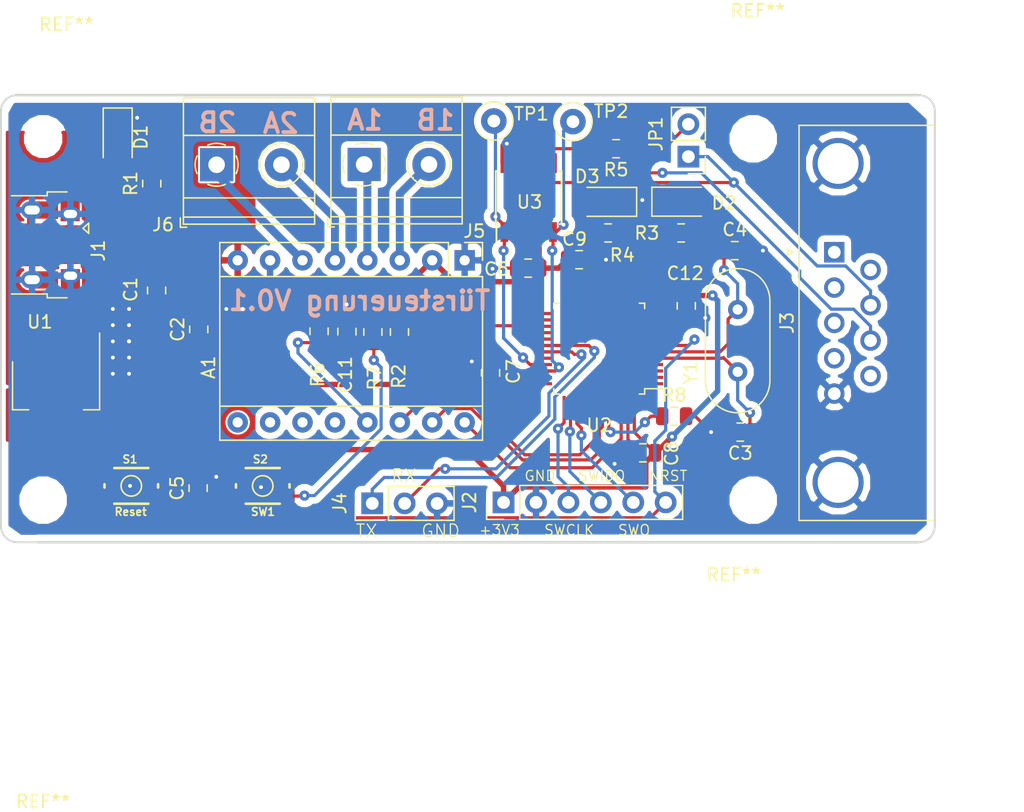
<source format=kicad_pcb>
(kicad_pcb (version 20171130) (host pcbnew 5.0.1-33cea8e~68~ubuntu18.04.1)

  (general
    (thickness 1.6)
    (drawings 24)
    (tracks 345)
    (zones 0)
    (modules 42)
    (nets 70)
  )

  (page A4)
  (layers
    (0 F.Cu signal)
    (31 B.Cu signal)
    (32 B.Adhes user)
    (33 F.Adhes user)
    (34 B.Paste user)
    (35 F.Paste user)
    (36 B.SilkS user)
    (37 F.SilkS user)
    (38 B.Mask user)
    (39 F.Mask user)
    (40 Dwgs.User user)
    (41 Cmts.User user)
    (42 Eco1.User user)
    (43 Eco2.User user)
    (44 Edge.Cuts user)
    (45 Margin user)
    (46 B.CrtYd user)
    (47 F.CrtYd user)
    (48 B.Fab user)
    (49 F.Fab user hide)
  )

  (setup
    (last_trace_width 0.25)
    (trace_clearance 0.152)
    (zone_clearance 0.1524)
    (zone_45_only no)
    (trace_min 0.2)
    (segment_width 0.2)
    (edge_width 0.15)
    (via_size 0.8)
    (via_drill 0.3)
    (via_min_size 0.4)
    (via_min_drill 0.3)
    (uvia_size 0.3)
    (uvia_drill 0.1)
    (uvias_allowed no)
    (uvia_min_size 0.2)
    (uvia_min_drill 0.1)
    (pcb_text_width 0.3)
    (pcb_text_size 1.5 1.5)
    (mod_edge_width 0.15)
    (mod_text_size 1 1)
    (mod_text_width 0.15)
    (pad_size 2.7 2.7)
    (pad_drill 2.7)
    (pad_to_mask_clearance 0.051)
    (solder_mask_min_width 0.25)
    (aux_axis_origin 0 0)
    (visible_elements FFFFFF7F)
    (pcbplotparams
      (layerselection 0x010fc_ffffffff)
      (usegerberextensions false)
      (usegerberattributes false)
      (usegerberadvancedattributes false)
      (creategerberjobfile false)
      (excludeedgelayer true)
      (linewidth 0.100000)
      (plotframeref false)
      (viasonmask false)
      (mode 1)
      (useauxorigin false)
      (hpglpennumber 1)
      (hpglpenspeed 20)
      (hpglpendiameter 15.000000)
      (psnegative false)
      (psa4output false)
      (plotreference true)
      (plotvalue true)
      (plotinvisibletext false)
      (padsonsilk false)
      (subtractmaskfromsilk false)
      (outputformat 1)
      (mirror false)
      (drillshape 0)
      (scaleselection 1)
      (outputdirectory "./gerber"))
  )

  (net 0 "")
  (net 1 GND)
  (net 2 "Net-(A1-Pad9)")
  (net 3 +3V3)
  (net 4 "Net-(A1-Pad10)")
  (net 5 "Net-(A1-Pad11)")
  (net 6 "Net-(A1-Pad12)")
  (net 7 "Net-(A1-Pad13)")
  (net 8 SLEEP)
  (net 9 STEP)
  (net 10 +5V)
  (net 11 DIR)
  (net 12 "Net-(C3-Pad1)")
  (net 13 "Net-(C4-Pad1)")
  (net 14 "Net-(D1-Pad2)")
  (net 15 "Net-(D2-Pad2)")
  (net 16 "Net-(D3-Pad2)")
  (net 17 "Net-(J1-Pad2)")
  (net 18 "Net-(J1-Pad3)")
  (net 19 "Net-(J1-Pad4)")
  (net 20 "Net-(J3-Pad1)")
  (net 21 "Net-(J3-Pad2)")
  (net 22 "Net-(J3-Pad3)")
  (net 23 "Net-(J3-Pad4)")
  (net 24 "Net-(J3-Pad6)")
  (net 25 "Net-(J3-Pad9)")
  (net 26 "Net-(JP1-Pad2)")
  (net 27 LED1)
  (net 28 LED2)
  (net 29 "Net-(U2-Pad1)")
  (net 30 "Net-(U2-Pad2)")
  (net 31 "Net-(U2-Pad3)")
  (net 32 "Net-(U2-Pad4)")
  (net 33 "Net-(U2-Pad10)")
  (net 34 "Net-(U2-Pad11)")
  (net 35 "Net-(U2-Pad12)")
  (net 36 "Net-(U2-Pad13)")
  (net 37 "Net-(U2-Pad16)")
  (net 38 "Net-(U2-Pad17)")
  (net 39 "Net-(U2-Pad18)")
  (net 40 "Net-(U2-Pad19)")
  (net 41 "Net-(U2-Pad20)")
  (net 42 "Net-(U2-Pad21)")
  (net 43 "Net-(U2-Pad22)")
  (net 44 "Net-(U2-Pad25)")
  (net 45 "Net-(U2-Pad26)")
  (net 46 "Net-(U2-Pad27)")
  (net 47 "Net-(U2-Pad29)")
  (net 48 USART1_TX)
  (net 49 USART1_RX)
  (net 50 "Net-(U2-Pad32)")
  (net 51 CAN_TX)
  (net 52 CAN_RX)
  (net 53 SWCLK)
  (net 54 SWIDO)
  (net 55 "Net-(U2-Pad46)")
  (net 56 "Net-(U3-Pad5)")
  (net 57 "Net-(C11-Pad1)")
  (net 58 "Net-(R8-Pad1)")
  (net 59 NRST)
  (net 60 SWO)
  (net 61 "Net-(U2-Pad40)")
  (net 62 "Net-(U2-Pad41)")
  (net 63 /motor/1B)
  (net 64 /motor/1A)
  (net 65 /motor/2A)
  (net 66 /motor/2B)
  (net 67 /mcu/CANH)
  (net 68 /mcu/CANL)
  (net 69 /mcu/SW2)

  (net_class Default "This is the default net class."
    (clearance 0.152)
    (trace_width 0.25)
    (via_dia 0.8)
    (via_drill 0.3)
    (uvia_dia 0.3)
    (uvia_drill 0.1)
    (add_net /mcu/CANH)
    (add_net /mcu/CANL)
    (add_net /mcu/SW2)
    (add_net CAN_RX)
    (add_net CAN_TX)
    (add_net DIR)
    (add_net LED1)
    (add_net LED2)
    (add_net NRST)
    (add_net "Net-(A1-Pad10)")
    (add_net "Net-(A1-Pad11)")
    (add_net "Net-(A1-Pad12)")
    (add_net "Net-(A1-Pad13)")
    (add_net "Net-(A1-Pad9)")
    (add_net "Net-(C11-Pad1)")
    (add_net "Net-(C3-Pad1)")
    (add_net "Net-(C4-Pad1)")
    (add_net "Net-(D1-Pad2)")
    (add_net "Net-(D2-Pad2)")
    (add_net "Net-(D3-Pad2)")
    (add_net "Net-(J1-Pad2)")
    (add_net "Net-(J1-Pad3)")
    (add_net "Net-(J1-Pad4)")
    (add_net "Net-(J3-Pad1)")
    (add_net "Net-(J3-Pad2)")
    (add_net "Net-(J3-Pad3)")
    (add_net "Net-(J3-Pad4)")
    (add_net "Net-(J3-Pad6)")
    (add_net "Net-(J3-Pad9)")
    (add_net "Net-(JP1-Pad2)")
    (add_net "Net-(R8-Pad1)")
    (add_net "Net-(U2-Pad1)")
    (add_net "Net-(U2-Pad10)")
    (add_net "Net-(U2-Pad11)")
    (add_net "Net-(U2-Pad12)")
    (add_net "Net-(U2-Pad13)")
    (add_net "Net-(U2-Pad16)")
    (add_net "Net-(U2-Pad17)")
    (add_net "Net-(U2-Pad18)")
    (add_net "Net-(U2-Pad19)")
    (add_net "Net-(U2-Pad2)")
    (add_net "Net-(U2-Pad20)")
    (add_net "Net-(U2-Pad21)")
    (add_net "Net-(U2-Pad22)")
    (add_net "Net-(U2-Pad25)")
    (add_net "Net-(U2-Pad26)")
    (add_net "Net-(U2-Pad27)")
    (add_net "Net-(U2-Pad29)")
    (add_net "Net-(U2-Pad3)")
    (add_net "Net-(U2-Pad32)")
    (add_net "Net-(U2-Pad4)")
    (add_net "Net-(U2-Pad40)")
    (add_net "Net-(U2-Pad41)")
    (add_net "Net-(U2-Pad46)")
    (add_net "Net-(U3-Pad5)")
    (add_net SLEEP)
    (add_net STEP)
    (add_net SWCLK)
    (add_net SWIDO)
    (add_net SWO)
    (add_net USART1_RX)
    (add_net USART1_TX)
  )

  (net_class +3V3 ""
    (clearance 0.152)
    (trace_width 0.25)
    (via_dia 0.8)
    (via_drill 0.3)
    (uvia_dia 0.3)
    (uvia_drill 0.1)
    (add_net +3V3)
  )

  (net_class +5V ""
    (clearance 0.152)
    (trace_width 0.25)
    (via_dia 0.8)
    (via_drill 0.3)
    (uvia_dia 0.3)
    (uvia_drill 0.1)
    (add_net +5V)
  )

  (net_class GND ""
    (clearance 0.152)
    (trace_width 0.25)
    (via_dia 0.8)
    (via_drill 0.3)
    (uvia_dia 0.3)
    (uvia_drill 0.1)
    (add_net GND)
  )

  (net_class motor_out ""
    (clearance 0.152)
    (trace_width 0.625)
    (via_dia 0.8)
    (via_drill 0.3)
    (uvia_dia 0.3)
    (uvia_drill 0.1)
    (add_net /motor/1A)
    (add_net /motor/1B)
    (add_net /motor/2A)
    (add_net /motor/2B)
  )

  (module Resistor_SMD:R_0805_2012Metric (layer F.Cu) (tedit 5B36C52B) (tstamp 5BFA5C2E)
    (at 202.0847 115.0874)
    (descr "Resistor SMD 0805 (2012 Metric), square (rectangular) end terminal, IPC_7351 nominal, (Body size source: https://docs.google.com/spreadsheets/d/1BsfQQcO9C6DZCsRaXUlFlo91Tg2WpOkGARC1WS5S8t0/edit?usp=sharing), generated with kicad-footprint-generator")
    (tags resistor)
    (path /5BE80873/5BEB5EE1)
    (attr smd)
    (fp_text reference R8 (at 0 -1.65) (layer F.SilkS)
      (effects (font (size 1 1) (thickness 0.15)))
    )
    (fp_text value 10k (at 0 1.65) (layer F.Fab)
      (effects (font (size 1 1) (thickness 0.15)))
    )
    (fp_line (start -1 0.6) (end -1 -0.6) (layer F.Fab) (width 0.1))
    (fp_line (start -1 -0.6) (end 1 -0.6) (layer F.Fab) (width 0.1))
    (fp_line (start 1 -0.6) (end 1 0.6) (layer F.Fab) (width 0.1))
    (fp_line (start 1 0.6) (end -1 0.6) (layer F.Fab) (width 0.1))
    (fp_line (start -0.258578 -0.71) (end 0.258578 -0.71) (layer F.SilkS) (width 0.12))
    (fp_line (start -0.258578 0.71) (end 0.258578 0.71) (layer F.SilkS) (width 0.12))
    (fp_line (start -1.68 0.95) (end -1.68 -0.95) (layer F.CrtYd) (width 0.05))
    (fp_line (start -1.68 -0.95) (end 1.68 -0.95) (layer F.CrtYd) (width 0.05))
    (fp_line (start 1.68 -0.95) (end 1.68 0.95) (layer F.CrtYd) (width 0.05))
    (fp_line (start 1.68 0.95) (end -1.68 0.95) (layer F.CrtYd) (width 0.05))
    (fp_text user %R (at 0 0) (layer F.Fab)
      (effects (font (size 0.5 0.5) (thickness 0.08)))
    )
    (pad 1 smd roundrect (at -0.9375 0) (size 0.975 1.4) (layers F.Cu F.Paste F.Mask) (roundrect_rratio 0.25)
      (net 58 "Net-(R8-Pad1)"))
    (pad 2 smd roundrect (at 0.9375 0) (size 0.975 1.4) (layers F.Cu F.Paste F.Mask) (roundrect_rratio 0.25)
      (net 1 GND))
    (model ${KISYS3DMOD}/Resistor_SMD.3dshapes/R_0805_2012Metric.wrl
      (at (xyz 0 0 0))
      (scale (xyz 1 1 1))
      (rotate (xyz 0 0 0))
    )
  )

  (module MountingHole:MountingHole_2.7mm_M2.5 (layer F.Cu) (tedit 56D1B4CB) (tstamp 5BF92BC7)
    (at 152.654 93.345)
    (descr "Mounting Hole 2.7mm, no annular, M2.5")
    (tags "mounting hole 2.7mm no annular m2.5")
    (attr virtual)
    (fp_text reference REF** (at 1.8288 -8.9662) (layer F.SilkS)
      (effects (font (size 1 1) (thickness 0.15)))
    )
    (fp_text value MountingHole_2.7mm_M2.5 (at 0 3.7) (layer F.Fab)
      (effects (font (size 1 1) (thickness 0.15)))
    )
    (fp_text user %R (at 0.3 0) (layer F.Fab)
      (effects (font (size 1 1) (thickness 0.15)))
    )
    (fp_circle (center 0 0) (end 2.7 0) (layer Cmts.User) (width 0.15))
    (fp_circle (center 0 0) (end 2.95 0) (layer F.CrtYd) (width 0.05))
    (pad 1 np_thru_hole circle (at 0 0) (size 2.7 2.7) (drill 2.7) (layers *.Cu *.Mask))
  )

  (module Connector_PinHeader_2.54mm:PinHeader_1x06_P2.54mm_Vertical (layer F.Cu) (tedit 59FED5CC) (tstamp 5BEB2DAE)
    (at 188.722 121.8438 90)
    (descr "Through hole straight pin header, 1x06, 2.54mm pitch, single row")
    (tags "Through hole pin header THT 1x06 2.54mm single row")
    (path /5BE80873/5BEC0D89)
    (fp_text reference J2 (at 0 -2.667 90) (layer F.SilkS)
      (effects (font (size 1 1) (thickness 0.15)))
    )
    (fp_text value Conn_01x06_Male (at 0 15.03 90) (layer F.Fab)
      (effects (font (size 1 1) (thickness 0.15)))
    )
    (fp_line (start -0.635 -1.27) (end 1.27 -1.27) (layer F.Fab) (width 0.1))
    (fp_line (start 1.27 -1.27) (end 1.27 13.97) (layer F.Fab) (width 0.1))
    (fp_line (start 1.27 13.97) (end -1.27 13.97) (layer F.Fab) (width 0.1))
    (fp_line (start -1.27 13.97) (end -1.27 -0.635) (layer F.Fab) (width 0.1))
    (fp_line (start -1.27 -0.635) (end -0.635 -1.27) (layer F.Fab) (width 0.1))
    (fp_line (start -1.33 14.03) (end 1.33 14.03) (layer F.SilkS) (width 0.12))
    (fp_line (start -1.33 1.27) (end -1.33 14.03) (layer F.SilkS) (width 0.12))
    (fp_line (start 1.33 1.27) (end 1.33 14.03) (layer F.SilkS) (width 0.12))
    (fp_line (start -1.33 1.27) (end 1.33 1.27) (layer F.SilkS) (width 0.12))
    (fp_line (start -1.33 0) (end -1.33 -1.33) (layer F.SilkS) (width 0.12))
    (fp_line (start -1.33 -1.33) (end 0 -1.33) (layer F.SilkS) (width 0.12))
    (fp_line (start -1.8 -1.8) (end -1.8 14.5) (layer F.CrtYd) (width 0.05))
    (fp_line (start -1.8 14.5) (end 1.8 14.5) (layer F.CrtYd) (width 0.05))
    (fp_line (start 1.8 14.5) (end 1.8 -1.8) (layer F.CrtYd) (width 0.05))
    (fp_line (start 1.8 -1.8) (end -1.8 -1.8) (layer F.CrtYd) (width 0.05))
    (fp_text user %R (at 0 6.35 180) (layer F.Fab)
      (effects (font (size 1 1) (thickness 0.15)))
    )
    (pad 1 thru_hole rect (at 0 0 90) (size 1.7 1.7) (drill 1) (layers *.Cu *.Mask)
      (net 3 +3V3))
    (pad 2 thru_hole oval (at 0 2.54 90) (size 1.7 1.7) (drill 1) (layers *.Cu *.Mask)
      (net 1 GND))
    (pad 3 thru_hole oval (at 0 5.08 90) (size 1.7 1.7) (drill 1) (layers *.Cu *.Mask)
      (net 53 SWCLK))
    (pad 4 thru_hole oval (at 0 7.62 90) (size 1.7 1.7) (drill 1) (layers *.Cu *.Mask)
      (net 54 SWIDO))
    (pad 5 thru_hole oval (at 0 10.16 90) (size 1.7 1.7) (drill 1) (layers *.Cu *.Mask)
      (net 60 SWO))
    (pad 6 thru_hole oval (at 0 12.7 90) (size 1.7 1.7) (drill 1) (layers *.Cu *.Mask)
      (net 59 NRST))
    (model ${KISYS3DMOD}/Connector_PinHeader_2.54mm.3dshapes/PinHeader_1x06_P2.54mm_Vertical.wrl
      (at (xyz 0 0 0))
      (scale (xyz 1 1 1))
      (rotate (xyz 0 0 0))
    )
  )

  (module Package_TO_SOT_SMD:SOT-223 (layer F.Cu) (tedit 5BEAA5CC) (tstamp 5BF526FF)
    (at 153.67 112.674 270)
    (descr "module CMS SOT223 4 pins")
    (tags "CMS SOT")
    (path /5BE80860/5BE808CF)
    (attr smd)
    (fp_text reference U1 (at -4.978 1.27) (layer F.SilkS)
      (effects (font (size 1 1) (thickness 0.15)))
    )
    (fp_text value LM1117-3.3 (at 0 4.5 270) (layer F.Fab)
      (effects (font (size 1 1) (thickness 0.15)))
    )
    (fp_text user %R (at 0 0) (layer F.Fab)
      (effects (font (size 0.8 0.8) (thickness 0.12)))
    )
    (fp_line (start -1.85 -2.3) (end -0.8 -3.35) (layer F.Fab) (width 0.1))
    (fp_line (start 1.91 3.41) (end 1.91 2.15) (layer F.SilkS) (width 0.12))
    (fp_line (start 1.91 -3.41) (end 1.91 -2.15) (layer F.SilkS) (width 0.12))
    (fp_line (start 4.4 -3.6) (end -4.4 -3.6) (layer F.CrtYd) (width 0.05))
    (fp_line (start 4.4 3.6) (end 4.4 -3.6) (layer F.CrtYd) (width 0.05))
    (fp_line (start -4.4 3.6) (end 4.4 3.6) (layer F.CrtYd) (width 0.05))
    (fp_line (start -4.4 -3.6) (end -4.4 3.6) (layer F.CrtYd) (width 0.05))
    (fp_line (start -1.85 -2.3) (end -1.85 3.35) (layer F.Fab) (width 0.1))
    (fp_line (start -1.85 3.41) (end 1.91 3.41) (layer F.SilkS) (width 0.12))
    (fp_line (start -0.8 -3.35) (end 1.85 -3.35) (layer F.Fab) (width 0.1))
    (fp_line (start -4.1 -3.41) (end 1.91 -3.41) (layer F.SilkS) (width 0.12))
    (fp_line (start -1.85 3.35) (end 1.85 3.35) (layer F.Fab) (width 0.1))
    (fp_line (start 1.85 -3.35) (end 1.85 3.35) (layer F.Fab) (width 0.1))
    (pad 2 smd rect (at 3.15 0 270) (size 2 3.8) (layers F.Cu F.Paste F.Mask)
      (net 3 +3V3))
    (pad 2 smd rect (at -3.15 0 270) (size 2 1.5) (layers F.Cu F.Paste F.Mask)
      (net 3 +3V3))
    (pad 3 smd rect (at -3.15 2.3 270) (size 2 1.5) (layers F.Cu F.Paste F.Mask)
      (net 10 +5V))
    (pad 1 smd rect (at -3.15 -2.3 270) (size 2 1.5) (layers F.Cu F.Paste F.Mask)
      (net 1 GND))
    (model ${KISYS3DMOD}/Package_TO_SOT_SMD.3dshapes/SOT-223.wrl
      (at (xyz 0 0 0))
      (scale (xyz 1 1 1))
      (rotate (xyz 0 0 0))
    )
  )

  (module Connector_Dsub:DSUB-9_Female_Horizontal_P2.77x2.84mm_EdgePinOffset4.94mm_Housed_MountingHolesOffset7.48mm (layer F.Cu) (tedit 59FEDEE2) (tstamp 5BF52E7C)
    (at 214.63 102.235 90)
    (descr "9-pin D-Sub connector, horizontal/angled (90 deg), THT-mount, female, pitch 2.77x2.84mm, pin-PCB-offset 4.9399999999999995mm, distance of mounting holes 25mm, distance of mounting holes to PCB edge 7.4799999999999995mm, see https://disti-assets.s3.amazonaws.com/tonar/files/datasheets/16730.pdf")
    (tags "9-pin D-Sub connector horizontal angled 90deg THT female pitch 2.77x2.84mm pin-PCB-offset 4.9399999999999995mm mounting-holes-distance 25mm mounting-hole-offset 25mm")
    (path /5BE80873/5BE8AC5C)
    (fp_text reference J3 (at -5.54 -3.7 90) (layer F.SilkS)
      (effects (font (size 1 1) (thickness 0.15)))
    )
    (fp_text value DB9_Female_MountingHoles (at -5.54 15.85 90) (layer F.Fab)
      (effects (font (size 1 1) (thickness 0.15)))
    )
    (fp_arc (start -18.04 0.3) (end -19.64 0.3) (angle 180) (layer F.Fab) (width 0.1))
    (fp_arc (start 6.96 0.3) (end 5.36 0.3) (angle 180) (layer F.Fab) (width 0.1))
    (fp_line (start -20.965 -2.7) (end -20.965 7.78) (layer F.Fab) (width 0.1))
    (fp_line (start -20.965 7.78) (end 9.885 7.78) (layer F.Fab) (width 0.1))
    (fp_line (start 9.885 7.78) (end 9.885 -2.7) (layer F.Fab) (width 0.1))
    (fp_line (start 9.885 -2.7) (end -20.965 -2.7) (layer F.Fab) (width 0.1))
    (fp_line (start -20.965 7.78) (end -20.965 8.18) (layer F.Fab) (width 0.1))
    (fp_line (start -20.965 8.18) (end 9.885 8.18) (layer F.Fab) (width 0.1))
    (fp_line (start 9.885 8.18) (end 9.885 7.78) (layer F.Fab) (width 0.1))
    (fp_line (start 9.885 7.78) (end -20.965 7.78) (layer F.Fab) (width 0.1))
    (fp_line (start -13.69 8.18) (end -13.69 14.35) (layer F.Fab) (width 0.1))
    (fp_line (start -13.69 14.35) (end 2.61 14.35) (layer F.Fab) (width 0.1))
    (fp_line (start 2.61 14.35) (end 2.61 8.18) (layer F.Fab) (width 0.1))
    (fp_line (start 2.61 8.18) (end -13.69 8.18) (layer F.Fab) (width 0.1))
    (fp_line (start -20.54 8.18) (end -20.54 13.18) (layer F.Fab) (width 0.1))
    (fp_line (start -20.54 13.18) (end -15.54 13.18) (layer F.Fab) (width 0.1))
    (fp_line (start -15.54 13.18) (end -15.54 8.18) (layer F.Fab) (width 0.1))
    (fp_line (start -15.54 8.18) (end -20.54 8.18) (layer F.Fab) (width 0.1))
    (fp_line (start 4.46 8.18) (end 4.46 13.18) (layer F.Fab) (width 0.1))
    (fp_line (start 4.46 13.18) (end 9.46 13.18) (layer F.Fab) (width 0.1))
    (fp_line (start 9.46 13.18) (end 9.46 8.18) (layer F.Fab) (width 0.1))
    (fp_line (start 9.46 8.18) (end 4.46 8.18) (layer F.Fab) (width 0.1))
    (fp_line (start -19.64 7.78) (end -19.64 0.3) (layer F.Fab) (width 0.1))
    (fp_line (start -16.44 7.78) (end -16.44 0.3) (layer F.Fab) (width 0.1))
    (fp_line (start 5.36 7.78) (end 5.36 0.3) (layer F.Fab) (width 0.1))
    (fp_line (start 8.56 7.78) (end 8.56 0.3) (layer F.Fab) (width 0.1))
    (fp_line (start -21.025 7.72) (end -21.025 -2.76) (layer F.SilkS) (width 0.12))
    (fp_line (start -21.025 -2.76) (end 9.945 -2.76) (layer F.SilkS) (width 0.12))
    (fp_line (start 9.945 -2.76) (end 9.945 7.72) (layer F.SilkS) (width 0.12))
    (fp_line (start -0.25 -3.654338) (end 0.25 -3.654338) (layer F.SilkS) (width 0.12))
    (fp_line (start 0.25 -3.654338) (end 0 -3.221325) (layer F.SilkS) (width 0.12))
    (fp_line (start 0 -3.221325) (end -0.25 -3.654338) (layer F.SilkS) (width 0.12))
    (fp_line (start -21.5 -3.25) (end -21.5 14.85) (layer F.CrtYd) (width 0.05))
    (fp_line (start -21.5 14.85) (end 10.4 14.85) (layer F.CrtYd) (width 0.05))
    (fp_line (start 10.4 14.85) (end 10.4 -3.25) (layer F.CrtYd) (width 0.05))
    (fp_line (start 10.4 -3.25) (end -21.5 -3.25) (layer F.CrtYd) (width 0.05))
    (fp_text user %R (at -5.54 11.265 90) (layer F.Fab)
      (effects (font (size 1 1) (thickness 0.15)))
    )
    (pad 1 thru_hole rect (at 0 0 90) (size 1.6 1.6) (drill 1) (layers *.Cu *.Mask)
      (net 20 "Net-(J3-Pad1)"))
    (pad 2 thru_hole circle (at -2.77 0 90) (size 1.6 1.6) (drill 1) (layers *.Cu *.Mask)
      (net 21 "Net-(J3-Pad2)"))
    (pad 3 thru_hole circle (at -5.54 0 90) (size 1.6 1.6) (drill 1) (layers *.Cu *.Mask)
      (net 22 "Net-(J3-Pad3)"))
    (pad 4 thru_hole circle (at -8.31 0 90) (size 1.6 1.6) (drill 1) (layers *.Cu *.Mask)
      (net 23 "Net-(J3-Pad4)"))
    (pad 5 thru_hole circle (at -11.08 0 90) (size 1.6 1.6) (drill 1) (layers *.Cu *.Mask)
      (net 1 GND))
    (pad 6 thru_hole circle (at -1.385 2.84 90) (size 1.6 1.6) (drill 1) (layers *.Cu *.Mask)
      (net 24 "Net-(J3-Pad6)"))
    (pad 7 thru_hole circle (at -4.155 2.84 90) (size 1.6 1.6) (drill 1) (layers *.Cu *.Mask)
      (net 67 /mcu/CANH))
    (pad 8 thru_hole circle (at -6.925 2.84 90) (size 1.6 1.6) (drill 1) (layers *.Cu *.Mask)
      (net 68 /mcu/CANL))
    (pad 9 thru_hole circle (at -9.695 2.84 90) (size 1.6 1.6) (drill 1) (layers *.Cu *.Mask)
      (net 25 "Net-(J3-Pad9)"))
    (pad 0 thru_hole circle (at -18.04 0.3 90) (size 4 4) (drill 3.2) (layers *.Cu *.Mask)
      (net 1 GND))
    (pad 0 thru_hole circle (at 6.96 0.3 90) (size 4 4) (drill 3.2) (layers *.Cu *.Mask)
      (net 1 GND))
    (model ${KISYS3DMOD}/Connector_Dsub.3dshapes/DSUB-9_Female_Horizontal_P2.77x2.84mm_EdgePinOffset4.94mm_Housed_MountingHolesOffset7.48mm.wrl
      (at (xyz 0 0 0))
      (scale (xyz 1 1 1))
      (rotate (xyz 0 0 0))
    )
  )

  (module Module:Pololu_Breakout-16_15.2x20.3mm (layer F.Cu) (tedit 58AB602C) (tstamp 5C11B30F)
    (at 185.674 102.87 270)
    (descr "Pololu Breakout 16-pin 15.2x20.3mm 0.6x0.8\\")
    (tags "Pololu Breakout")
    (path /5BEA7097/5BEAB864)
    (fp_text reference A1 (at 8.382 20.066 270) (layer F.SilkS)
      (effects (font (size 1 1) (thickness 0.15)))
    )
    (fp_text value Pololu_Breakout_A4988 (at 6.35 20.17 270) (layer F.Fab)
      (effects (font (size 1 1) (thickness 0.15)))
    )
    (fp_text user %R (at 6.35 0 270) (layer F.Fab)
      (effects (font (size 1 1) (thickness 0.15)))
    )
    (fp_line (start 11.43 -1.4) (end 11.43 19.18) (layer F.SilkS) (width 0.12))
    (fp_line (start 1.27 1.27) (end 1.27 19.18) (layer F.SilkS) (width 0.12))
    (fp_line (start 0 -1.4) (end -1.4 -1.4) (layer F.SilkS) (width 0.12))
    (fp_line (start -1.4 -1.4) (end -1.4 0) (layer F.SilkS) (width 0.12))
    (fp_line (start 1.27 -1.4) (end 1.27 1.27) (layer F.SilkS) (width 0.12))
    (fp_line (start 1.27 1.27) (end -1.4 1.27) (layer F.SilkS) (width 0.12))
    (fp_line (start -1.4 1.27) (end -1.4 19.18) (layer F.SilkS) (width 0.12))
    (fp_line (start -1.4 19.18) (end 14.1 19.18) (layer F.SilkS) (width 0.12))
    (fp_line (start 14.1 19.18) (end 14.1 -1.4) (layer F.SilkS) (width 0.12))
    (fp_line (start 14.1 -1.4) (end 1.27 -1.4) (layer F.SilkS) (width 0.12))
    (fp_line (start -1.27 0) (end 0 -1.27) (layer F.Fab) (width 0.1))
    (fp_line (start 0 -1.27) (end 13.97 -1.27) (layer F.Fab) (width 0.1))
    (fp_line (start 13.97 -1.27) (end 13.97 19.05) (layer F.Fab) (width 0.1))
    (fp_line (start 13.97 19.05) (end -1.27 19.05) (layer F.Fab) (width 0.1))
    (fp_line (start -1.27 19.05) (end -1.27 0) (layer F.Fab) (width 0.1))
    (fp_line (start -1.53 -1.52) (end 14.21 -1.52) (layer F.CrtYd) (width 0.05))
    (fp_line (start -1.53 -1.52) (end -1.53 19.3) (layer F.CrtYd) (width 0.05))
    (fp_line (start 14.21 19.3) (end 14.21 -1.52) (layer F.CrtYd) (width 0.05))
    (fp_line (start 14.21 19.3) (end -1.53 19.3) (layer F.CrtYd) (width 0.05))
    (pad 1 thru_hole rect (at 0 0 270) (size 1.6 1.6) (drill 0.8) (layers *.Cu *.Mask)
      (net 1 GND))
    (pad 9 thru_hole oval (at 12.7 17.78 270) (size 1.6 1.6) (drill 0.8) (layers *.Cu *.Mask)
      (net 2 "Net-(A1-Pad9)"))
    (pad 2 thru_hole oval (at 0 2.54 270) (size 1.6 1.6) (drill 0.8) (layers *.Cu *.Mask)
      (net 3 +3V3))
    (pad 10 thru_hole oval (at 12.7 15.24 270) (size 1.6 1.6) (drill 0.8) (layers *.Cu *.Mask)
      (net 4 "Net-(A1-Pad10)"))
    (pad 3 thru_hole oval (at 0 5.08 270) (size 1.6 1.6) (drill 0.8) (layers *.Cu *.Mask)
      (net 63 /motor/1B))
    (pad 11 thru_hole oval (at 12.7 12.7 270) (size 1.6 1.6) (drill 0.8) (layers *.Cu *.Mask)
      (net 5 "Net-(A1-Pad11)"))
    (pad 4 thru_hole oval (at 0 7.62 270) (size 1.6 1.6) (drill 0.8) (layers *.Cu *.Mask)
      (net 64 /motor/1A))
    (pad 12 thru_hole oval (at 12.7 10.16 270) (size 1.6 1.6) (drill 0.8) (layers *.Cu *.Mask)
      (net 6 "Net-(A1-Pad12)"))
    (pad 5 thru_hole oval (at 0 10.16 270) (size 1.6 1.6) (drill 0.8) (layers *.Cu *.Mask)
      (net 65 /motor/2A))
    (pad 13 thru_hole oval (at 12.7 7.62 270) (size 1.6 1.6) (drill 0.8) (layers *.Cu *.Mask)
      (net 7 "Net-(A1-Pad13)"))
    (pad 6 thru_hole oval (at 0 12.7 270) (size 1.6 1.6) (drill 0.8) (layers *.Cu *.Mask)
      (net 66 /motor/2B))
    (pad 14 thru_hole oval (at 12.7 5.08 270) (size 1.6 1.6) (drill 0.8) (layers *.Cu *.Mask)
      (net 8 SLEEP))
    (pad 7 thru_hole oval (at 0 15.24 270) (size 1.6 1.6) (drill 0.8) (layers *.Cu *.Mask)
      (net 1 GND))
    (pad 15 thru_hole oval (at 12.7 2.54 270) (size 1.6 1.6) (drill 0.8) (layers *.Cu *.Mask)
      (net 9 STEP))
    (pad 8 thru_hole oval (at 0 17.78 270) (size 1.6 1.6) (drill 0.8) (layers *.Cu *.Mask)
      (net 10 +5V))
    (pad 16 thru_hole oval (at 12.7 0 270) (size 1.6 1.6) (drill 0.8) (layers *.Cu *.Mask)
      (net 11 DIR))
    (model ${KISYS3DMOD}/Module.3dshapes/Pololu_Breakout-16_15.2x20.3mm.wrl
      (at (xyz 0 0 0))
      (scale (xyz 1 1 1))
      (rotate (xyz 0 0 0))
    )
  )

  (module LED_SMD:LED_1206_3216Metric (layer F.Cu) (tedit 5B301BBE) (tstamp 5BF52540)
    (at 158.496 93.215 270)
    (descr "LED SMD 1206 (3216 Metric), square (rectangular) end terminal, IPC_7351 nominal, (Body size source: http://www.tortai-tech.com/upload/download/2011102023233369053.pdf), generated with kicad-footprint-generator")
    (tags diode)
    (path /5BE80860/5BE80F7F)
    (attr smd)
    (fp_text reference D1 (at 0 -1.82 270) (layer F.SilkS)
      (effects (font (size 1 1) (thickness 0.15)))
    )
    (fp_text value Power (at 0 1.82 270) (layer F.Fab)
      (effects (font (size 1 1) (thickness 0.15)))
    )
    (fp_line (start 1.6 -0.8) (end -1.2 -0.8) (layer F.Fab) (width 0.1))
    (fp_line (start -1.2 -0.8) (end -1.6 -0.4) (layer F.Fab) (width 0.1))
    (fp_line (start -1.6 -0.4) (end -1.6 0.8) (layer F.Fab) (width 0.1))
    (fp_line (start -1.6 0.8) (end 1.6 0.8) (layer F.Fab) (width 0.1))
    (fp_line (start 1.6 0.8) (end 1.6 -0.8) (layer F.Fab) (width 0.1))
    (fp_line (start 1.6 -1.135) (end -2.285 -1.135) (layer F.SilkS) (width 0.12))
    (fp_line (start -2.285 -1.135) (end -2.285 1.135) (layer F.SilkS) (width 0.12))
    (fp_line (start -2.285 1.135) (end 1.6 1.135) (layer F.SilkS) (width 0.12))
    (fp_line (start -2.28 1.12) (end -2.28 -1.12) (layer F.CrtYd) (width 0.05))
    (fp_line (start -2.28 -1.12) (end 2.28 -1.12) (layer F.CrtYd) (width 0.05))
    (fp_line (start 2.28 -1.12) (end 2.28 1.12) (layer F.CrtYd) (width 0.05))
    (fp_line (start 2.28 1.12) (end -2.28 1.12) (layer F.CrtYd) (width 0.05))
    (fp_text user %R (at 0 0 270) (layer F.Fab)
      (effects (font (size 0.8 0.8) (thickness 0.12)))
    )
    (pad 1 smd roundrect (at -1.4 0 270) (size 1.25 1.75) (layers F.Cu F.Paste F.Mask) (roundrect_rratio 0.2)
      (net 1 GND))
    (pad 2 smd roundrect (at 1.4 0 270) (size 1.25 1.75) (layers F.Cu F.Paste F.Mask) (roundrect_rratio 0.2)
      (net 14 "Net-(D1-Pad2)"))
    (model ${KISYS3DMOD}/LED_SMD.3dshapes/LED_1206_3216Metric.wrl
      (at (xyz 0 0 0))
      (scale (xyz 1 1 1))
      (rotate (xyz 0 0 0))
    )
  )

  (module LED_SMD:LED_1206_3216Metric (layer F.Cu) (tedit 5B301BBE) (tstamp 5BEB3131)
    (at 202.6255 98.2726)
    (descr "LED SMD 1206 (3216 Metric), square (rectangular) end terminal, IPC_7351 nominal, (Body size source: http://www.tortai-tech.com/upload/download/2011102023233369053.pdf), generated with kicad-footprint-generator")
    (tags diode)
    (path /5BE80873/5BE9273B)
    (attr smd)
    (fp_text reference D2 (at 3.3685 0.1016) (layer F.SilkS)
      (effects (font (size 1 1) (thickness 0.15)))
    )
    (fp_text value LED (at 0 1.82) (layer F.Fab)
      (effects (font (size 1 1) (thickness 0.15)))
    )
    (fp_line (start 1.6 -0.8) (end -1.2 -0.8) (layer F.Fab) (width 0.1))
    (fp_line (start -1.2 -0.8) (end -1.6 -0.4) (layer F.Fab) (width 0.1))
    (fp_line (start -1.6 -0.4) (end -1.6 0.8) (layer F.Fab) (width 0.1))
    (fp_line (start -1.6 0.8) (end 1.6 0.8) (layer F.Fab) (width 0.1))
    (fp_line (start 1.6 0.8) (end 1.6 -0.8) (layer F.Fab) (width 0.1))
    (fp_line (start 1.6 -1.135) (end -2.285 -1.135) (layer F.SilkS) (width 0.12))
    (fp_line (start -2.285 -1.135) (end -2.285 1.135) (layer F.SilkS) (width 0.12))
    (fp_line (start -2.285 1.135) (end 1.6 1.135) (layer F.SilkS) (width 0.12))
    (fp_line (start -2.28 1.12) (end -2.28 -1.12) (layer F.CrtYd) (width 0.05))
    (fp_line (start -2.28 -1.12) (end 2.28 -1.12) (layer F.CrtYd) (width 0.05))
    (fp_line (start 2.28 -1.12) (end 2.28 1.12) (layer F.CrtYd) (width 0.05))
    (fp_line (start 2.28 1.12) (end -2.28 1.12) (layer F.CrtYd) (width 0.05))
    (fp_text user %R (at 0 0) (layer F.Fab)
      (effects (font (size 0.8 0.8) (thickness 0.12)))
    )
    (pad 1 smd roundrect (at -1.4 0) (size 1.25 1.75) (layers F.Cu F.Paste F.Mask) (roundrect_rratio 0.2)
      (net 1 GND))
    (pad 2 smd roundrect (at 1.4 0) (size 1.25 1.75) (layers F.Cu F.Paste F.Mask) (roundrect_rratio 0.2)
      (net 15 "Net-(D2-Pad2)"))
    (model ${KISYS3DMOD}/LED_SMD.3dshapes/LED_1206_3216Metric.wrl
      (at (xyz 0 0 0))
      (scale (xyz 1 1 1))
      (rotate (xyz 0 0 0))
    )
  )

  (module LED_SMD:LED_1206_3216Metric (layer F.Cu) (tedit 5B301BBE) (tstamp 5BEB3017)
    (at 196.8627 98.2853 180)
    (descr "LED SMD 1206 (3216 Metric), square (rectangular) end terminal, IPC_7351 nominal, (Body size source: http://www.tortai-tech.com/upload/download/2011102023233369053.pdf), generated with kicad-footprint-generator")
    (tags diode)
    (path /5BE80873/5BE9919A)
    (attr smd)
    (fp_text reference D3 (at 1.5875 1.9939 180) (layer F.SilkS)
      (effects (font (size 1 1) (thickness 0.15)))
    )
    (fp_text value LED (at 0 1.82 180) (layer F.Fab)
      (effects (font (size 1 1) (thickness 0.15)))
    )
    (fp_text user %R (at 0 0 180) (layer F.Fab)
      (effects (font (size 0.8 0.8) (thickness 0.12)))
    )
    (fp_line (start 2.28 1.12) (end -2.28 1.12) (layer F.CrtYd) (width 0.05))
    (fp_line (start 2.28 -1.12) (end 2.28 1.12) (layer F.CrtYd) (width 0.05))
    (fp_line (start -2.28 -1.12) (end 2.28 -1.12) (layer F.CrtYd) (width 0.05))
    (fp_line (start -2.28 1.12) (end -2.28 -1.12) (layer F.CrtYd) (width 0.05))
    (fp_line (start -2.285 1.135) (end 1.6 1.135) (layer F.SilkS) (width 0.12))
    (fp_line (start -2.285 -1.135) (end -2.285 1.135) (layer F.SilkS) (width 0.12))
    (fp_line (start 1.6 -1.135) (end -2.285 -1.135) (layer F.SilkS) (width 0.12))
    (fp_line (start 1.6 0.8) (end 1.6 -0.8) (layer F.Fab) (width 0.1))
    (fp_line (start -1.6 0.8) (end 1.6 0.8) (layer F.Fab) (width 0.1))
    (fp_line (start -1.6 -0.4) (end -1.6 0.8) (layer F.Fab) (width 0.1))
    (fp_line (start -1.2 -0.8) (end -1.6 -0.4) (layer F.Fab) (width 0.1))
    (fp_line (start 1.6 -0.8) (end -1.2 -0.8) (layer F.Fab) (width 0.1))
    (pad 2 smd roundrect (at 1.4 0 180) (size 1.25 1.75) (layers F.Cu F.Paste F.Mask) (roundrect_rratio 0.2)
      (net 16 "Net-(D3-Pad2)"))
    (pad 1 smd roundrect (at -1.4 0 180) (size 1.25 1.75) (layers F.Cu F.Paste F.Mask) (roundrect_rratio 0.2)
      (net 1 GND))
    (model ${KISYS3DMOD}/LED_SMD.3dshapes/LED_1206_3216Metric.wrl
      (at (xyz 0 0 0))
      (scale (xyz 1 1 1))
      (rotate (xyz 0 0 0))
    )
  )

  (module Connector_USB:USB_Micro-B_Amphenol_10103594-0001LF_Horizontal (layer F.Cu) (tedit 5A1DC0BD) (tstamp 5BF570A8)
    (at 152.908 101.681 270)
    (descr "Micro USB Type B 10103594-0001LF, http://cdn.amphenol-icc.com/media/wysiwyg/files/drawing/10103594.pdf")
    (tags "USB USB_B USB_micro USB_OTG")
    (path /5BE80860/5BE809FE)
    (attr smd)
    (fp_text reference J1 (at 0.427 -4.064 270) (layer F.SilkS)
      (effects (font (size 1 1) (thickness 0.15)))
    )
    (fp_text value USB_B_Micro (at -0.025 4.435 270) (layer F.Fab)
      (effects (font (size 1 1) (thickness 0.15)))
    )
    (fp_text user "PCB edge" (at -0.025 2.235 270) (layer Dwgs.User)
      (effects (font (size 0.5 0.5) (thickness 0.075)))
    )
    (fp_text user %R (at -0.025 -0.015 270) (layer F.Fab)
      (effects (font (size 1 1) (thickness 0.15)))
    )
    (fp_line (start -4.175 -0.065) (end -4.175 -1.615) (layer F.SilkS) (width 0.12))
    (fp_line (start -4.175 -0.065) (end -3.875 -0.065) (layer F.SilkS) (width 0.12))
    (fp_line (start -3.875 2.735) (end -3.875 -0.065) (layer F.SilkS) (width 0.12))
    (fp_line (start 4.125 -0.065) (end 4.125 -1.615) (layer F.SilkS) (width 0.12))
    (fp_line (start 3.825 -0.065) (end 4.125 -0.065) (layer F.SilkS) (width 0.12))
    (fp_line (start 3.825 2.735) (end 3.825 -0.065) (layer F.SilkS) (width 0.12))
    (fp_line (start -0.925 -3.315) (end -1.325 -2.865) (layer F.SilkS) (width 0.12))
    (fp_line (start -1.725 -3.315) (end -0.925 -3.315) (layer F.SilkS) (width 0.12))
    (fp_line (start -1.325 -2.865) (end -1.725 -3.315) (layer F.SilkS) (width 0.12))
    (fp_line (start -3.775 -0.865) (end -2.975 -1.615) (layer F.Fab) (width 0.12))
    (fp_line (start 3.725 3.335) (end -3.775 3.335) (layer F.Fab) (width 0.12))
    (fp_line (start 3.725 -1.615) (end 3.725 3.335) (layer F.Fab) (width 0.12))
    (fp_line (start -2.975 -1.615) (end 3.725 -1.615) (layer F.Fab) (width 0.12))
    (fp_line (start -3.775 3.335) (end -3.775 -0.865) (layer F.Fab) (width 0.12))
    (fp_line (start -4.025 2.835) (end 3.975 2.835) (layer Dwgs.User) (width 0.1))
    (fp_line (start -4.13 -2.88) (end 4.14 -2.88) (layer F.CrtYd) (width 0.05))
    (fp_line (start -4.13 -2.88) (end -4.13 3.58) (layer F.CrtYd) (width 0.05))
    (fp_line (start 4.14 3.58) (end 4.14 -2.88) (layer F.CrtYd) (width 0.05))
    (fp_line (start 4.14 3.58) (end -4.13 3.58) (layer F.CrtYd) (width 0.05))
    (pad 6 smd rect (at 2.725 0.185 270) (size 1.35 2) (layers F.Cu F.Paste F.Mask)
      (net 1 GND))
    (pad 6 smd rect (at -2.755 0.185 270) (size 1.35 2) (layers F.Cu F.Paste F.Mask)
      (net 1 GND))
    (pad 6 smd rect (at -2.975 -0.565 270) (size 1.825 0.7) (layers F.Cu F.Paste F.Mask)
      (net 1 GND))
    (pad 6 smd rect (at 2.975 -0.565 270) (size 1.825 0.7) (layers F.Cu F.Paste F.Mask)
      (net 1 GND))
    (pad 6 smd rect (at -2.875 -1.865 270) (size 2 1.5) (layers F.Cu F.Paste F.Mask)
      (net 1 GND))
    (pad 6 smd rect (at 2.875 -1.885 270) (size 2 1.5) (layers F.Cu F.Paste F.Mask)
      (net 1 GND))
    (pad 1 smd rect (at -1.325 -1.765) (size 1.65 0.4) (layers F.Cu F.Paste F.Mask)
      (net 10 +5V))
    (pad 2 smd rect (at -0.675 -1.765) (size 1.65 0.4) (layers F.Cu F.Paste F.Mask)
      (net 17 "Net-(J1-Pad2)"))
    (pad 3 smd rect (at -0.025 -1.765) (size 1.65 0.4) (layers F.Cu F.Paste F.Mask)
      (net 18 "Net-(J1-Pad3)"))
    (pad 4 smd rect (at 0.625 -1.765) (size 1.65 0.4) (layers F.Cu F.Paste F.Mask)
      (net 19 "Net-(J1-Pad4)"))
    (pad 5 smd rect (at 1.275 -1.765) (size 1.65 0.4) (layers F.Cu F.Paste F.Mask)
      (net 1 GND))
    (pad 6 thru_hole oval (at -2.445 -1.885) (size 1.5 1.1) (drill oval 1.05 0.65) (layers *.Cu *.Mask)
      (net 1 GND))
    (pad 6 thru_hole oval (at 2.395 -1.885) (size 1.5 1.1) (drill oval 1.05 0.65) (layers *.Cu *.Mask)
      (net 1 GND))
    (pad 6 thru_hole oval (at -2.755 1.115) (size 1.7 1.35) (drill oval 1.2 0.7) (layers *.Cu *.Mask)
      (net 1 GND))
    (pad 6 thru_hole oval (at 2.705 1.115) (size 1.7 1.35) (drill oval 1.2 0.7) (layers *.Cu *.Mask)
      (net 1 GND))
    (pad 6 smd rect (at -0.985 1.385) (size 2.5 1.43) (layers F.Cu F.Paste F.Mask)
      (net 1 GND))
    (pad 6 smd rect (at 0.935 1.385) (size 2.5 1.43) (layers F.Cu F.Paste F.Mask)
      (net 1 GND))
    (model ${KISYS3DMOD}/Connector_USB.3dshapes/USB_Micro-B_Amphenol_10103594-0001LF_Horizontal.wrl
      (at (xyz 0 0 0))
      (scale (xyz 1 1 1))
      (rotate (xyz 0 0 0))
    )
  )

  (module Package_QFP:LQFP-48_7x7mm_P0.5mm (layer F.Cu) (tedit 5A5E2375) (tstamp 5BEC203B)
    (at 196.215 109.7915 180)
    (descr "48 LEAD LQFP 7x7mm (see MICREL LQFP7x7-48LD-PL-1.pdf)")
    (tags "QFP 0.5")
    (path /5BE80873/5BE81A22)
    (attr smd)
    (fp_text reference U2 (at 0 -6 180) (layer F.SilkS)
      (effects (font (size 1 1) (thickness 0.15)))
    )
    (fp_text value STM32F303CBTx (at 0 6 180) (layer F.Fab)
      (effects (font (size 1 1) (thickness 0.15)))
    )
    (fp_line (start 3.13 3.75) (end 3.75 3.75) (layer F.CrtYd) (width 0.05))
    (fp_line (start 3.75 3.13) (end 3.75 3.75) (layer F.CrtYd) (width 0.05))
    (fp_line (start 3.13 5.25) (end 3.13 3.75) (layer F.CrtYd) (width 0.05))
    (fp_text user %R (at 0 0 180) (layer F.Fab)
      (effects (font (size 1 1) (thickness 0.15)))
    )
    (fp_line (start -2.5 -3.5) (end 3.5 -3.5) (layer F.Fab) (width 0.1))
    (fp_line (start 3.5 -3.5) (end 3.5 3.5) (layer F.Fab) (width 0.1))
    (fp_line (start 3.5 3.5) (end -3.5 3.5) (layer F.Fab) (width 0.1))
    (fp_line (start -3.5 3.5) (end -3.5 -2.5) (layer F.Fab) (width 0.1))
    (fp_line (start -3.5 -2.5) (end -2.5 -3.5) (layer F.Fab) (width 0.1))
    (fp_line (start -5.25 -3.13) (end -5.25 3.13) (layer F.CrtYd) (width 0.05))
    (fp_line (start 5.25 -3.13) (end 5.25 3.13) (layer F.CrtYd) (width 0.05))
    (fp_line (start -3.13 -5.25) (end 3.13 -5.25) (layer F.CrtYd) (width 0.05))
    (fp_line (start -3.13 5.25) (end 3.13 5.25) (layer F.CrtYd) (width 0.05))
    (fp_line (start 3.56 -3.56) (end 3.56 -3.14) (layer F.SilkS) (width 0.12))
    (fp_line (start 3.56 3.56) (end 3.56 3.14) (layer F.SilkS) (width 0.12))
    (fp_line (start -3.56 3.56) (end -3.56 3.14) (layer F.SilkS) (width 0.12))
    (fp_line (start -3.56 -3.56) (end -3.14 -3.56) (layer F.SilkS) (width 0.12))
    (fp_line (start 3.56 3.56) (end 3.14 3.56) (layer F.SilkS) (width 0.12))
    (fp_line (start 3.56 -3.56) (end 3.14 -3.56) (layer F.SilkS) (width 0.12))
    (fp_line (start -3.56 -3.14) (end -4.94 -3.14) (layer F.SilkS) (width 0.12))
    (fp_line (start -3.56 -3.56) (end -3.56 -3.14) (layer F.SilkS) (width 0.12))
    (fp_line (start -3.56 3.56) (end -3.14 3.56) (layer F.SilkS) (width 0.12))
    (fp_line (start 3.75 3.13) (end 5.25 3.13) (layer F.CrtYd) (width 0.05))
    (fp_line (start 3.75 -3.13) (end 5.25 -3.13) (layer F.CrtYd) (width 0.05))
    (fp_line (start 3.13 -3.75) (end 3.13 -5.25) (layer F.CrtYd) (width 0.05))
    (fp_line (start -3.13 -3.75) (end -3.13 -5.25) (layer F.CrtYd) (width 0.05))
    (fp_line (start -3.75 -3.13) (end -5.25 -3.13) (layer F.CrtYd) (width 0.05))
    (fp_line (start -3.75 3.13) (end -5.25 3.13) (layer F.CrtYd) (width 0.05))
    (fp_line (start -3.13 3.75) (end -3.13 5.25) (layer F.CrtYd) (width 0.05))
    (fp_line (start 3.13 -3.75) (end 3.75 -3.75) (layer F.CrtYd) (width 0.05))
    (fp_line (start 3.75 -3.13) (end 3.75 -3.75) (layer F.CrtYd) (width 0.05))
    (fp_line (start -3.75 3.13) (end -3.75 3.75) (layer F.CrtYd) (width 0.05))
    (fp_line (start -3.13 3.75) (end -3.75 3.75) (layer F.CrtYd) (width 0.05))
    (fp_line (start -3.75 -3.13) (end -3.75 -3.75) (layer F.CrtYd) (width 0.05))
    (fp_line (start -3.13 -3.75) (end -3.75 -3.75) (layer F.CrtYd) (width 0.05))
    (pad 1 smd rect (at -4.35 -2.75 180) (size 1.3 0.25) (layers F.Cu F.Paste F.Mask)
      (net 29 "Net-(U2-Pad1)"))
    (pad 2 smd rect (at -4.35 -2.25 180) (size 1.3 0.25) (layers F.Cu F.Paste F.Mask)
      (net 30 "Net-(U2-Pad2)"))
    (pad 3 smd rect (at -4.35 -1.75 180) (size 1.3 0.25) (layers F.Cu F.Paste F.Mask)
      (net 31 "Net-(U2-Pad3)"))
    (pad 4 smd rect (at -4.35 -1.25 180) (size 1.3 0.25) (layers F.Cu F.Paste F.Mask)
      (net 32 "Net-(U2-Pad4)"))
    (pad 5 smd rect (at -4.35 -0.75 180) (size 1.3 0.25) (layers F.Cu F.Paste F.Mask)
      (net 12 "Net-(C3-Pad1)"))
    (pad 6 smd rect (at -4.35 -0.25 180) (size 1.3 0.25) (layers F.Cu F.Paste F.Mask)
      (net 13 "Net-(C4-Pad1)"))
    (pad 7 smd rect (at -4.35 0.25 180) (size 1.3 0.25) (layers F.Cu F.Paste F.Mask)
      (net 59 NRST))
    (pad 8 smd rect (at -4.35 0.75 180) (size 1.3 0.25) (layers F.Cu F.Paste F.Mask)
      (net 1 GND))
    (pad 9 smd rect (at -4.35 1.25 180) (size 1.3 0.25) (layers F.Cu F.Paste F.Mask)
      (net 3 +3V3))
    (pad 10 smd rect (at -4.35 1.75 180) (size 1.3 0.25) (layers F.Cu F.Paste F.Mask)
      (net 33 "Net-(U2-Pad10)"))
    (pad 11 smd rect (at -4.35 2.25 180) (size 1.3 0.25) (layers F.Cu F.Paste F.Mask)
      (net 34 "Net-(U2-Pad11)"))
    (pad 12 smd rect (at -4.35 2.75 180) (size 1.3 0.25) (layers F.Cu F.Paste F.Mask)
      (net 35 "Net-(U2-Pad12)"))
    (pad 13 smd rect (at -2.75 4.35 270) (size 1.3 0.25) (layers F.Cu F.Paste F.Mask)
      (net 36 "Net-(U2-Pad13)"))
    (pad 14 smd rect (at -2.25 4.35 270) (size 1.3 0.25) (layers F.Cu F.Paste F.Mask)
      (net 27 LED1))
    (pad 15 smd rect (at -1.75 4.35 270) (size 1.3 0.25) (layers F.Cu F.Paste F.Mask)
      (net 28 LED2))
    (pad 16 smd rect (at -1.25 4.35 270) (size 1.3 0.25) (layers F.Cu F.Paste F.Mask)
      (net 37 "Net-(U2-Pad16)"))
    (pad 17 smd rect (at -0.75 4.35 270) (size 1.3 0.25) (layers F.Cu F.Paste F.Mask)
      (net 38 "Net-(U2-Pad17)"))
    (pad 18 smd rect (at -0.25 4.35 270) (size 1.3 0.25) (layers F.Cu F.Paste F.Mask)
      (net 39 "Net-(U2-Pad18)"))
    (pad 19 smd rect (at 0.25 4.35 270) (size 1.3 0.25) (layers F.Cu F.Paste F.Mask)
      (net 40 "Net-(U2-Pad19)"))
    (pad 20 smd rect (at 0.75 4.35 270) (size 1.3 0.25) (layers F.Cu F.Paste F.Mask)
      (net 41 "Net-(U2-Pad20)"))
    (pad 21 smd rect (at 1.25 4.35 270) (size 1.3 0.25) (layers F.Cu F.Paste F.Mask)
      (net 42 "Net-(U2-Pad21)"))
    (pad 22 smd rect (at 1.75 4.35 270) (size 1.3 0.25) (layers F.Cu F.Paste F.Mask)
      (net 43 "Net-(U2-Pad22)"))
    (pad 23 smd rect (at 2.25 4.35 270) (size 1.3 0.25) (layers F.Cu F.Paste F.Mask)
      (net 1 GND))
    (pad 24 smd rect (at 2.75 4.35 270) (size 1.3 0.25) (layers F.Cu F.Paste F.Mask)
      (net 3 +3V3))
    (pad 25 smd rect (at 4.35 2.75 180) (size 1.3 0.25) (layers F.Cu F.Paste F.Mask)
      (net 44 "Net-(U2-Pad25)"))
    (pad 26 smd rect (at 4.35 2.25 180) (size 1.3 0.25) (layers F.Cu F.Paste F.Mask)
      (net 45 "Net-(U2-Pad26)"))
    (pad 27 smd rect (at 4.35 1.75 180) (size 1.3 0.25) (layers F.Cu F.Paste F.Mask)
      (net 46 "Net-(U2-Pad27)"))
    (pad 28 smd rect (at 4.35 1.25 180) (size 1.3 0.25) (layers F.Cu F.Paste F.Mask)
      (net 69 /mcu/SW2))
    (pad 29 smd rect (at 4.35 0.75 180) (size 1.3 0.25) (layers F.Cu F.Paste F.Mask)
      (net 47 "Net-(U2-Pad29)"))
    (pad 30 smd rect (at 4.35 0.25 180) (size 1.3 0.25) (layers F.Cu F.Paste F.Mask)
      (net 48 USART1_TX))
    (pad 31 smd rect (at 4.35 -0.25 180) (size 1.3 0.25) (layers F.Cu F.Paste F.Mask)
      (net 49 USART1_RX))
    (pad 32 smd rect (at 4.35 -0.75 180) (size 1.3 0.25) (layers F.Cu F.Paste F.Mask)
      (net 50 "Net-(U2-Pad32)"))
    (pad 33 smd rect (at 4.35 -1.25 180) (size 1.3 0.25) (layers F.Cu F.Paste F.Mask)
      (net 51 CAN_TX))
    (pad 34 smd rect (at 4.35 -1.75 180) (size 1.3 0.25) (layers F.Cu F.Paste F.Mask)
      (net 52 CAN_RX))
    (pad 35 smd rect (at 4.35 -2.25 180) (size 1.3 0.25) (layers F.Cu F.Paste F.Mask)
      (net 1 GND))
    (pad 36 smd rect (at 4.35 -2.75 180) (size 1.3 0.25) (layers F.Cu F.Paste F.Mask)
      (net 3 +3V3))
    (pad 37 smd rect (at 2.75 -4.35 270) (size 1.3 0.25) (layers F.Cu F.Paste F.Mask)
      (net 53 SWCLK))
    (pad 38 smd rect (at 2.25 -4.35 270) (size 1.3 0.25) (layers F.Cu F.Paste F.Mask)
      (net 54 SWIDO))
    (pad 39 smd rect (at 1.75 -4.35 270) (size 1.3 0.25) (layers F.Cu F.Paste F.Mask)
      (net 60 SWO))
    (pad 40 smd rect (at 1.25 -4.35 270) (size 1.3 0.25) (layers F.Cu F.Paste F.Mask)
      (net 61 "Net-(U2-Pad40)"))
    (pad 41 smd rect (at 0.75 -4.35 270) (size 1.3 0.25) (layers F.Cu F.Paste F.Mask)
      (net 62 "Net-(U2-Pad41)"))
    (pad 42 smd rect (at 0.25 -4.35 270) (size 1.3 0.25) (layers F.Cu F.Paste F.Mask)
      (net 8 SLEEP))
    (pad 43 smd rect (at -0.25 -4.35 270) (size 1.3 0.25) (layers F.Cu F.Paste F.Mask)
      (net 9 STEP))
    (pad 44 smd rect (at -0.75 -4.35 270) (size 1.3 0.25) (layers F.Cu F.Paste F.Mask)
      (net 58 "Net-(R8-Pad1)"))
    (pad 45 smd rect (at -1.25 -4.35 270) (size 1.3 0.25) (layers F.Cu F.Paste F.Mask)
      (net 11 DIR))
    (pad 46 smd rect (at -1.75 -4.35 270) (size 1.3 0.25) (layers F.Cu F.Paste F.Mask)
      (net 55 "Net-(U2-Pad46)"))
    (pad 47 smd rect (at -2.25 -4.35 270) (size 1.3 0.25) (layers F.Cu F.Paste F.Mask)
      (net 1 GND))
    (pad 48 smd rect (at -2.75 -4.35 270) (size 1.3 0.25) (layers F.Cu F.Paste F.Mask)
      (net 3 +3V3))
    (model ${KISYS3DMOD}/Package_QFP.3dshapes/LQFP-48_7x7mm_P0.5mm.wrl
      (at (xyz 0 0 0))
      (scale (xyz 1 1 1))
      (rotate (xyz 0 0 0))
    )
  )

  (module Package_SO:SOIC-8_3.9x4.9mm_P1.27mm (layer F.Cu) (tedit 5A02F2D3) (tstamp 5BED5ECF)
    (at 190.6905 97.95 90)
    (descr "8-Lead Plastic Small Outline (SN) - Narrow, 3.90 mm Body [SOIC] (see Microchip Packaging Specification 00000049BS.pdf)")
    (tags "SOIC 1.27")
    (path /5BE80873/5BE81ABC)
    (attr smd)
    (fp_text reference U3 (at -0.348 0.0635 180) (layer F.SilkS)
      (effects (font (size 1 1) (thickness 0.15)))
    )
    (fp_text value SN65HVD230 (at 0 3.5 90) (layer F.Fab)
      (effects (font (size 1 1) (thickness 0.15)))
    )
    (fp_text user %R (at 0 0 90) (layer F.Fab)
      (effects (font (size 1 1) (thickness 0.15)))
    )
    (fp_line (start -0.95 -2.45) (end 1.95 -2.45) (layer F.Fab) (width 0.1))
    (fp_line (start 1.95 -2.45) (end 1.95 2.45) (layer F.Fab) (width 0.1))
    (fp_line (start 1.95 2.45) (end -1.95 2.45) (layer F.Fab) (width 0.1))
    (fp_line (start -1.95 2.45) (end -1.95 -1.45) (layer F.Fab) (width 0.1))
    (fp_line (start -1.95 -1.45) (end -0.95 -2.45) (layer F.Fab) (width 0.1))
    (fp_line (start -3.73 -2.7) (end -3.73 2.7) (layer F.CrtYd) (width 0.05))
    (fp_line (start 3.73 -2.7) (end 3.73 2.7) (layer F.CrtYd) (width 0.05))
    (fp_line (start -3.73 -2.7) (end 3.73 -2.7) (layer F.CrtYd) (width 0.05))
    (fp_line (start -3.73 2.7) (end 3.73 2.7) (layer F.CrtYd) (width 0.05))
    (fp_line (start -2.075 -2.575) (end -2.075 -2.525) (layer F.SilkS) (width 0.15))
    (fp_line (start 2.075 -2.575) (end 2.075 -2.43) (layer F.SilkS) (width 0.15))
    (fp_line (start 2.075 2.575) (end 2.075 2.43) (layer F.SilkS) (width 0.15))
    (fp_line (start -2.075 2.575) (end -2.075 2.43) (layer F.SilkS) (width 0.15))
    (fp_line (start -2.075 -2.575) (end 2.075 -2.575) (layer F.SilkS) (width 0.15))
    (fp_line (start -2.075 2.575) (end 2.075 2.575) (layer F.SilkS) (width 0.15))
    (fp_line (start -2.075 -2.525) (end -3.475 -2.525) (layer F.SilkS) (width 0.15))
    (pad 1 smd rect (at -2.7 -1.905 90) (size 1.55 0.6) (layers F.Cu F.Paste F.Mask)
      (net 51 CAN_TX))
    (pad 2 smd rect (at -2.7 -0.635 90) (size 1.55 0.6) (layers F.Cu F.Paste F.Mask)
      (net 1 GND))
    (pad 3 smd rect (at -2.7 0.635 90) (size 1.55 0.6) (layers F.Cu F.Paste F.Mask)
      (net 3 +3V3))
    (pad 4 smd rect (at -2.7 1.905 90) (size 1.55 0.6) (layers F.Cu F.Paste F.Mask)
      (net 52 CAN_RX))
    (pad 5 smd rect (at 2.7 1.905 90) (size 1.55 0.6) (layers F.Cu F.Paste F.Mask)
      (net 56 "Net-(U3-Pad5)"))
    (pad 6 smd rect (at 2.7 0.635 90) (size 1.55 0.6) (layers F.Cu F.Paste F.Mask)
      (net 68 /mcu/CANL))
    (pad 7 smd rect (at 2.7 -0.635 90) (size 1.55 0.6) (layers F.Cu F.Paste F.Mask)
      (net 67 /mcu/CANH))
    (pad 8 smd rect (at 2.7 -1.905 90) (size 1.55 0.6) (layers F.Cu F.Paste F.Mask)
      (net 1 GND))
    (model ${KISYS3DMOD}/Package_SO.3dshapes/SOIC-8_3.9x4.9mm_P1.27mm.wrl
      (at (xyz 0 0 0))
      (scale (xyz 1 1 1))
      (rotate (xyz 0 0 0))
    )
  )

  (module Connector_PinHeader_2.54mm:PinHeader_1x03_P2.54mm_Vertical (layer F.Cu) (tedit 59FED5CC) (tstamp 5BEB3051)
    (at 178.435 121.92 90)
    (descr "Through hole straight pin header, 1x03, 2.54mm pitch, single row")
    (tags "Through hole pin header THT 1x03 2.54mm single row")
    (path /5BE80873/5BE9A529)
    (fp_text reference J4 (at 0 -2.54 90) (layer F.SilkS)
      (effects (font (size 1 1) (thickness 0.15)))
    )
    (fp_text value Conn_01x03_Male (at 0 7.41 90) (layer F.Fab)
      (effects (font (size 1 1) (thickness 0.15)))
    )
    (fp_line (start -0.635 -1.27) (end 1.27 -1.27) (layer F.Fab) (width 0.1))
    (fp_line (start 1.27 -1.27) (end 1.27 6.35) (layer F.Fab) (width 0.1))
    (fp_line (start 1.27 6.35) (end -1.27 6.35) (layer F.Fab) (width 0.1))
    (fp_line (start -1.27 6.35) (end -1.27 -0.635) (layer F.Fab) (width 0.1))
    (fp_line (start -1.27 -0.635) (end -0.635 -1.27) (layer F.Fab) (width 0.1))
    (fp_line (start -1.33 6.41) (end 1.33 6.41) (layer F.SilkS) (width 0.12))
    (fp_line (start -1.33 1.27) (end -1.33 6.41) (layer F.SilkS) (width 0.12))
    (fp_line (start 1.33 1.27) (end 1.33 6.41) (layer F.SilkS) (width 0.12))
    (fp_line (start -1.33 1.27) (end 1.33 1.27) (layer F.SilkS) (width 0.12))
    (fp_line (start -1.33 0) (end -1.33 -1.33) (layer F.SilkS) (width 0.12))
    (fp_line (start -1.33 -1.33) (end 0 -1.33) (layer F.SilkS) (width 0.12))
    (fp_line (start -1.8 -1.8) (end -1.8 6.85) (layer F.CrtYd) (width 0.05))
    (fp_line (start -1.8 6.85) (end 1.8 6.85) (layer F.CrtYd) (width 0.05))
    (fp_line (start 1.8 6.85) (end 1.8 -1.8) (layer F.CrtYd) (width 0.05))
    (fp_line (start 1.8 -1.8) (end -1.8 -1.8) (layer F.CrtYd) (width 0.05))
    (fp_text user %R (at 0 2.54 180) (layer F.Fab)
      (effects (font (size 1 1) (thickness 0.15)))
    )
    (pad 1 thru_hole rect (at 0 0 90) (size 1.7 1.7) (drill 1) (layers *.Cu *.Mask)
      (net 48 USART1_TX))
    (pad 2 thru_hole oval (at 0 2.54 90) (size 1.7 1.7) (drill 1) (layers *.Cu *.Mask)
      (net 49 USART1_RX))
    (pad 3 thru_hole oval (at 0 5.08 90) (size 1.7 1.7) (drill 1) (layers *.Cu *.Mask)
      (net 1 GND))
    (model ${KISYS3DMOD}/Connector_PinHeader_2.54mm.3dshapes/PinHeader_1x03_P2.54mm_Vertical.wrl
      (at (xyz 0 0 0))
      (scale (xyz 1 1 1))
      (rotate (xyz 0 0 0))
    )
  )

  (module Crystal:Crystal_HC49-U_Vertical (layer F.Cu) (tedit 5A1AD3B8) (tstamp 5BEB30C3)
    (at 207.0608 111.6076 90)
    (descr "Crystal THT HC-49/U http://5hertz.com/pdfs/04404_D.pdf")
    (tags "THT crystalHC-49/U")
    (path /5BE80873/5BE81C57)
    (fp_text reference Y1 (at -0.0635 -3.6703 90) (layer F.SilkS)
      (effects (font (size 1 1) (thickness 0.15)))
    )
    (fp_text value "8 Mhz" (at 2.44 3.525 90) (layer F.Fab)
      (effects (font (size 1 1) (thickness 0.15)))
    )
    (fp_text user %R (at 2.44 0 90) (layer F.Fab)
      (effects (font (size 1 1) (thickness 0.15)))
    )
    (fp_line (start -0.685 -2.325) (end 5.565 -2.325) (layer F.Fab) (width 0.1))
    (fp_line (start -0.685 2.325) (end 5.565 2.325) (layer F.Fab) (width 0.1))
    (fp_line (start -0.56 -2) (end 5.44 -2) (layer F.Fab) (width 0.1))
    (fp_line (start -0.56 2) (end 5.44 2) (layer F.Fab) (width 0.1))
    (fp_line (start -0.685 -2.525) (end 5.565 -2.525) (layer F.SilkS) (width 0.12))
    (fp_line (start -0.685 2.525) (end 5.565 2.525) (layer F.SilkS) (width 0.12))
    (fp_line (start -3.5 -2.8) (end -3.5 2.8) (layer F.CrtYd) (width 0.05))
    (fp_line (start -3.5 2.8) (end 8.4 2.8) (layer F.CrtYd) (width 0.05))
    (fp_line (start 8.4 2.8) (end 8.4 -2.8) (layer F.CrtYd) (width 0.05))
    (fp_line (start 8.4 -2.8) (end -3.5 -2.8) (layer F.CrtYd) (width 0.05))
    (fp_arc (start -0.685 0) (end -0.685 -2.325) (angle -180) (layer F.Fab) (width 0.1))
    (fp_arc (start 5.565 0) (end 5.565 -2.325) (angle 180) (layer F.Fab) (width 0.1))
    (fp_arc (start -0.56 0) (end -0.56 -2) (angle -180) (layer F.Fab) (width 0.1))
    (fp_arc (start 5.44 0) (end 5.44 -2) (angle 180) (layer F.Fab) (width 0.1))
    (fp_arc (start -0.685 0) (end -0.685 -2.525) (angle -180) (layer F.SilkS) (width 0.12))
    (fp_arc (start 5.565 0) (end 5.565 -2.525) (angle 180) (layer F.SilkS) (width 0.12))
    (pad 1 thru_hole circle (at 0 0 90) (size 1.5 1.5) (drill 0.8) (layers *.Cu *.Mask)
      (net 12 "Net-(C3-Pad1)"))
    (pad 2 thru_hole circle (at 4.88 0 90) (size 1.5 1.5) (drill 0.8) (layers *.Cu *.Mask)
      (net 13 "Net-(C4-Pad1)"))
    (model ${KISYS3DMOD}/Crystal.3dshapes/Crystal_HC49-U_Vertical.wrl
      (at (xyz 0 0 0))
      (scale (xyz 1 1 1))
      (rotate (xyz 0 0 0))
    )
  )

  (module Connector_PinHeader_2.54mm:PinHeader_1x02_P2.54mm_Vertical (layer F.Cu) (tedit 59FED5CC) (tstamp 5BEAD297)
    (at 203.2 94.742 180)
    (descr "Through hole straight pin header, 1x02, 2.54mm pitch, single row")
    (tags "Through hole pin header THT 1x02 2.54mm single row")
    (path /5BE80873/5BE8B12E)
    (fp_text reference JP1 (at 2.54 1.778 270) (layer F.SilkS)
      (effects (font (size 1 1) (thickness 0.15)))
    )
    (fp_text value Jumper (at 0 4.87 180) (layer F.Fab)
      (effects (font (size 1 1) (thickness 0.15)))
    )
    (fp_line (start -0.635 -1.27) (end 1.27 -1.27) (layer F.Fab) (width 0.1))
    (fp_line (start 1.27 -1.27) (end 1.27 3.81) (layer F.Fab) (width 0.1))
    (fp_line (start 1.27 3.81) (end -1.27 3.81) (layer F.Fab) (width 0.1))
    (fp_line (start -1.27 3.81) (end -1.27 -0.635) (layer F.Fab) (width 0.1))
    (fp_line (start -1.27 -0.635) (end -0.635 -1.27) (layer F.Fab) (width 0.1))
    (fp_line (start -1.33 3.87) (end 1.33 3.87) (layer F.SilkS) (width 0.12))
    (fp_line (start -1.33 1.27) (end -1.33 3.87) (layer F.SilkS) (width 0.12))
    (fp_line (start 1.33 1.27) (end 1.33 3.87) (layer F.SilkS) (width 0.12))
    (fp_line (start -1.33 1.27) (end 1.33 1.27) (layer F.SilkS) (width 0.12))
    (fp_line (start -1.33 0) (end -1.33 -1.33) (layer F.SilkS) (width 0.12))
    (fp_line (start -1.33 -1.33) (end 0 -1.33) (layer F.SilkS) (width 0.12))
    (fp_line (start -1.8 -1.8) (end -1.8 4.35) (layer F.CrtYd) (width 0.05))
    (fp_line (start -1.8 4.35) (end 1.8 4.35) (layer F.CrtYd) (width 0.05))
    (fp_line (start 1.8 4.35) (end 1.8 -1.8) (layer F.CrtYd) (width 0.05))
    (fp_line (start 1.8 -1.8) (end -1.8 -1.8) (layer F.CrtYd) (width 0.05))
    (fp_text user %R (at 0 1.27 270) (layer F.Fab)
      (effects (font (size 1 1) (thickness 0.15)))
    )
    (pad 1 thru_hole rect (at 0 0 180) (size 1.7 1.7) (drill 1) (layers *.Cu *.Mask)
      (net 67 /mcu/CANH))
    (pad 2 thru_hole oval (at 0 2.54 180) (size 1.7 1.7) (drill 1) (layers *.Cu *.Mask)
      (net 26 "Net-(JP1-Pad2)"))
    (model ${KISYS3DMOD}/Connector_PinHeader_2.54mm.3dshapes/PinHeader_1x02_P2.54mm_Vertical.wrl
      (at (xyz 0 0 0))
      (scale (xyz 1 1 1))
      (rotate (xyz 0 0 0))
    )
  )

  (module Capacitor_SMD:C_0805_2012Metric (layer F.Cu) (tedit 5B36C52B) (tstamp 5BF7BD7B)
    (at 161.544 105.2345 270)
    (descr "Capacitor SMD 0805 (2012 Metric), square (rectangular) end terminal, IPC_7351 nominal, (Body size source: https://docs.google.com/spreadsheets/d/1BsfQQcO9C6DZCsRaXUlFlo91Tg2WpOkGARC1WS5S8t0/edit?usp=sharing), generated with kicad-footprint-generator")
    (tags capacitor)
    (path /5BE80860/5BE81E66)
    (attr smd)
    (fp_text reference C1 (at -0.0785 2.032 270) (layer F.SilkS)
      (effects (font (size 1 1) (thickness 0.15)))
    )
    (fp_text value 10uF (at 0 1.65 270) (layer F.Fab)
      (effects (font (size 1 1) (thickness 0.15)))
    )
    (fp_line (start -1 0.6) (end -1 -0.6) (layer F.Fab) (width 0.1))
    (fp_line (start -1 -0.6) (end 1 -0.6) (layer F.Fab) (width 0.1))
    (fp_line (start 1 -0.6) (end 1 0.6) (layer F.Fab) (width 0.1))
    (fp_line (start 1 0.6) (end -1 0.6) (layer F.Fab) (width 0.1))
    (fp_line (start -0.258578 -0.71) (end 0.258578 -0.71) (layer F.SilkS) (width 0.12))
    (fp_line (start -0.258578 0.71) (end 0.258578 0.71) (layer F.SilkS) (width 0.12))
    (fp_line (start -1.68 0.95) (end -1.68 -0.95) (layer F.CrtYd) (width 0.05))
    (fp_line (start -1.68 -0.95) (end 1.68 -0.95) (layer F.CrtYd) (width 0.05))
    (fp_line (start 1.68 -0.95) (end 1.68 0.95) (layer F.CrtYd) (width 0.05))
    (fp_line (start 1.68 0.95) (end -1.68 0.95) (layer F.CrtYd) (width 0.05))
    (fp_text user %R (at 0 0 270) (layer F.Fab)
      (effects (font (size 0.5 0.5) (thickness 0.08)))
    )
    (pad 1 smd roundrect (at -0.9375 0 270) (size 0.975 1.4) (layers F.Cu F.Paste F.Mask) (roundrect_rratio 0.25)
      (net 10 +5V))
    (pad 2 smd roundrect (at 0.9375 0 270) (size 0.975 1.4) (layers F.Cu F.Paste F.Mask) (roundrect_rratio 0.25)
      (net 1 GND))
    (model ${KISYS3DMOD}/Capacitor_SMD.3dshapes/C_0805_2012Metric.wrl
      (at (xyz 0 0 0))
      (scale (xyz 1 1 1))
      (rotate (xyz 0 0 0))
    )
  )

  (module Capacitor_SMD:C_0805_2012Metric (layer F.Cu) (tedit 5B36C52B) (tstamp 5BEC0009)
    (at 164.846 108.2825 90)
    (descr "Capacitor SMD 0805 (2012 Metric), square (rectangular) end terminal, IPC_7351 nominal, (Body size source: https://docs.google.com/spreadsheets/d/1BsfQQcO9C6DZCsRaXUlFlo91Tg2WpOkGARC1WS5S8t0/edit?usp=sharing), generated with kicad-footprint-generator")
    (tags capacitor)
    (path /5BE80860/5BE81F8E)
    (attr smd)
    (fp_text reference C2 (at 0 -1.65 90) (layer F.SilkS)
      (effects (font (size 1 1) (thickness 0.15)))
    )
    (fp_text value 100uF (at 0 1.65 90) (layer F.Fab)
      (effects (font (size 1 1) (thickness 0.15)))
    )
    (fp_text user %R (at 0 0 90) (layer F.Fab)
      (effects (font (size 0.5 0.5) (thickness 0.08)))
    )
    (fp_line (start 1.68 0.95) (end -1.68 0.95) (layer F.CrtYd) (width 0.05))
    (fp_line (start 1.68 -0.95) (end 1.68 0.95) (layer F.CrtYd) (width 0.05))
    (fp_line (start -1.68 -0.95) (end 1.68 -0.95) (layer F.CrtYd) (width 0.05))
    (fp_line (start -1.68 0.95) (end -1.68 -0.95) (layer F.CrtYd) (width 0.05))
    (fp_line (start -0.258578 0.71) (end 0.258578 0.71) (layer F.SilkS) (width 0.12))
    (fp_line (start -0.258578 -0.71) (end 0.258578 -0.71) (layer F.SilkS) (width 0.12))
    (fp_line (start 1 0.6) (end -1 0.6) (layer F.Fab) (width 0.1))
    (fp_line (start 1 -0.6) (end 1 0.6) (layer F.Fab) (width 0.1))
    (fp_line (start -1 -0.6) (end 1 -0.6) (layer F.Fab) (width 0.1))
    (fp_line (start -1 0.6) (end -1 -0.6) (layer F.Fab) (width 0.1))
    (pad 2 smd roundrect (at 0.9375 0 90) (size 0.975 1.4) (layers F.Cu F.Paste F.Mask) (roundrect_rratio 0.25)
      (net 1 GND))
    (pad 1 smd roundrect (at -0.9375 0 90) (size 0.975 1.4) (layers F.Cu F.Paste F.Mask) (roundrect_rratio 0.25)
      (net 3 +3V3))
    (model ${KISYS3DMOD}/Capacitor_SMD.3dshapes/C_0805_2012Metric.wrl
      (at (xyz 0 0 0))
      (scale (xyz 1 1 1))
      (rotate (xyz 0 0 0))
    )
  )

  (module Capacitor_SMD:C_0805_2012Metric (layer F.Cu) (tedit 5B36C52B) (tstamp 5BED7D2B)
    (at 207.264 116.332 180)
    (descr "Capacitor SMD 0805 (2012 Metric), square (rectangular) end terminal, IPC_7351 nominal, (Body size source: https://docs.google.com/spreadsheets/d/1BsfQQcO9C6DZCsRaXUlFlo91Tg2WpOkGARC1WS5S8t0/edit?usp=sharing), generated with kicad-footprint-generator")
    (tags capacitor)
    (path /5BE80873/5BE826AE)
    (attr smd)
    (fp_text reference C3 (at 0 -1.65 180) (layer F.SilkS)
      (effects (font (size 1 1) (thickness 0.15)))
    )
    (fp_text value 20pF (at 0 1.65 180) (layer F.Fab)
      (effects (font (size 1 1) (thickness 0.15)))
    )
    (fp_text user %R (at 0 0 180) (layer F.Fab)
      (effects (font (size 0.5 0.5) (thickness 0.08)))
    )
    (fp_line (start 1.68 0.95) (end -1.68 0.95) (layer F.CrtYd) (width 0.05))
    (fp_line (start 1.68 -0.95) (end 1.68 0.95) (layer F.CrtYd) (width 0.05))
    (fp_line (start -1.68 -0.95) (end 1.68 -0.95) (layer F.CrtYd) (width 0.05))
    (fp_line (start -1.68 0.95) (end -1.68 -0.95) (layer F.CrtYd) (width 0.05))
    (fp_line (start -0.258578 0.71) (end 0.258578 0.71) (layer F.SilkS) (width 0.12))
    (fp_line (start -0.258578 -0.71) (end 0.258578 -0.71) (layer F.SilkS) (width 0.12))
    (fp_line (start 1 0.6) (end -1 0.6) (layer F.Fab) (width 0.1))
    (fp_line (start 1 -0.6) (end 1 0.6) (layer F.Fab) (width 0.1))
    (fp_line (start -1 -0.6) (end 1 -0.6) (layer F.Fab) (width 0.1))
    (fp_line (start -1 0.6) (end -1 -0.6) (layer F.Fab) (width 0.1))
    (pad 2 smd roundrect (at 0.9375 0 180) (size 0.975 1.4) (layers F.Cu F.Paste F.Mask) (roundrect_rratio 0.25)
      (net 1 GND))
    (pad 1 smd roundrect (at -0.9375 0 180) (size 0.975 1.4) (layers F.Cu F.Paste F.Mask) (roundrect_rratio 0.25)
      (net 12 "Net-(C3-Pad1)"))
    (model ${KISYS3DMOD}/Capacitor_SMD.3dshapes/C_0805_2012Metric.wrl
      (at (xyz 0 0 0))
      (scale (xyz 1 1 1))
      (rotate (xyz 0 0 0))
    )
  )

  (module Capacitor_SMD:C_0805_2012Metric (layer F.Cu) (tedit 5B36C52B) (tstamp 5BEC01B1)
    (at 206.8345 102.108)
    (descr "Capacitor SMD 0805 (2012 Metric), square (rectangular) end terminal, IPC_7351 nominal, (Body size source: https://docs.google.com/spreadsheets/d/1BsfQQcO9C6DZCsRaXUlFlo91Tg2WpOkGARC1WS5S8t0/edit?usp=sharing), generated with kicad-footprint-generator")
    (tags capacitor)
    (path /5BE80873/5BE82724)
    (attr smd)
    (fp_text reference C4 (at 0 -1.65) (layer F.SilkS)
      (effects (font (size 1 1) (thickness 0.15)))
    )
    (fp_text value 20pF (at 0 1.65) (layer F.Fab)
      (effects (font (size 1 1) (thickness 0.15)))
    )
    (fp_line (start -1 0.6) (end -1 -0.6) (layer F.Fab) (width 0.1))
    (fp_line (start -1 -0.6) (end 1 -0.6) (layer F.Fab) (width 0.1))
    (fp_line (start 1 -0.6) (end 1 0.6) (layer F.Fab) (width 0.1))
    (fp_line (start 1 0.6) (end -1 0.6) (layer F.Fab) (width 0.1))
    (fp_line (start -0.258578 -0.71) (end 0.258578 -0.71) (layer F.SilkS) (width 0.12))
    (fp_line (start -0.258578 0.71) (end 0.258578 0.71) (layer F.SilkS) (width 0.12))
    (fp_line (start -1.68 0.95) (end -1.68 -0.95) (layer F.CrtYd) (width 0.05))
    (fp_line (start -1.68 -0.95) (end 1.68 -0.95) (layer F.CrtYd) (width 0.05))
    (fp_line (start 1.68 -0.95) (end 1.68 0.95) (layer F.CrtYd) (width 0.05))
    (fp_line (start 1.68 0.95) (end -1.68 0.95) (layer F.CrtYd) (width 0.05))
    (fp_text user %R (at 0 0) (layer F.Fab)
      (effects (font (size 0.5 0.5) (thickness 0.08)))
    )
    (pad 1 smd roundrect (at -0.9375 0) (size 0.975 1.4) (layers F.Cu F.Paste F.Mask) (roundrect_rratio 0.25)
      (net 13 "Net-(C4-Pad1)"))
    (pad 2 smd roundrect (at 0.9375 0) (size 0.975 1.4) (layers F.Cu F.Paste F.Mask) (roundrect_rratio 0.25)
      (net 1 GND))
    (model ${KISYS3DMOD}/Capacitor_SMD.3dshapes/C_0805_2012Metric.wrl
      (at (xyz 0 0 0))
      (scale (xyz 1 1 1))
      (rotate (xyz 0 0 0))
    )
  )

  (module Capacitor_SMD:C_0805_2012Metric (layer F.Cu) (tedit 5B36C52B) (tstamp 5BF7BDBB)
    (at 164.7952 120.7285 90)
    (descr "Capacitor SMD 0805 (2012 Metric), square (rectangular) end terminal, IPC_7351 nominal, (Body size source: https://docs.google.com/spreadsheets/d/1BsfQQcO9C6DZCsRaXUlFlo91Tg2WpOkGARC1WS5S8t0/edit?usp=sharing), generated with kicad-footprint-generator")
    (tags capacitor)
    (path /5BE80873/5BE83035)
    (attr smd)
    (fp_text reference C5 (at 0 -1.65 90) (layer F.SilkS)
      (effects (font (size 1 1) (thickness 0.15)))
    )
    (fp_text value 100nF (at 0 1.65 90) (layer F.Fab)
      (effects (font (size 1 1) (thickness 0.15)))
    )
    (fp_text user %R (at 0 0 90) (layer F.Fab)
      (effects (font (size 0.5 0.5) (thickness 0.08)))
    )
    (fp_line (start 1.68 0.95) (end -1.68 0.95) (layer F.CrtYd) (width 0.05))
    (fp_line (start 1.68 -0.95) (end 1.68 0.95) (layer F.CrtYd) (width 0.05))
    (fp_line (start -1.68 -0.95) (end 1.68 -0.95) (layer F.CrtYd) (width 0.05))
    (fp_line (start -1.68 0.95) (end -1.68 -0.95) (layer F.CrtYd) (width 0.05))
    (fp_line (start -0.258578 0.71) (end 0.258578 0.71) (layer F.SilkS) (width 0.12))
    (fp_line (start -0.258578 -0.71) (end 0.258578 -0.71) (layer F.SilkS) (width 0.12))
    (fp_line (start 1 0.6) (end -1 0.6) (layer F.Fab) (width 0.1))
    (fp_line (start 1 -0.6) (end 1 0.6) (layer F.Fab) (width 0.1))
    (fp_line (start -1 -0.6) (end 1 -0.6) (layer F.Fab) (width 0.1))
    (fp_line (start -1 0.6) (end -1 -0.6) (layer F.Fab) (width 0.1))
    (pad 2 smd roundrect (at 0.9375 0 90) (size 0.975 1.4) (layers F.Cu F.Paste F.Mask) (roundrect_rratio 0.25)
      (net 1 GND))
    (pad 1 smd roundrect (at -0.9375 0 90) (size 0.975 1.4) (layers F.Cu F.Paste F.Mask) (roundrect_rratio 0.25)
      (net 59 NRST))
    (model ${KISYS3DMOD}/Capacitor_SMD.3dshapes/C_0805_2012Metric.wrl
      (at (xyz 0 0 0))
      (scale (xyz 1 1 1))
      (rotate (xyz 0 0 0))
    )
  )

  (module Capacitor_SMD:C_0805_2012Metric (layer F.Cu) (tedit 5B36C52B) (tstamp 5BF7BDCB)
    (at 190.6524 103.4796 180)
    (descr "Capacitor SMD 0805 (2012 Metric), square (rectangular) end terminal, IPC_7351 nominal, (Body size source: https://docs.google.com/spreadsheets/d/1BsfQQcO9C6DZCsRaXUlFlo91Tg2WpOkGARC1WS5S8t0/edit?usp=sharing), generated with kicad-footprint-generator")
    (tags capacitor)
    (path /5BE80873/5BE8FB04)
    (attr smd)
    (fp_text reference C6 (at 2.4892 -0.0762 180) (layer F.SilkS)
      (effects (font (size 1 1) (thickness 0.15)))
    )
    (fp_text value 100nF (at 0 1.65 180) (layer F.Fab)
      (effects (font (size 1 1) (thickness 0.15)))
    )
    (fp_line (start -1 0.6) (end -1 -0.6) (layer F.Fab) (width 0.1))
    (fp_line (start -1 -0.6) (end 1 -0.6) (layer F.Fab) (width 0.1))
    (fp_line (start 1 -0.6) (end 1 0.6) (layer F.Fab) (width 0.1))
    (fp_line (start 1 0.6) (end -1 0.6) (layer F.Fab) (width 0.1))
    (fp_line (start -0.258578 -0.71) (end 0.258578 -0.71) (layer F.SilkS) (width 0.12))
    (fp_line (start -0.258578 0.71) (end 0.258578 0.71) (layer F.SilkS) (width 0.12))
    (fp_line (start -1.68 0.95) (end -1.68 -0.95) (layer F.CrtYd) (width 0.05))
    (fp_line (start -1.68 -0.95) (end 1.68 -0.95) (layer F.CrtYd) (width 0.05))
    (fp_line (start 1.68 -0.95) (end 1.68 0.95) (layer F.CrtYd) (width 0.05))
    (fp_line (start 1.68 0.95) (end -1.68 0.95) (layer F.CrtYd) (width 0.05))
    (fp_text user %R (at 0 0 180) (layer F.Fab)
      (effects (font (size 0.5 0.5) (thickness 0.08)))
    )
    (pad 1 smd roundrect (at -0.9375 0 180) (size 0.975 1.4) (layers F.Cu F.Paste F.Mask) (roundrect_rratio 0.25)
      (net 3 +3V3))
    (pad 2 smd roundrect (at 0.9375 0 180) (size 0.975 1.4) (layers F.Cu F.Paste F.Mask) (roundrect_rratio 0.25)
      (net 1 GND))
    (model ${KISYS3DMOD}/Capacitor_SMD.3dshapes/C_0805_2012Metric.wrl
      (at (xyz 0 0 0))
      (scale (xyz 1 1 1))
      (rotate (xyz 0 0 0))
    )
  )

  (module Capacitor_SMD:C_0805_2012Metric (layer F.Cu) (tedit 5B36C52B) (tstamp 5BF98321)
    (at 187.706 111.6861 90)
    (descr "Capacitor SMD 0805 (2012 Metric), square (rectangular) end terminal, IPC_7351 nominal, (Body size source: https://docs.google.com/spreadsheets/d/1BsfQQcO9C6DZCsRaXUlFlo91Tg2WpOkGARC1WS5S8t0/edit?usp=sharing), generated with kicad-footprint-generator")
    (tags capacitor)
    (path /5BE80873/5BE8EE6B)
    (attr smd)
    (fp_text reference C7 (at 0.1016 1.778 90) (layer F.SilkS)
      (effects (font (size 1 1) (thickness 0.15)))
    )
    (fp_text value 100nF (at 0 1.65 90) (layer F.Fab)
      (effects (font (size 1 1) (thickness 0.15)))
    )
    (fp_text user %R (at 0 0 90) (layer F.Fab)
      (effects (font (size 0.5 0.5) (thickness 0.08)))
    )
    (fp_line (start 1.68 0.95) (end -1.68 0.95) (layer F.CrtYd) (width 0.05))
    (fp_line (start 1.68 -0.95) (end 1.68 0.95) (layer F.CrtYd) (width 0.05))
    (fp_line (start -1.68 -0.95) (end 1.68 -0.95) (layer F.CrtYd) (width 0.05))
    (fp_line (start -1.68 0.95) (end -1.68 -0.95) (layer F.CrtYd) (width 0.05))
    (fp_line (start -0.258578 0.71) (end 0.258578 0.71) (layer F.SilkS) (width 0.12))
    (fp_line (start -0.258578 -0.71) (end 0.258578 -0.71) (layer F.SilkS) (width 0.12))
    (fp_line (start 1 0.6) (end -1 0.6) (layer F.Fab) (width 0.1))
    (fp_line (start 1 -0.6) (end 1 0.6) (layer F.Fab) (width 0.1))
    (fp_line (start -1 -0.6) (end 1 -0.6) (layer F.Fab) (width 0.1))
    (fp_line (start -1 0.6) (end -1 -0.6) (layer F.Fab) (width 0.1))
    (pad 2 smd roundrect (at 0.9375 0 90) (size 0.975 1.4) (layers F.Cu F.Paste F.Mask) (roundrect_rratio 0.25)
      (net 1 GND))
    (pad 1 smd roundrect (at -0.9375 0 90) (size 0.975 1.4) (layers F.Cu F.Paste F.Mask) (roundrect_rratio 0.25)
      (net 3 +3V3))
    (model ${KISYS3DMOD}/Capacitor_SMD.3dshapes/C_0805_2012Metric.wrl
      (at (xyz 0 0 0))
      (scale (xyz 1 1 1))
      (rotate (xyz 0 0 0))
    )
  )

  (module Capacitor_SMD:C_0805_2012Metric (layer F.Cu) (tedit 5B36C52B) (tstamp 5BFB999A)
    (at 199.644 117.9576 180)
    (descr "Capacitor SMD 0805 (2012 Metric), square (rectangular) end terminal, IPC_7351 nominal, (Body size source: https://docs.google.com/spreadsheets/d/1BsfQQcO9C6DZCsRaXUlFlo91Tg2WpOkGARC1WS5S8t0/edit?usp=sharing), generated with kicad-footprint-generator")
    (tags capacitor)
    (path /5BE80873/5BE8EECD)
    (attr smd)
    (fp_text reference C8 (at -2.2375 -0.0635 -90) (layer F.SilkS)
      (effects (font (size 1 1) (thickness 0.15)))
    )
    (fp_text value 100nF (at 0 1.65 180) (layer F.Fab)
      (effects (font (size 1 1) (thickness 0.15)))
    )
    (fp_text user %R (at 0 0 -90) (layer F.Fab)
      (effects (font (size 0.5 0.5) (thickness 0.08)))
    )
    (fp_line (start 1.68 0.95) (end -1.68 0.95) (layer F.CrtYd) (width 0.05))
    (fp_line (start 1.68 -0.95) (end 1.68 0.95) (layer F.CrtYd) (width 0.05))
    (fp_line (start -1.68 -0.95) (end 1.68 -0.95) (layer F.CrtYd) (width 0.05))
    (fp_line (start -1.68 0.95) (end -1.68 -0.95) (layer F.CrtYd) (width 0.05))
    (fp_line (start -0.258578 0.71) (end 0.258578 0.71) (layer F.SilkS) (width 0.12))
    (fp_line (start -0.258578 -0.71) (end 0.258578 -0.71) (layer F.SilkS) (width 0.12))
    (fp_line (start 1 0.6) (end -1 0.6) (layer F.Fab) (width 0.1))
    (fp_line (start 1 -0.6) (end 1 0.6) (layer F.Fab) (width 0.1))
    (fp_line (start -1 -0.6) (end 1 -0.6) (layer F.Fab) (width 0.1))
    (fp_line (start -1 0.6) (end -1 -0.6) (layer F.Fab) (width 0.1))
    (pad 2 smd roundrect (at 0.9375 0 180) (size 0.975 1.4) (layers F.Cu F.Paste F.Mask) (roundrect_rratio 0.25)
      (net 1 GND))
    (pad 1 smd roundrect (at -0.9375 0 180) (size 0.975 1.4) (layers F.Cu F.Paste F.Mask) (roundrect_rratio 0.25)
      (net 3 +3V3))
    (model ${KISYS3DMOD}/Capacitor_SMD.3dshapes/C_0805_2012Metric.wrl
      (at (xyz 0 0 0))
      (scale (xyz 1 1 1))
      (rotate (xyz 0 0 0))
    )
  )

  (module Capacitor_SMD:C_0805_2012Metric (layer F.Cu) (tedit 5BEEB267) (tstamp 5BED8E9C)
    (at 194.6402 102.8192)
    (descr "Capacitor SMD 0805 (2012 Metric), square (rectangular) end terminal, IPC_7351 nominal, (Body size source: https://docs.google.com/spreadsheets/d/1BsfQQcO9C6DZCsRaXUlFlo91Tg2WpOkGARC1WS5S8t0/edit?usp=sharing), generated with kicad-footprint-generator")
    (tags capacitor)
    (path /5BE80873/5BE8EF2D)
    (attr smd)
    (fp_text reference C9 (at -0.3556 -1.6129) (layer F.SilkS)
      (effects (font (size 1 1) (thickness 0.15)))
    )
    (fp_text value 100nF (at 0 1.65) (layer F.Fab)
      (effects (font (size 1 1) (thickness 0.15)))
    )
    (fp_line (start -1 0.6) (end -1 -0.6) (layer F.Fab) (width 0.1))
    (fp_line (start -1 -0.6) (end 1 -0.6) (layer F.Fab) (width 0.1))
    (fp_line (start 1 -0.6) (end 1 0.6) (layer F.Fab) (width 0.1))
    (fp_line (start 1 0.6) (end -1 0.6) (layer F.Fab) (width 0.1))
    (fp_line (start -0.258578 -0.71) (end 0.258578 -0.71) (layer F.SilkS) (width 0.12))
    (fp_line (start -0.258578 0.71) (end 0.258578 0.71) (layer F.SilkS) (width 0.12))
    (fp_line (start -1.68 0.95) (end -1.68 -0.95) (layer F.CrtYd) (width 0.05))
    (fp_line (start -1.68 -0.95) (end 1.68 -0.95) (layer F.CrtYd) (width 0.05))
    (fp_line (start 1.68 -0.95) (end 1.68 0.95) (layer F.CrtYd) (width 0.05))
    (fp_line (start 1.68 0.95) (end -1.68 0.95) (layer F.CrtYd) (width 0.05))
    (fp_text user %R (at 0 0) (layer F.Fab)
      (effects (font (size 0.5 0.5) (thickness 0.08)))
    )
    (pad 1 smd roundrect (at -0.9375 0) (size 0.975 1.4) (layers F.Cu F.Paste F.Mask) (roundrect_rratio 0.25)
      (net 3 +3V3))
    (pad 2 smd roundrect (at 0.9375 0) (size 0.975 1.4) (layers F.Cu F.Paste F.Mask) (roundrect_rratio 0.25)
      (net 1 GND))
    (model ${KISYS3DMOD}/Capacitor_SMD.3dshapes/C_0805_2012Metric.wrl
      (at (xyz 0 0 0))
      (scale (xyz 1 1 1))
      (rotate (xyz 0 0 0))
    )
  )

  (module Capacitor_SMD:C_0805_2012Metric (layer F.Cu) (tedit 5BEDB654) (tstamp 5BF7BE1B)
    (at 176.4538 108.4557 90)
    (descr "Capacitor SMD 0805 (2012 Metric), square (rectangular) end terminal, IPC_7351 nominal, (Body size source: https://docs.google.com/spreadsheets/d/1BsfQQcO9C6DZCsRaXUlFlo91Tg2WpOkGARC1WS5S8t0/edit?usp=sharing), generated with kicad-footprint-generator")
    (tags capacitor)
    (path /5BE80873/5BE9C9EA)
    (attr smd)
    (fp_text reference C11 (at -3.3752 -0.127 90) (layer F.SilkS)
      (effects (font (size 1 1) (thickness 0.15)))
    )
    (fp_text value 100nF (at 0 1.65 90) (layer F.Fab)
      (effects (font (size 1 1) (thickness 0.15)))
    )
    (fp_line (start -1 0.6) (end -1 -0.6) (layer F.Fab) (width 0.1))
    (fp_line (start -1 -0.6) (end 1 -0.6) (layer F.Fab) (width 0.1))
    (fp_line (start 1 -0.6) (end 1 0.6) (layer F.Fab) (width 0.1))
    (fp_line (start 1 0.6) (end -1 0.6) (layer F.Fab) (width 0.1))
    (fp_line (start -0.258578 -0.71) (end 0.258578 -0.71) (layer F.SilkS) (width 0.12))
    (fp_line (start -0.258578 0.71) (end 0.258578 0.71) (layer F.SilkS) (width 0.12))
    (fp_line (start -1.68 0.95) (end -1.68 -0.95) (layer F.CrtYd) (width 0.05))
    (fp_line (start -1.68 -0.95) (end 1.68 -0.95) (layer F.CrtYd) (width 0.05))
    (fp_line (start 1.68 -0.95) (end 1.68 0.95) (layer F.CrtYd) (width 0.05))
    (fp_line (start 1.68 0.95) (end -1.68 0.95) (layer F.CrtYd) (width 0.05))
    (fp_text user %R (at 0 0 90) (layer F.Fab)
      (effects (font (size 0.5 0.5) (thickness 0.08)))
    )
    (pad 1 smd roundrect (at -0.9375 0 90) (size 0.975 1.4) (layers F.Cu F.Paste F.Mask) (roundrect_rratio 0.25)
      (net 57 "Net-(C11-Pad1)"))
    (pad 2 smd roundrect (at 0.9375 0 90) (size 0.975 1.4) (layers F.Cu F.Paste F.Mask) (roundrect_rratio 0.25)
      (net 1 GND))
    (model ${KISYS3DMOD}/Capacitor_SMD.3dshapes/C_0805_2012Metric.wrl
      (at (xyz 0 0 0))
      (scale (xyz 1 1 1))
      (rotate (xyz 0 0 0))
    )
  )

  (module Capacitor_SMD:C_0805_2012Metric (layer F.Cu) (tedit 5B36C52B) (tstamp 5BF8AF47)
    (at 203.0349 106.4387 270)
    (descr "Capacitor SMD 0805 (2012 Metric), square (rectangular) end terminal, IPC_7351 nominal, (Body size source: https://docs.google.com/spreadsheets/d/1BsfQQcO9C6DZCsRaXUlFlo91Tg2WpOkGARC1WS5S8t0/edit?usp=sharing), generated with kicad-footprint-generator")
    (tags capacitor)
    (path /5BE80873/5BEAC3F3)
    (attr smd)
    (fp_text reference C12 (at -2.5527 0.0889) (layer F.SilkS)
      (effects (font (size 1 1) (thickness 0.15)))
    )
    (fp_text value 100nF (at 0 1.65 270) (layer F.Fab)
      (effects (font (size 1 1) (thickness 0.15)))
    )
    (fp_line (start -1 0.6) (end -1 -0.6) (layer F.Fab) (width 0.1))
    (fp_line (start -1 -0.6) (end 1 -0.6) (layer F.Fab) (width 0.1))
    (fp_line (start 1 -0.6) (end 1 0.6) (layer F.Fab) (width 0.1))
    (fp_line (start 1 0.6) (end -1 0.6) (layer F.Fab) (width 0.1))
    (fp_line (start -0.258578 -0.71) (end 0.258578 -0.71) (layer F.SilkS) (width 0.12))
    (fp_line (start -0.258578 0.71) (end 0.258578 0.71) (layer F.SilkS) (width 0.12))
    (fp_line (start -1.68 0.95) (end -1.68 -0.95) (layer F.CrtYd) (width 0.05))
    (fp_line (start -1.68 -0.95) (end 1.68 -0.95) (layer F.CrtYd) (width 0.05))
    (fp_line (start 1.68 -0.95) (end 1.68 0.95) (layer F.CrtYd) (width 0.05))
    (fp_line (start 1.68 0.95) (end -1.68 0.95) (layer F.CrtYd) (width 0.05))
    (fp_text user %R (at 0 0 270) (layer F.Fab)
      (effects (font (size 0.5 0.5) (thickness 0.08)))
    )
    (pad 1 smd roundrect (at -0.9375 0 270) (size 0.975 1.4) (layers F.Cu F.Paste F.Mask) (roundrect_rratio 0.25)
      (net 3 +3V3))
    (pad 2 smd roundrect (at 0.9375 0 270) (size 0.975 1.4) (layers F.Cu F.Paste F.Mask) (roundrect_rratio 0.25)
      (net 1 GND))
    (model ${KISYS3DMOD}/Capacitor_SMD.3dshapes/C_0805_2012Metric.wrl
      (at (xyz 0 0 0))
      (scale (xyz 1 1 1))
      (rotate (xyz 0 0 0))
    )
  )

  (module Resistor_SMD:R_0805_2012Metric (layer F.Cu) (tedit 5B36C52B) (tstamp 5BF7BE3B)
    (at 161.163 96.8525 90)
    (descr "Resistor SMD 0805 (2012 Metric), square (rectangular) end terminal, IPC_7351 nominal, (Body size source: https://docs.google.com/spreadsheets/d/1BsfQQcO9C6DZCsRaXUlFlo91Tg2WpOkGARC1WS5S8t0/edit?usp=sharing), generated with kicad-footprint-generator")
    (tags resistor)
    (path /5BE80860/5BE810F5)
    (attr smd)
    (fp_text reference R1 (at 0 -1.65 90) (layer F.SilkS)
      (effects (font (size 1 1) (thickness 0.15)))
    )
    (fp_text value 250 (at 0 1.65 90) (layer F.Fab)
      (effects (font (size 1 1) (thickness 0.15)))
    )
    (fp_line (start -1 0.6) (end -1 -0.6) (layer F.Fab) (width 0.1))
    (fp_line (start -1 -0.6) (end 1 -0.6) (layer F.Fab) (width 0.1))
    (fp_line (start 1 -0.6) (end 1 0.6) (layer F.Fab) (width 0.1))
    (fp_line (start 1 0.6) (end -1 0.6) (layer F.Fab) (width 0.1))
    (fp_line (start -0.258578 -0.71) (end 0.258578 -0.71) (layer F.SilkS) (width 0.12))
    (fp_line (start -0.258578 0.71) (end 0.258578 0.71) (layer F.SilkS) (width 0.12))
    (fp_line (start -1.68 0.95) (end -1.68 -0.95) (layer F.CrtYd) (width 0.05))
    (fp_line (start -1.68 -0.95) (end 1.68 -0.95) (layer F.CrtYd) (width 0.05))
    (fp_line (start 1.68 -0.95) (end 1.68 0.95) (layer F.CrtYd) (width 0.05))
    (fp_line (start 1.68 0.95) (end -1.68 0.95) (layer F.CrtYd) (width 0.05))
    (fp_text user %R (at 0 0 90) (layer F.Fab)
      (effects (font (size 0.5 0.5) (thickness 0.08)))
    )
    (pad 1 smd roundrect (at -0.9375 0 90) (size 0.975 1.4) (layers F.Cu F.Paste F.Mask) (roundrect_rratio 0.25)
      (net 10 +5V))
    (pad 2 smd roundrect (at 0.9375 0 90) (size 0.975 1.4) (layers F.Cu F.Paste F.Mask) (roundrect_rratio 0.25)
      (net 14 "Net-(D1-Pad2)"))
    (model ${KISYS3DMOD}/Resistor_SMD.3dshapes/R_0805_2012Metric.wrl
      (at (xyz 0 0 0))
      (scale (xyz 1 1 1))
      (rotate (xyz 0 0 0))
    )
  )

  (module Resistor_SMD:R_0805_2012Metric (layer F.Cu) (tedit 5B36C52B) (tstamp 5BF7BE4B)
    (at 180.5686 108.4857 270)
    (descr "Resistor SMD 0805 (2012 Metric), square (rectangular) end terminal, IPC_7351 nominal, (Body size source: https://docs.google.com/spreadsheets/d/1BsfQQcO9C6DZCsRaXUlFlo91Tg2WpOkGARC1WS5S8t0/edit?usp=sharing), generated with kicad-footprint-generator")
    (tags resistor)
    (path /5BE80873/5BE9E126)
    (attr smd)
    (fp_text reference R2 (at 3.4775 0.0508 270) (layer F.SilkS)
      (effects (font (size 1 1) (thickness 0.15)))
    )
    (fp_text value 4k7 (at 0 1.65 270) (layer F.Fab)
      (effects (font (size 1 1) (thickness 0.15)))
    )
    (fp_text user %R (at 0 0 270) (layer F.Fab)
      (effects (font (size 0.5 0.5) (thickness 0.08)))
    )
    (fp_line (start 1.68 0.95) (end -1.68 0.95) (layer F.CrtYd) (width 0.05))
    (fp_line (start 1.68 -0.95) (end 1.68 0.95) (layer F.CrtYd) (width 0.05))
    (fp_line (start -1.68 -0.95) (end 1.68 -0.95) (layer F.CrtYd) (width 0.05))
    (fp_line (start -1.68 0.95) (end -1.68 -0.95) (layer F.CrtYd) (width 0.05))
    (fp_line (start -0.258578 0.71) (end 0.258578 0.71) (layer F.SilkS) (width 0.12))
    (fp_line (start -0.258578 -0.71) (end 0.258578 -0.71) (layer F.SilkS) (width 0.12))
    (fp_line (start 1 0.6) (end -1 0.6) (layer F.Fab) (width 0.1))
    (fp_line (start 1 -0.6) (end 1 0.6) (layer F.Fab) (width 0.1))
    (fp_line (start -1 -0.6) (end 1 -0.6) (layer F.Fab) (width 0.1))
    (fp_line (start -1 0.6) (end -1 -0.6) (layer F.Fab) (width 0.1))
    (pad 2 smd roundrect (at 0.9375 0 270) (size 0.975 1.4) (layers F.Cu F.Paste F.Mask) (roundrect_rratio 0.25)
      (net 69 /mcu/SW2))
    (pad 1 smd roundrect (at -0.9375 0 270) (size 0.975 1.4) (layers F.Cu F.Paste F.Mask) (roundrect_rratio 0.25)
      (net 3 +3V3))
    (model ${KISYS3DMOD}/Resistor_SMD.3dshapes/R_0805_2012Metric.wrl
      (at (xyz 0 0 0))
      (scale (xyz 1 1 1))
      (rotate (xyz 0 0 0))
    )
  )

  (module Resistor_SMD:R_0805_2012Metric (layer F.Cu) (tedit 5B36C52B) (tstamp 5BF7BE5B)
    (at 202.6315 100.7237)
    (descr "Resistor SMD 0805 (2012 Metric), square (rectangular) end terminal, IPC_7351 nominal, (Body size source: https://docs.google.com/spreadsheets/d/1BsfQQcO9C6DZCsRaXUlFlo91Tg2WpOkGARC1WS5S8t0/edit?usp=sharing), generated with kicad-footprint-generator")
    (tags resistor)
    (path /5BE80873/5BE9A84F)
    (attr smd)
    (fp_text reference R3 (at -2.6827 0.0127) (layer F.SilkS)
      (effects (font (size 1 1) (thickness 0.15)))
    )
    (fp_text value 165 (at 0 1.65) (layer F.Fab)
      (effects (font (size 1 1) (thickness 0.15)))
    )
    (fp_line (start -1 0.6) (end -1 -0.6) (layer F.Fab) (width 0.1))
    (fp_line (start -1 -0.6) (end 1 -0.6) (layer F.Fab) (width 0.1))
    (fp_line (start 1 -0.6) (end 1 0.6) (layer F.Fab) (width 0.1))
    (fp_line (start 1 0.6) (end -1 0.6) (layer F.Fab) (width 0.1))
    (fp_line (start -0.258578 -0.71) (end 0.258578 -0.71) (layer F.SilkS) (width 0.12))
    (fp_line (start -0.258578 0.71) (end 0.258578 0.71) (layer F.SilkS) (width 0.12))
    (fp_line (start -1.68 0.95) (end -1.68 -0.95) (layer F.CrtYd) (width 0.05))
    (fp_line (start -1.68 -0.95) (end 1.68 -0.95) (layer F.CrtYd) (width 0.05))
    (fp_line (start 1.68 -0.95) (end 1.68 0.95) (layer F.CrtYd) (width 0.05))
    (fp_line (start 1.68 0.95) (end -1.68 0.95) (layer F.CrtYd) (width 0.05))
    (fp_text user %R (at 0 0) (layer F.Fab)
      (effects (font (size 0.5 0.5) (thickness 0.08)))
    )
    (pad 1 smd roundrect (at -0.9375 0) (size 0.975 1.4) (layers F.Cu F.Paste F.Mask) (roundrect_rratio 0.25)
      (net 27 LED1))
    (pad 2 smd roundrect (at 0.9375 0) (size 0.975 1.4) (layers F.Cu F.Paste F.Mask) (roundrect_rratio 0.25)
      (net 15 "Net-(D2-Pad2)"))
    (model ${KISYS3DMOD}/Resistor_SMD.3dshapes/R_0805_2012Metric.wrl
      (at (xyz 0 0 0))
      (scale (xyz 1 1 1))
      (rotate (xyz 0 0 0))
    )
  )

  (module Resistor_SMD:R_0805_2012Metric (layer F.Cu) (tedit 5B36C52B) (tstamp 5BF7BE6B)
    (at 196.9135 100.7237 180)
    (descr "Resistor SMD 0805 (2012 Metric), square (rectangular) end terminal, IPC_7351 nominal, (Body size source: https://docs.google.com/spreadsheets/d/1BsfQQcO9C6DZCsRaXUlFlo91Tg2WpOkGARC1WS5S8t0/edit?usp=sharing), generated with kicad-footprint-generator")
    (tags resistor)
    (path /5BE80873/5BE9A8B7)
    (attr smd)
    (fp_text reference R4 (at -1.1049 -1.7399 180) (layer F.SilkS)
      (effects (font (size 1 1) (thickness 0.15)))
    )
    (fp_text value 165 (at 0 1.65 180) (layer F.Fab)
      (effects (font (size 1 1) (thickness 0.15)))
    )
    (fp_line (start -1 0.6) (end -1 -0.6) (layer F.Fab) (width 0.1))
    (fp_line (start -1 -0.6) (end 1 -0.6) (layer F.Fab) (width 0.1))
    (fp_line (start 1 -0.6) (end 1 0.6) (layer F.Fab) (width 0.1))
    (fp_line (start 1 0.6) (end -1 0.6) (layer F.Fab) (width 0.1))
    (fp_line (start -0.258578 -0.71) (end 0.258578 -0.71) (layer F.SilkS) (width 0.12))
    (fp_line (start -0.258578 0.71) (end 0.258578 0.71) (layer F.SilkS) (width 0.12))
    (fp_line (start -1.68 0.95) (end -1.68 -0.95) (layer F.CrtYd) (width 0.05))
    (fp_line (start -1.68 -0.95) (end 1.68 -0.95) (layer F.CrtYd) (width 0.05))
    (fp_line (start 1.68 -0.95) (end 1.68 0.95) (layer F.CrtYd) (width 0.05))
    (fp_line (start 1.68 0.95) (end -1.68 0.95) (layer F.CrtYd) (width 0.05))
    (fp_text user %R (at 0 0 180) (layer F.Fab)
      (effects (font (size 0.5 0.5) (thickness 0.08)))
    )
    (pad 1 smd roundrect (at -0.9375 0 180) (size 0.975 1.4) (layers F.Cu F.Paste F.Mask) (roundrect_rratio 0.25)
      (net 28 LED2))
    (pad 2 smd roundrect (at 0.9375 0 180) (size 0.975 1.4) (layers F.Cu F.Paste F.Mask) (roundrect_rratio 0.25)
      (net 16 "Net-(D3-Pad2)"))
    (model ${KISYS3DMOD}/Resistor_SMD.3dshapes/R_0805_2012Metric.wrl
      (at (xyz 0 0 0))
      (scale (xyz 1 1 1))
      (rotate (xyz 0 0 0))
    )
  )

  (module Resistor_SMD:R_0805_2012Metric (layer F.Cu) (tedit 5B36C52B) (tstamp 5BF7BE7B)
    (at 197.5358 94.1197 180)
    (descr "Resistor SMD 0805 (2012 Metric), square (rectangular) end terminal, IPC_7351 nominal, (Body size source: https://docs.google.com/spreadsheets/d/1BsfQQcO9C6DZCsRaXUlFlo91Tg2WpOkGARC1WS5S8t0/edit?usp=sharing), generated with kicad-footprint-generator")
    (tags resistor)
    (path /5BE80873/5BE8B012)
    (attr smd)
    (fp_text reference R5 (at 0 -1.65 180) (layer F.SilkS)
      (effects (font (size 1 1) (thickness 0.15)))
    )
    (fp_text value 120 (at 0 1.65 180) (layer F.Fab)
      (effects (font (size 1 1) (thickness 0.15)))
    )
    (fp_text user %R (at 0 0 180) (layer F.Fab)
      (effects (font (size 0.5 0.5) (thickness 0.08)))
    )
    (fp_line (start 1.68 0.95) (end -1.68 0.95) (layer F.CrtYd) (width 0.05))
    (fp_line (start 1.68 -0.95) (end 1.68 0.95) (layer F.CrtYd) (width 0.05))
    (fp_line (start -1.68 -0.95) (end 1.68 -0.95) (layer F.CrtYd) (width 0.05))
    (fp_line (start -1.68 0.95) (end -1.68 -0.95) (layer F.CrtYd) (width 0.05))
    (fp_line (start -0.258578 0.71) (end 0.258578 0.71) (layer F.SilkS) (width 0.12))
    (fp_line (start -0.258578 -0.71) (end 0.258578 -0.71) (layer F.SilkS) (width 0.12))
    (fp_line (start 1 0.6) (end -1 0.6) (layer F.Fab) (width 0.1))
    (fp_line (start 1 -0.6) (end 1 0.6) (layer F.Fab) (width 0.1))
    (fp_line (start -1 -0.6) (end 1 -0.6) (layer F.Fab) (width 0.1))
    (fp_line (start -1 0.6) (end -1 -0.6) (layer F.Fab) (width 0.1))
    (pad 2 smd roundrect (at 0.9375 0 180) (size 0.975 1.4) (layers F.Cu F.Paste F.Mask) (roundrect_rratio 0.25)
      (net 68 /mcu/CANL))
    (pad 1 smd roundrect (at -0.9375 0 180) (size 0.975 1.4) (layers F.Cu F.Paste F.Mask) (roundrect_rratio 0.25)
      (net 26 "Net-(JP1-Pad2)"))
    (model ${KISYS3DMOD}/Resistor_SMD.3dshapes/R_0805_2012Metric.wrl
      (at (xyz 0 0 0))
      (scale (xyz 1 1 1))
      (rotate (xyz 0 0 0))
    )
  )

  (module Resistor_SMD:R_0805_2012Metric (layer F.Cu) (tedit 5B36C52B) (tstamp 5BF7BE8B)
    (at 174.2694 108.4303 90)
    (descr "Resistor SMD 0805 (2012 Metric), square (rectangular) end terminal, IPC_7351 nominal, (Body size source: https://docs.google.com/spreadsheets/d/1BsfQQcO9C6DZCsRaXUlFlo91Tg2WpOkGARC1WS5S8t0/edit?usp=sharing), generated with kicad-footprint-generator")
    (tags resistor)
    (path /5BEA7097/5BEAC616)
    (attr smd)
    (fp_text reference R6 (at -3.4059 -0.1016 90) (layer F.SilkS)
      (effects (font (size 1 1) (thickness 0.15)))
    )
    (fp_text value 10k (at 0 1.65 90) (layer F.Fab)
      (effects (font (size 1 1) (thickness 0.15)))
    )
    (fp_text user %R (at 0 0 90) (layer F.Fab)
      (effects (font (size 0.5 0.5) (thickness 0.08)))
    )
    (fp_line (start 1.68 0.95) (end -1.68 0.95) (layer F.CrtYd) (width 0.05))
    (fp_line (start 1.68 -0.95) (end 1.68 0.95) (layer F.CrtYd) (width 0.05))
    (fp_line (start -1.68 -0.95) (end 1.68 -0.95) (layer F.CrtYd) (width 0.05))
    (fp_line (start -1.68 0.95) (end -1.68 -0.95) (layer F.CrtYd) (width 0.05))
    (fp_line (start -0.258578 0.71) (end 0.258578 0.71) (layer F.SilkS) (width 0.12))
    (fp_line (start -0.258578 -0.71) (end 0.258578 -0.71) (layer F.SilkS) (width 0.12))
    (fp_line (start 1 0.6) (end -1 0.6) (layer F.Fab) (width 0.1))
    (fp_line (start 1 -0.6) (end 1 0.6) (layer F.Fab) (width 0.1))
    (fp_line (start -1 -0.6) (end 1 -0.6) (layer F.Fab) (width 0.1))
    (fp_line (start -1 0.6) (end -1 -0.6) (layer F.Fab) (width 0.1))
    (pad 2 smd roundrect (at 0.9375 0 90) (size 0.975 1.4) (layers F.Cu F.Paste F.Mask) (roundrect_rratio 0.25)
      (net 3 +3V3))
    (pad 1 smd roundrect (at -0.9375 0 90) (size 0.975 1.4) (layers F.Cu F.Paste F.Mask) (roundrect_rratio 0.25)
      (net 7 "Net-(A1-Pad13)"))
    (model ${KISYS3DMOD}/Resistor_SMD.3dshapes/R_0805_2012Metric.wrl
      (at (xyz 0 0 0))
      (scale (xyz 1 1 1))
      (rotate (xyz 0 0 0))
    )
  )

  (module Resistor_SMD:R_0805_2012Metric (layer F.Cu) (tedit 5B36C52B) (tstamp 5BF7BE9B)
    (at 178.4858 108.4857 270)
    (descr "Resistor SMD 0805 (2012 Metric), square (rectangular) end terminal, IPC_7351 nominal, (Body size source: https://docs.google.com/spreadsheets/d/1BsfQQcO9C6DZCsRaXUlFlo91Tg2WpOkGARC1WS5S8t0/edit?usp=sharing), generated with kicad-footprint-generator")
    (tags resistor)
    (path /5BE80873/5BEA1680)
    (attr smd)
    (fp_text reference R7 (at 3.6045 -0.127 270) (layer F.SilkS)
      (effects (font (size 1 1) (thickness 0.15)))
    )
    (fp_text value 100 (at 0 1.65 270) (layer F.Fab)
      (effects (font (size 1 1) (thickness 0.15)))
    )
    (fp_line (start -1 0.6) (end -1 -0.6) (layer F.Fab) (width 0.1))
    (fp_line (start -1 -0.6) (end 1 -0.6) (layer F.Fab) (width 0.1))
    (fp_line (start 1 -0.6) (end 1 0.6) (layer F.Fab) (width 0.1))
    (fp_line (start 1 0.6) (end -1 0.6) (layer F.Fab) (width 0.1))
    (fp_line (start -0.258578 -0.71) (end 0.258578 -0.71) (layer F.SilkS) (width 0.12))
    (fp_line (start -0.258578 0.71) (end 0.258578 0.71) (layer F.SilkS) (width 0.12))
    (fp_line (start -1.68 0.95) (end -1.68 -0.95) (layer F.CrtYd) (width 0.05))
    (fp_line (start -1.68 -0.95) (end 1.68 -0.95) (layer F.CrtYd) (width 0.05))
    (fp_line (start 1.68 -0.95) (end 1.68 0.95) (layer F.CrtYd) (width 0.05))
    (fp_line (start 1.68 0.95) (end -1.68 0.95) (layer F.CrtYd) (width 0.05))
    (fp_text user %R (at 0 0 270) (layer F.Fab)
      (effects (font (size 0.5 0.5) (thickness 0.08)))
    )
    (pad 1 smd roundrect (at -0.9375 0 270) (size 0.975 1.4) (layers F.Cu F.Paste F.Mask) (roundrect_rratio 0.25)
      (net 57 "Net-(C11-Pad1)"))
    (pad 2 smd roundrect (at 0.9375 0 270) (size 0.975 1.4) (layers F.Cu F.Paste F.Mask) (roundrect_rratio 0.25)
      (net 69 /mcu/SW2))
    (model ${KISYS3DMOD}/Resistor_SMD.3dshapes/R_0805_2012Metric.wrl
      (at (xyz 0 0 0))
      (scale (xyz 1 1 1))
      (rotate (xyz 0 0 0))
    )
  )

  (module TerminalBlock_Phoenix:TerminalBlock_Phoenix_MKDS-1,5-2-5.08_1x02_P5.08mm_Horizontal (layer F.Cu) (tedit 5B294EBC) (tstamp 5BF7C4C2)
    (at 177.8 95.3516)
    (descr "Terminal Block Phoenix MKDS-1,5-2-5.08, 2 pins, pitch 5.08mm, size 10.2x9.8mm^2, drill diamater 1.3mm, pad diameter 2.6mm, see http://www.farnell.com/datasheets/100425.pdf, script-generated using https://github.com/pointhi/kicad-footprint-generator/scripts/TerminalBlock_Phoenix")
    (tags "THT Terminal Block Phoenix MKDS-1,5-2-5.08 pitch 5.08mm size 10.2x9.8mm^2 drill 1.3mm pad 2.6mm")
    (path /5BEA7097/5BEAB065)
    (fp_text reference J5 (at 8.636 5.2324) (layer F.SilkS)
      (effects (font (size 1 1) (thickness 0.15)))
    )
    (fp_text value Screw_Terminal_01x02 (at 2.54 5.66) (layer F.Fab)
      (effects (font (size 1 1) (thickness 0.15)))
    )
    (fp_arc (start 0 0) (end 0 1.68) (angle -24) (layer F.SilkS) (width 0.12))
    (fp_arc (start 0 0) (end 1.535 0.684) (angle -48) (layer F.SilkS) (width 0.12))
    (fp_arc (start 0 0) (end 0.684 -1.535) (angle -48) (layer F.SilkS) (width 0.12))
    (fp_arc (start 0 0) (end -1.535 -0.684) (angle -48) (layer F.SilkS) (width 0.12))
    (fp_arc (start 0 0) (end -0.684 1.535) (angle -25) (layer F.SilkS) (width 0.12))
    (fp_circle (center 0 0) (end 1.5 0) (layer F.Fab) (width 0.1))
    (fp_circle (center 5.08 0) (end 6.58 0) (layer F.Fab) (width 0.1))
    (fp_circle (center 5.08 0) (end 6.76 0) (layer F.SilkS) (width 0.12))
    (fp_line (start -2.54 -5.2) (end 7.62 -5.2) (layer F.Fab) (width 0.1))
    (fp_line (start 7.62 -5.2) (end 7.62 4.6) (layer F.Fab) (width 0.1))
    (fp_line (start 7.62 4.6) (end -2.04 4.6) (layer F.Fab) (width 0.1))
    (fp_line (start -2.04 4.6) (end -2.54 4.1) (layer F.Fab) (width 0.1))
    (fp_line (start -2.54 4.1) (end -2.54 -5.2) (layer F.Fab) (width 0.1))
    (fp_line (start -2.54 4.1) (end 7.62 4.1) (layer F.Fab) (width 0.1))
    (fp_line (start -2.6 4.1) (end 7.68 4.1) (layer F.SilkS) (width 0.12))
    (fp_line (start -2.54 2.6) (end 7.62 2.6) (layer F.Fab) (width 0.1))
    (fp_line (start -2.6 2.6) (end 7.68 2.6) (layer F.SilkS) (width 0.12))
    (fp_line (start -2.54 -2.3) (end 7.62 -2.3) (layer F.Fab) (width 0.1))
    (fp_line (start -2.6 -2.301) (end 7.68 -2.301) (layer F.SilkS) (width 0.12))
    (fp_line (start -2.6 -5.261) (end 7.68 -5.261) (layer F.SilkS) (width 0.12))
    (fp_line (start -2.6 4.66) (end 7.68 4.66) (layer F.SilkS) (width 0.12))
    (fp_line (start -2.6 -5.261) (end -2.6 4.66) (layer F.SilkS) (width 0.12))
    (fp_line (start 7.68 -5.261) (end 7.68 4.66) (layer F.SilkS) (width 0.12))
    (fp_line (start 1.138 -0.955) (end -0.955 1.138) (layer F.Fab) (width 0.1))
    (fp_line (start 0.955 -1.138) (end -1.138 0.955) (layer F.Fab) (width 0.1))
    (fp_line (start 6.218 -0.955) (end 4.126 1.138) (layer F.Fab) (width 0.1))
    (fp_line (start 6.035 -1.138) (end 3.943 0.955) (layer F.Fab) (width 0.1))
    (fp_line (start 6.355 -1.069) (end 6.308 -1.023) (layer F.SilkS) (width 0.12))
    (fp_line (start 4.046 1.239) (end 4.011 1.274) (layer F.SilkS) (width 0.12))
    (fp_line (start 6.15 -1.275) (end 6.115 -1.239) (layer F.SilkS) (width 0.12))
    (fp_line (start 3.853 1.023) (end 3.806 1.069) (layer F.SilkS) (width 0.12))
    (fp_line (start -2.84 4.16) (end -2.84 4.9) (layer F.SilkS) (width 0.12))
    (fp_line (start -2.84 4.9) (end -2.34 4.9) (layer F.SilkS) (width 0.12))
    (fp_line (start -3.04 -5.71) (end -3.04 5.1) (layer F.CrtYd) (width 0.05))
    (fp_line (start -3.04 5.1) (end 8.13 5.1) (layer F.CrtYd) (width 0.05))
    (fp_line (start 8.13 5.1) (end 8.13 -5.71) (layer F.CrtYd) (width 0.05))
    (fp_line (start 8.13 -5.71) (end -3.04 -5.71) (layer F.CrtYd) (width 0.05))
    (fp_text user %R (at 2.54 3.2) (layer F.Fab)
      (effects (font (size 1 1) (thickness 0.15)))
    )
    (pad 1 thru_hole rect (at 0 0) (size 2.6 2.6) (drill 1.3) (layers *.Cu *.Mask)
      (net 64 /motor/1A))
    (pad 2 thru_hole circle (at 5.08 0) (size 2.6 2.6) (drill 1.3) (layers *.Cu *.Mask)
      (net 63 /motor/1B))
    (model ${KISYS3DMOD}/TerminalBlock_Phoenix.3dshapes/TerminalBlock_Phoenix_MKDS-1,5-2-5.08_1x02_P5.08mm_Horizontal.wrl
      (at (xyz 0 0 0))
      (scale (xyz 1 1 1))
      (rotate (xyz 0 0 0))
    )
  )

  (module TerminalBlock_Phoenix:TerminalBlock_Phoenix_MKDS-1,5-2-5.08_1x02_P5.08mm_Horizontal (layer F.Cu) (tedit 5B294EBC) (tstamp 5BF7E393)
    (at 166.243 95.377)
    (descr "Terminal Block Phoenix MKDS-1,5-2-5.08, 2 pins, pitch 5.08mm, size 10.2x9.8mm^2, drill diamater 1.3mm, pad diameter 2.6mm, see http://www.farnell.com/datasheets/100425.pdf, script-generated using https://github.com/pointhi/kicad-footprint-generator/scripts/TerminalBlock_Phoenix")
    (tags "THT Terminal Block Phoenix MKDS-1,5-2-5.08 pitch 5.08mm size 10.2x9.8mm^2 drill 1.3mm pad 2.6mm")
    (path /5BEA7097/5BEAB0BB)
    (fp_text reference J6 (at -4.191 4.699) (layer F.SilkS)
      (effects (font (size 1 1) (thickness 0.15)))
    )
    (fp_text value Screw_Terminal_01x02 (at 2.54 5.66) (layer F.Fab)
      (effects (font (size 1 1) (thickness 0.15)))
    )
    (fp_arc (start 0 0) (end 0 1.68) (angle -24) (layer F.SilkS) (width 0.12))
    (fp_arc (start 0 0) (end 1.535 0.684) (angle -48) (layer F.SilkS) (width 0.12))
    (fp_arc (start 0 0) (end 0.684 -1.535) (angle -48) (layer F.SilkS) (width 0.12))
    (fp_arc (start 0 0) (end -1.535 -0.684) (angle -48) (layer F.SilkS) (width 0.12))
    (fp_arc (start 0 0) (end -0.684 1.535) (angle -25) (layer F.SilkS) (width 0.12))
    (fp_circle (center 0 0) (end 1.5 0) (layer F.Fab) (width 0.1))
    (fp_circle (center 5.08 0) (end 6.58 0) (layer F.Fab) (width 0.1))
    (fp_circle (center 5.08 0) (end 6.76 0) (layer F.SilkS) (width 0.12))
    (fp_line (start -2.54 -5.2) (end 7.62 -5.2) (layer F.Fab) (width 0.1))
    (fp_line (start 7.62 -5.2) (end 7.62 4.6) (layer F.Fab) (width 0.1))
    (fp_line (start 7.62 4.6) (end -2.04 4.6) (layer F.Fab) (width 0.1))
    (fp_line (start -2.04 4.6) (end -2.54 4.1) (layer F.Fab) (width 0.1))
    (fp_line (start -2.54 4.1) (end -2.54 -5.2) (layer F.Fab) (width 0.1))
    (fp_line (start -2.54 4.1) (end 7.62 4.1) (layer F.Fab) (width 0.1))
    (fp_line (start -2.6 4.1) (end 7.68 4.1) (layer F.SilkS) (width 0.12))
    (fp_line (start -2.54 2.6) (end 7.62 2.6) (layer F.Fab) (width 0.1))
    (fp_line (start -2.6 2.6) (end 7.68 2.6) (layer F.SilkS) (width 0.12))
    (fp_line (start -2.54 -2.3) (end 7.62 -2.3) (layer F.Fab) (width 0.1))
    (fp_line (start -2.6 -2.301) (end 7.68 -2.301) (layer F.SilkS) (width 0.12))
    (fp_line (start -2.6 -5.261) (end 7.68 -5.261) (layer F.SilkS) (width 0.12))
    (fp_line (start -2.6 4.66) (end 7.68 4.66) (layer F.SilkS) (width 0.12))
    (fp_line (start -2.6 -5.261) (end -2.6 4.66) (layer F.SilkS) (width 0.12))
    (fp_line (start 7.68 -5.261) (end 7.68 4.66) (layer F.SilkS) (width 0.12))
    (fp_line (start 1.138 -0.955) (end -0.955 1.138) (layer F.Fab) (width 0.1))
    (fp_line (start 0.955 -1.138) (end -1.138 0.955) (layer F.Fab) (width 0.1))
    (fp_line (start 6.218 -0.955) (end 4.126 1.138) (layer F.Fab) (width 0.1))
    (fp_line (start 6.035 -1.138) (end 3.943 0.955) (layer F.Fab) (width 0.1))
    (fp_line (start 6.355 -1.069) (end 6.308 -1.023) (layer F.SilkS) (width 0.12))
    (fp_line (start 4.046 1.239) (end 4.011 1.274) (layer F.SilkS) (width 0.12))
    (fp_line (start 6.15 -1.275) (end 6.115 -1.239) (layer F.SilkS) (width 0.12))
    (fp_line (start 3.853 1.023) (end 3.806 1.069) (layer F.SilkS) (width 0.12))
    (fp_line (start -2.84 4.16) (end -2.84 4.9) (layer F.SilkS) (width 0.12))
    (fp_line (start -2.84 4.9) (end -2.34 4.9) (layer F.SilkS) (width 0.12))
    (fp_line (start -3.04 -5.71) (end -3.04 5.1) (layer F.CrtYd) (width 0.05))
    (fp_line (start -3.04 5.1) (end 8.13 5.1) (layer F.CrtYd) (width 0.05))
    (fp_line (start 8.13 5.1) (end 8.13 -5.71) (layer F.CrtYd) (width 0.05))
    (fp_line (start 8.13 -5.71) (end -3.04 -5.71) (layer F.CrtYd) (width 0.05))
    (fp_text user %R (at 2.54 3.2) (layer F.Fab)
      (effects (font (size 1 1) (thickness 0.15)))
    )
    (pad 1 thru_hole rect (at 0 0) (size 2.6 2.6) (drill 1.3) (layers *.Cu *.Mask)
      (net 66 /motor/2B))
    (pad 2 thru_hole circle (at 5.08 0) (size 2.6 2.6) (drill 1.3) (layers *.Cu *.Mask)
      (net 65 /motor/2A))
    (model ${KISYS3DMOD}/TerminalBlock_Phoenix.3dshapes/TerminalBlock_Phoenix_MKDS-1,5-2-5.08_1x02_P5.08mm_Horizontal.wrl
      (at (xyz 0 0 0))
      (scale (xyz 1 1 1))
      (rotate (xyz 0 0 0))
    )
  )

  (module MountingHole:MountingHole_2.7mm_M2.5 (layer F.Cu) (tedit 56D1B4CB) (tstamp 5BF9258F)
    (at 152.654 121.666)
    (descr "Mounting Hole 2.7mm, no annular, M2.5")
    (tags "mounting hole 2.7mm no annular m2.5")
    (attr virtual)
    (fp_text reference REF** (at 0 23.622) (layer F.SilkS)
      (effects (font (size 1 1) (thickness 0.15)))
    )
    (fp_text value MountingHole_2.7mm_M2.5 (at 0 3.7) (layer F.Fab)
      (effects (font (size 1 1) (thickness 0.15)))
    )
    (fp_circle (center 0 0) (end 2.95 0) (layer F.CrtYd) (width 0.05))
    (fp_circle (center 0 0) (end 2.7 0) (layer Cmts.User) (width 0.15))
    (fp_text user %R (at 0.3 0) (layer F.Fab)
      (effects (font (size 1 1) (thickness 0.15)))
    )
    (pad 1 np_thru_hole circle (at 0 0) (size 2.7 2.7) (drill 2.7) (layers *.Cu *.Mask))
  )

  (module MountingHole:MountingHole_2.7mm_M2.5 (layer F.Cu) (tedit 5BEF1198) (tstamp 5BF925A5)
    (at 208.28 121.666)
    (descr "Mounting Hole 2.7mm, no annular, M2.5")
    (tags "mounting hole 2.7mm no annular m2.5")
    (attr virtual)
    (fp_text reference REF** (at -1.524 5.842) (layer F.SilkS)
      (effects (font (size 1 1) (thickness 0.15)))
    )
    (fp_text value MountingHole_2.7mm_M2.5 (at 0 3.7) (layer F.Fab)
      (effects (font (size 1 1) (thickness 0.15)))
    )
    (fp_circle (center 0 0) (end 2.95 0) (layer F.CrtYd) (width 0.05))
    (fp_circle (center 0 0) (end 2.7 0) (layer Cmts.User) (width 0.15))
    (fp_text user %R (at 0.3 0) (layer F.Fab)
      (effects (font (size 1 1) (thickness 0.15)))
    )
    (pad 1 np_thru_hole circle (at 0 0) (size 2.7 2.7) (drill 2.7) (layers *.Cu *.Mask))
  )

  (module MountingHole:MountingHole_2.7mm_M2.5 (layer F.Cu) (tedit 56D1B4CB) (tstamp 5BF92CBF)
    (at 208.28 93.345)
    (descr "Mounting Hole 2.7mm, no annular, M2.5")
    (tags "mounting hole 2.7mm no annular m2.5")
    (attr virtual)
    (fp_text reference REF** (at 0.3556 -10.033) (layer F.SilkS)
      (effects (font (size 1 1) (thickness 0.15)))
    )
    (fp_text value MountingHole_2.7mm_M2.5 (at 0 3.7) (layer F.Fab)
      (effects (font (size 1 1) (thickness 0.15)))
    )
    (fp_circle (center 0 0) (end 2.95 0) (layer F.CrtYd) (width 0.05))
    (fp_circle (center 0 0) (end 2.7 0) (layer Cmts.User) (width 0.15))
    (fp_text user %R (at 0.3 0) (layer F.Fab)
      (effects (font (size 1 1) (thickness 0.15)))
    )
    (pad 1 np_thru_hole circle (at 0 0) (size 2.7 2.7) (drill 2.7) (layers *.Cu *.Mask))
  )

  (module Switches:TACTILE_SWITCH_SMD_4.6X2.8MM (layer F.Cu) (tedit 200000) (tstamp 5C11A3E3)
    (at 159.5628 120.5484 180)
    (descr "MOMENTARY SWITCH (PUSHBUTTON) - SPST - SMD, 4.6 X 2.8MM")
    (tags "MOMENTARY SWITCH (PUSHBUTTON) - SPST - SMD, 4.6 X 2.8MM")
    (path /5BE80873/5BEF396E)
    (attr smd)
    (fp_text reference S1 (at 0.1016 2.0828 180) (layer F.SilkS)
      (effects (font (size 0.6096 0.6096) (thickness 0.127)))
    )
    (fp_text value Reset (at 0.0508 -2.032 180) (layer F.SilkS)
      (effects (font (size 0.6096 0.6096) (thickness 0.127)))
    )
    (fp_line (start -2.2987 -0.49784) (end -2.09804 -0.49784) (layer Dwgs.User) (width 0.06604))
    (fp_line (start -2.09804 -0.49784) (end -2.09804 -1.09982) (layer Dwgs.User) (width 0.06604))
    (fp_line (start -2.2987 -1.09982) (end -2.09804 -1.09982) (layer Dwgs.User) (width 0.06604))
    (fp_line (start -2.2987 -0.49784) (end -2.2987 -1.09982) (layer Dwgs.User) (width 0.06604))
    (fp_line (start -2.2987 1.09982) (end -2.09804 1.09982) (layer Dwgs.User) (width 0.06604))
    (fp_line (start -2.09804 1.09982) (end -2.09804 0.49784) (layer Dwgs.User) (width 0.06604))
    (fp_line (start -2.2987 0.49784) (end -2.09804 0.49784) (layer Dwgs.User) (width 0.06604))
    (fp_line (start -2.2987 1.09982) (end -2.2987 0.49784) (layer Dwgs.User) (width 0.06604))
    (fp_line (start 2.09804 1.09982) (end 2.2987 1.09982) (layer Dwgs.User) (width 0.06604))
    (fp_line (start 2.2987 1.09982) (end 2.2987 0.49784) (layer Dwgs.User) (width 0.06604))
    (fp_line (start 2.09804 0.49784) (end 2.2987 0.49784) (layer Dwgs.User) (width 0.06604))
    (fp_line (start 2.09804 1.09982) (end 2.09804 0.49784) (layer Dwgs.User) (width 0.06604))
    (fp_line (start 2.09804 -0.49784) (end 2.2987 -0.49784) (layer Dwgs.User) (width 0.06604))
    (fp_line (start 2.2987 -0.49784) (end 2.2987 -1.09982) (layer Dwgs.User) (width 0.06604))
    (fp_line (start 2.09804 -1.09982) (end 2.2987 -1.09982) (layer Dwgs.User) (width 0.06604))
    (fp_line (start 2.09804 -0.49784) (end 2.09804 -1.09982) (layer Dwgs.User) (width 0.06604))
    (fp_line (start -2.09804 -1.39954) (end -2.09804 1.39954) (layer Dwgs.User) (width 0.127))
    (fp_line (start 2.09804 1.39954) (end 2.09804 -1.39954) (layer Dwgs.User) (width 0.127))
    (fp_line (start -2.09804 -1.39954) (end 2.09804 -1.39954) (layer Dwgs.User) (width 0.127))
    (fp_line (start -2.09804 1.39954) (end 2.09804 1.39954) (layer Dwgs.User) (width 0.127))
    (fp_line (start 1.33604 1.39954) (end -1.33604 1.39954) (layer F.SilkS) (width 0.2032))
    (fp_line (start -1.33604 -1.39954) (end 1.33604 -1.39954) (layer F.SilkS) (width 0.2032))
    (fp_line (start -2.09804 -0.12954) (end -2.09804 0.12954) (layer F.SilkS) (width 0.2032))
    (fp_line (start 2.09804 0.12954) (end 2.09804 -0.12954) (layer F.SilkS) (width 0.2032))
    (fp_circle (center 0 0) (end 0 -0.80264) (layer F.SilkS) (width 0.127))
    (pad 1 smd rect (at -2.04978 0.79756 180) (size 0.89916 0.99822) (layers F.Cu F.Paste F.Mask)
      (net 1 GND) (solder_mask_margin 0.1016))
    (pad 2 smd rect (at 2.04978 0.79756 180) (size 0.89916 0.99822) (layers F.Cu F.Paste F.Mask)
      (net 1 GND) (solder_mask_margin 0.1016))
    (pad 3 smd rect (at 2.04978 -0.79756 180) (size 0.89916 0.99822) (layers F.Cu F.Paste F.Mask)
      (net 59 NRST) (solder_mask_margin 0.1016))
    (pad 4 smd rect (at -2.04978 -0.79756 180) (size 0.89916 0.99822) (layers F.Cu F.Paste F.Mask)
      (net 59 NRST) (solder_mask_margin 0.1016))
  )

  (module Switches:TACTILE_SWITCH_SMD_4.6X2.8MM (layer F.Cu) (tedit 200000) (tstamp 5C11A1A8)
    (at 169.85742 120.5484 180)
    (descr "MOMENTARY SWITCH (PUSHBUTTON) - SPST - SMD, 4.6 X 2.8MM")
    (tags "MOMENTARY SWITCH (PUSHBUTTON) - SPST - SMD, 4.6 X 2.8MM")
    (path /5BE80873/5BEEBEDB)
    (attr smd)
    (fp_text reference S2 (at 0.18542 2.0828 180) (layer F.SilkS)
      (effects (font (size 0.6096 0.6096) (thickness 0.127)))
    )
    (fp_text value SW1 (at -0.01778 -2.032 180) (layer F.SilkS)
      (effects (font (size 0.6096 0.6096) (thickness 0.127)))
    )
    (fp_circle (center 0 0) (end 0 -0.80264) (layer F.SilkS) (width 0.127))
    (fp_line (start 2.09804 0.12954) (end 2.09804 -0.12954) (layer F.SilkS) (width 0.2032))
    (fp_line (start -2.09804 -0.12954) (end -2.09804 0.12954) (layer F.SilkS) (width 0.2032))
    (fp_line (start -1.33604 -1.39954) (end 1.33604 -1.39954) (layer F.SilkS) (width 0.2032))
    (fp_line (start 1.33604 1.39954) (end -1.33604 1.39954) (layer F.SilkS) (width 0.2032))
    (fp_line (start -2.09804 1.39954) (end 2.09804 1.39954) (layer Dwgs.User) (width 0.127))
    (fp_line (start -2.09804 -1.39954) (end 2.09804 -1.39954) (layer Dwgs.User) (width 0.127))
    (fp_line (start 2.09804 1.39954) (end 2.09804 -1.39954) (layer Dwgs.User) (width 0.127))
    (fp_line (start -2.09804 -1.39954) (end -2.09804 1.39954) (layer Dwgs.User) (width 0.127))
    (fp_line (start 2.09804 -0.49784) (end 2.09804 -1.09982) (layer Dwgs.User) (width 0.06604))
    (fp_line (start 2.09804 -1.09982) (end 2.2987 -1.09982) (layer Dwgs.User) (width 0.06604))
    (fp_line (start 2.2987 -0.49784) (end 2.2987 -1.09982) (layer Dwgs.User) (width 0.06604))
    (fp_line (start 2.09804 -0.49784) (end 2.2987 -0.49784) (layer Dwgs.User) (width 0.06604))
    (fp_line (start 2.09804 1.09982) (end 2.09804 0.49784) (layer Dwgs.User) (width 0.06604))
    (fp_line (start 2.09804 0.49784) (end 2.2987 0.49784) (layer Dwgs.User) (width 0.06604))
    (fp_line (start 2.2987 1.09982) (end 2.2987 0.49784) (layer Dwgs.User) (width 0.06604))
    (fp_line (start 2.09804 1.09982) (end 2.2987 1.09982) (layer Dwgs.User) (width 0.06604))
    (fp_line (start -2.2987 1.09982) (end -2.2987 0.49784) (layer Dwgs.User) (width 0.06604))
    (fp_line (start -2.2987 0.49784) (end -2.09804 0.49784) (layer Dwgs.User) (width 0.06604))
    (fp_line (start -2.09804 1.09982) (end -2.09804 0.49784) (layer Dwgs.User) (width 0.06604))
    (fp_line (start -2.2987 1.09982) (end -2.09804 1.09982) (layer Dwgs.User) (width 0.06604))
    (fp_line (start -2.2987 -0.49784) (end -2.2987 -1.09982) (layer Dwgs.User) (width 0.06604))
    (fp_line (start -2.2987 -1.09982) (end -2.09804 -1.09982) (layer Dwgs.User) (width 0.06604))
    (fp_line (start -2.09804 -0.49784) (end -2.09804 -1.09982) (layer Dwgs.User) (width 0.06604))
    (fp_line (start -2.2987 -0.49784) (end -2.09804 -0.49784) (layer Dwgs.User) (width 0.06604))
    (pad 4 smd rect (at -2.04978 -0.79756 180) (size 0.89916 0.99822) (layers F.Cu F.Paste F.Mask)
      (net 69 /mcu/SW2) (solder_mask_margin 0.1016))
    (pad 3 smd rect (at 2.04978 -0.79756 180) (size 0.89916 0.99822) (layers F.Cu F.Paste F.Mask)
      (net 69 /mcu/SW2) (solder_mask_margin 0.1016))
    (pad 2 smd rect (at 2.04978 0.79756 180) (size 0.89916 0.99822) (layers F.Cu F.Paste F.Mask)
      (net 1 GND) (solder_mask_margin 0.1016))
    (pad 1 smd rect (at -2.04978 0.79756 180) (size 0.89916 0.99822) (layers F.Cu F.Paste F.Mask)
      (net 1 GND) (solder_mask_margin 0.1016))
  )

  (module TestPoint:TestPoint_Loop_D1.80mm_Drill1.0mm_Beaded (layer F.Cu) (tedit 5A0F774F) (tstamp 5BFBAEB6)
    (at 187.96 91.948)
    (descr "wire loop with bead as test point, loop diameter 1.8mm, hole diameter 1.0mm")
    (tags "test point wire loop bead")
    (path /5BE80873/5BED4539)
    (fp_text reference TP1 (at 2.9464 -0.5588) (layer F.SilkS)
      (effects (font (size 1 1) (thickness 0.15)))
    )
    (fp_text value TP_CAN_TX (at 0 -2.8) (layer F.Fab)
      (effects (font (size 1 1) (thickness 0.15)))
    )
    (fp_circle (center 0 0) (end 1.8 0) (layer F.CrtYd) (width 0.05))
    (fp_circle (center 0 0) (end 1.5 0) (layer F.SilkS) (width 0.12))
    (fp_line (start -0.9 -0.2) (end 0.9 -0.2) (layer F.Fab) (width 0.12))
    (fp_line (start 0.9 -0.2) (end 0.9 0.2) (layer F.Fab) (width 0.12))
    (fp_line (start 0.9 0.2) (end -0.9 0.2) (layer F.Fab) (width 0.12))
    (fp_line (start -0.9 0.2) (end -0.9 -0.2) (layer F.Fab) (width 0.12))
    (fp_circle (center 0 0) (end 1.3 0) (layer F.Fab) (width 0.12))
    (fp_text user %R (at 0.7 2.5) (layer F.Fab)
      (effects (font (size 1 1) (thickness 0.15)))
    )
    (pad 1 thru_hole circle (at 0 0) (size 2 2) (drill 1) (layers *.Cu *.Mask)
      (net 51 CAN_TX))
    (model ${KISYS3DMOD}/TestPoint.3dshapes/TestPoint_Loop_D1.80mm_Drill1.0mm_Beaded.wrl
      (at (xyz 0 0 0))
      (scale (xyz 1 1 1))
      (rotate (xyz 0 0 0))
    )
  )

  (module TestPoint:TestPoint_Loop_D1.80mm_Drill1.0mm_Beaded (layer F.Cu) (tedit 5A0F774F) (tstamp 5BFBAE85)
    (at 194.1576 91.9988)
    (descr "wire loop with bead as test point, loop diameter 1.8mm, hole diameter 1.0mm")
    (tags "test point wire loop bead")
    (path /5BE80873/5BED1C16)
    (fp_text reference TP2 (at 2.9972 -0.8128) (layer F.SilkS)
      (effects (font (size 1 1) (thickness 0.15)))
    )
    (fp_text value TP_CAN_RX (at 0 -2.8) (layer F.Fab)
      (effects (font (size 1 1) (thickness 0.15)))
    )
    (fp_text user %R (at 0.7 2.5) (layer F.Fab)
      (effects (font (size 1 1) (thickness 0.15)))
    )
    (fp_circle (center 0 0) (end 1.3 0) (layer F.Fab) (width 0.12))
    (fp_line (start -0.9 0.2) (end -0.9 -0.2) (layer F.Fab) (width 0.12))
    (fp_line (start 0.9 0.2) (end -0.9 0.2) (layer F.Fab) (width 0.12))
    (fp_line (start 0.9 -0.2) (end 0.9 0.2) (layer F.Fab) (width 0.12))
    (fp_line (start -0.9 -0.2) (end 0.9 -0.2) (layer F.Fab) (width 0.12))
    (fp_circle (center 0 0) (end 1.5 0) (layer F.SilkS) (width 0.12))
    (fp_circle (center 0 0) (end 1.8 0) (layer F.CrtYd) (width 0.05))
    (pad 1 thru_hole circle (at 0 0) (size 2 2) (drill 1) (layers *.Cu *.Mask)
      (net 52 CAN_RX))
    (model ${KISYS3DMOD}/TestPoint.3dshapes/TestPoint_Loop_D1.80mm_Drill1.0mm_Beaded.wrl
      (at (xyz 0 0 0))
      (scale (xyz 1 1 1))
      (rotate (xyz 0 0 0))
    )
  )

  (gr_text NRST (at 201.6125 119.761) (layer F.SilkS) (tstamp 5BFBB4AA)
    (effects (font (size 0.8 0.8) (thickness 0.1)))
  )
  (gr_text SWO (at 198.9455 124.0155) (layer F.SilkS) (tstamp 5BFBB4AA)
    (effects (font (size 0.8 0.8) (thickness 0.1)))
  )
  (gr_text SWIDO (at 196.4055 119.761) (layer F.SilkS) (tstamp 5BFBB4AA)
    (effects (font (size 0.8 0.8) (thickness 0.1)))
  )
  (gr_text SWCLK (at 193.8655 124.0155) (layer F.SilkS) (tstamp 5BFBB4AA)
    (effects (font (size 0.8 0.8) (thickness 0.1)))
  )
  (gr_text "GND\n" (at 191.5795 119.761) (layer F.SilkS) (tstamp 5BFBB3FD)
    (effects (font (size 0.8 0.8) (thickness 0.1)))
  )
  (gr_text +3V3 (at 188.4045 124.0155) (layer F.SilkS) (tstamp 5BFBB3FD)
    (effects (font (size 0.8 0.8) (thickness 0.1)))
  )
  (gr_text GND (at 183.7944 124.079) (layer F.SilkS)
    (effects (font (size 1 1) (thickness 0.1)))
  )
  (gr_text RX (at 180.9115 119.761) (layer F.SilkS)
    (effects (font (size 1 1) (thickness 0.1)))
  )
  (gr_text TX (at 177.9905 124.079) (layer F.SilkS)
    (effects (font (size 1 1) (thickness 0.1)))
  )
  (gr_text 1B (at 183.388 91.8845) (layer B.SilkS)
    (effects (font (size 1.5 1.5) (thickness 0.3)) (justify mirror))
  )
  (gr_text 1A (at 177.8635 91.8845) (layer B.SilkS)
    (effects (font (size 1.5 1.5) (thickness 0.3)) (justify mirror))
  )
  (gr_text 2A (at 171.2595 92.1385) (layer B.SilkS)
    (effects (font (size 1.5 1.5) (thickness 0.3)) (justify mirror))
  )
  (gr_text 2B (at 166.3065 92.075) (layer B.SilkS)
    (effects (font (size 1.5 1.5) (thickness 0.3)) (justify mirror))
  )
  (gr_text "Türsteuerung V0.1" (at 177.4317 106.0323) (layer B.SilkS)
    (effects (font (size 1.5 1.5) (thickness 0.3)) (justify mirror))
  )
  (gr_line (start 149.352 91.186) (end 149.352 123.698) (layer Edge.Cuts) (width 0.15))
  (gr_arc (start 150.622 123.698) (end 149.352 123.698) (angle -90) (layer Edge.Cuts) (width 0.15))
  (gr_line (start 152.273 124.968) (end 150.622 124.968) (layer Edge.Cuts) (width 0.15))
  (gr_arc (start 150.622 91.186) (end 150.622 89.916) (angle -90) (layer Edge.Cuts) (width 0.15))
  (gr_line (start 222.504 91.186) (end 222.504 123.571) (layer Edge.Cuts) (width 0.15))
  (gr_arc (start 221.234 123.698) (end 221.234 124.968) (angle -97.12501635) (layer Edge.Cuts) (width 0.15))
  (gr_line (start 221.234 124.968) (end 152.273 124.968) (layer Edge.Cuts) (width 0.2))
  (gr_arc (start 221.234 91.186) (end 222.504 91.186) (angle -90) (layer Edge.Cuts) (width 0.15))
  (gr_line (start 220.98 89.916) (end 221.234 89.916) (layer Edge.Cuts) (width 0.2))
  (gr_line (start 150.622 89.916) (end 220.98 89.916) (layer Edge.Cuts) (width 0.2))

  (via (at 158.115 106.68) (size 0.8) (drill 0.3) (layers F.Cu B.Cu) (net 1))
  (via (at 158.115 107.95) (size 0.8) (drill 0.3) (layers F.Cu B.Cu) (net 1))
  (via (at 158.115 109.22) (size 0.8) (drill 0.3) (layers F.Cu B.Cu) (net 1))
  (via (at 158.115 110.49) (size 0.8) (drill 0.3) (layers F.Cu B.Cu) (net 1))
  (via (at 158.115 111.76) (size 0.8) (drill 0.3) (layers F.Cu B.Cu) (net 1))
  (via (at 159.385 111.76) (size 0.8) (drill 0.3) (layers F.Cu B.Cu) (net 1))
  (via (at 159.385 110.49) (size 0.8) (drill 0.3) (layers F.Cu B.Cu) (net 1))
  (via (at 159.385 109.22) (size 0.8) (drill 0.3) (layers F.Cu B.Cu) (net 1))
  (via (at 159.385 109.22) (size 0.8) (drill 0.3) (layers F.Cu B.Cu) (net 1) (tstamp 5BED7217))
  (via (at 159.385 109.22) (size 0.8) (drill 0.3) (layers F.Cu B.Cu) (net 1))
  (via (at 159.385 107.95) (size 0.8) (drill 0.3) (layers F.Cu B.Cu) (net 1))
  (via (at 159.385 106.68) (size 0.8) (drill 0.3) (layers F.Cu B.Cu) (net 1))
  (via (at 167.005 106.68) (size 0.8) (drill 0.3) (layers F.Cu B.Cu) (net 1))
  (via (at 168.275 106.68) (size 0.8) (drill 0.3) (layers F.Cu B.Cu) (net 1))
  (via (at 188.976 93.726) (size 0.8) (drill 0.3) (layers F.Cu B.Cu) (net 1))
  (segment (start 188.7855 95.25) (end 188.7855 93.9165) (width 0.625) (layer F.Cu) (net 1))
  (segment (start 188.7855 93.9165) (end 188.976 93.726) (width 0.625) (layer F.Cu) (net 1))
  (segment (start 206.3265 116.332) (end 205.739 116.332) (width 0.625) (layer F.Cu) (net 1))
  (via (at 204.978 116.332) (size 0.8) (drill 0.3) (layers F.Cu B.Cu) (net 1))
  (segment (start 205.739 116.332) (end 204.978 116.332) (width 0.625) (layer F.Cu) (net 1))
  (via (at 209.042 102.108) (size 0.8) (drill 0.3) (layers F.Cu B.Cu) (net 1))
  (segment (start 207.772 102.108) (end 209.042 102.108) (width 0.625) (layer F.Cu) (net 1))
  (via (at 199.5932 98.1456) (size 0.8) (drill 0.3) (layers F.Cu B.Cu) (net 1))
  (segment (start 198.2627 98.2853) (end 199.4535 98.2853) (width 0.625) (layer F.Cu) (net 1))
  (segment (start 199.4535 98.2853) (end 199.5932 98.1456) (width 0.625) (layer F.Cu) (net 1))
  (segment (start 199.8853 98.4377) (end 199.5932 98.1456) (width 0.625) (layer F.Cu) (net 1))
  (segment (start 201.2255 98.4377) (end 199.8853 98.4377) (width 0.625) (layer F.Cu) (net 1))
  (segment (start 158.496 91.815) (end 159.899 91.815) (width 0.625) (layer F.Cu) (net 1))
  (via (at 160.02 91.694) (size 0.8) (drill 0.3) (layers F.Cu B.Cu) (net 1))
  (segment (start 159.899 91.815) (end 160.02 91.694) (width 0.625) (layer F.Cu) (net 1))
  (segment (start 151.793 102.886) (end 151.523 102.616) (width 0.25) (layer F.Cu) (net 1))
  (segment (start 151.793 104.386) (end 151.793 102.886) (width 0.25) (layer F.Cu) (net 1))
  (segment (start 151.523 99.196) (end 151.793 98.926) (width 0.25) (layer F.Cu) (net 1))
  (segment (start 151.523 100.696) (end 151.523 99.196) (width 0.25) (layer F.Cu) (net 1))
  (segment (start 158.2126 119.75084) (end 159.01016 120.5484) (width 0.25) (layer F.Cu) (net 1))
  (segment (start 157.51302 119.75084) (end 158.2126 119.75084) (width 0.25) (layer F.Cu) (net 1))
  (via (at 159.4612 120.5484) (size 0.8) (drill 0.3) (layers F.Cu B.Cu) (net 1))
  (segment (start 159.01016 120.5484) (end 159.4612 120.5484) (width 0.25) (layer F.Cu) (net 1))
  (segment (start 160.25876 119.75084) (end 159.4612 120.5484) (width 0.25) (layer F.Cu) (net 1))
  (segment (start 161.61258 119.75084) (end 160.25876 119.75084) (width 0.25) (layer F.Cu) (net 1))
  (via (at 169.7228 120.65) (size 0.8) (drill 0.3) (layers F.Cu B.Cu) (net 1))
  (segment (start 167.80764 119.75084) (end 168.82364 119.75084) (width 0.25) (layer F.Cu) (net 1))
  (segment (start 168.82364 119.75084) (end 169.7228 120.65) (width 0.25) (layer F.Cu) (net 1))
  (segment (start 170.62196 119.75084) (end 169.7228 120.65) (width 0.25) (layer F.Cu) (net 1))
  (segment (start 171.9072 119.75084) (end 170.62196 119.75084) (width 0.25) (layer F.Cu) (net 1))
  (via (at 166.2176 119.8372) (size 0.8) (drill 0.3) (layers F.Cu B.Cu) (net 1))
  (segment (start 164.7952 119.791) (end 166.1714 119.791) (width 0.25) (layer F.Cu) (net 1))
  (segment (start 166.1714 119.791) (end 166.2176 119.8372) (width 0.25) (layer F.Cu) (net 1))
  (via (at 176.4284 106.3244) (size 0.8) (drill 0.3) (layers F.Cu B.Cu) (net 1))
  (segment (start 176.4538 107.5182) (end 176.4538 106.3498) (width 0.25) (layer F.Cu) (net 1))
  (segment (start 176.4538 106.3498) (end 176.4284 106.3244) (width 0.25) (layer F.Cu) (net 1))
  (segment (start 190.0555 103.139) (end 189.7149 103.4796) (width 0.25) (layer F.Cu) (net 1))
  (via (at 186.2328 110.7948) (size 0.8) (drill 0.3) (layers F.Cu B.Cu) (net 1))
  (segment (start 187.706 110.7486) (end 186.279 110.7486) (width 0.25) (layer F.Cu) (net 1))
  (segment (start 186.279 110.7486) (end 186.2328 110.7948) (width 0.25) (layer F.Cu) (net 1))
  (segment (start 154.673 104.436) (end 154.793 104.556) (width 0.25) (layer F.Cu) (net 1))
  (segment (start 154.673 102.956) (end 154.673 104.436) (width 0.25) (layer F.Cu) (net 1))
  (segment (start 188.9989 112.0415) (end 191.865 112.0415) (width 0.25) (layer F.Cu) (net 1))
  (segment (start 187.706 110.7486) (end 188.9989 112.0415) (width 0.25) (layer F.Cu) (net 1))
  (segment (start 190.0555 100.65) (end 190.0555 103.139) (width 0.25) (layer F.Cu) (net 1))
  (via (at 187.8584 103.5304) (size 0.8) (drill 0.3) (layers F.Cu B.Cu) (net 1))
  (segment (start 189.7149 103.4796) (end 187.9092 103.4796) (width 0.25) (layer F.Cu) (net 1))
  (segment (start 187.9092 103.4796) (end 187.8584 103.5304) (width 0.25) (layer F.Cu) (net 1))
  (via (at 196.7484 102.8192) (size 0.8) (drill 0.3) (layers F.Cu B.Cu) (net 1))
  (segment (start 195.5777 102.8192) (end 196.7484 102.8192) (width 0.25) (layer F.Cu) (net 1))
  (segment (start 193.965 104.4319) (end 193.965 105.4415) (width 0.25) (layer F.Cu) (net 1))
  (segment (start 195.5777 102.8192) (end 193.965 104.4319) (width 0.25) (layer F.Cu) (net 1))
  (via (at 197.4215 118.8212) (size 0.8) (drill 0.3) (layers F.Cu B.Cu) (net 1))
  (segment (start 198.7065 117.9576) (end 198.2851 117.9576) (width 0.25) (layer F.Cu) (net 1))
  (segment (start 198.2851 117.9576) (end 197.4215 118.8212) (width 0.25) (layer F.Cu) (net 1))
  (segment (start 198.465 115.0415) (end 198.465 114.1415) (width 0.25) (layer F.Cu) (net 1))
  (segment (start 198.465 116.9161) (end 198.465 115.0415) (width 0.25) (layer F.Cu) (net 1))
  (segment (start 198.7065 117.1576) (end 198.465 116.9161) (width 0.25) (layer F.Cu) (net 1))
  (segment (start 198.7065 117.9576) (end 198.7065 117.1576) (width 0.25) (layer F.Cu) (net 1))
  (segment (start 203.7334 115.0874) (end 204.978 116.332) (width 0.25) (layer F.Cu) (net 1))
  (segment (start 203.0222 115.0874) (end 203.7334 115.0874) (width 0.25) (layer F.Cu) (net 1))
  (segment (start 203.0349 107.3762) (end 203.0349 107.9637) (width 0.25) (layer F.Cu) (net 1))
  (segment (start 201.465 109.0415) (end 200.565 109.0415) (width 0.25) (layer F.Cu) (net 1))
  (segment (start 201.9571 109.0415) (end 201.465 109.0415) (width 0.25) (layer F.Cu) (net 1))
  (segment (start 203.0349 107.9637) (end 201.9571 109.0415) (width 0.25) (layer F.Cu) (net 1))
  (via (at 204.5208 107.3785) (size 0.8) (drill 0.3) (layers F.Cu B.Cu) (net 1))
  (segment (start 204.5185 107.3762) (end 204.5208 107.3785) (width 0.25) (layer F.Cu) (net 1))
  (segment (start 203.0349 107.3762) (end 204.5185 107.3762) (width 0.25) (layer F.Cu) (net 1))
  (segment (start 178.580299 105.559899) (end 180.012363 106.991963) (width 0.425) (layer F.Cu) (net 3))
  (segment (start 176.061439 105.559899) (end 178.580299 105.559899) (width 0.425) (layer F.Cu) (net 3))
  (segment (start 174.825637 106.795701) (end 176.061439 105.559899) (width 0.425) (layer F.Cu) (net 3))
  (segment (start 180.012363 106.991963) (end 180.5686 107.5482) (width 0.425) (layer F.Cu) (net 3))
  (segment (start 174.825637 106.936563) (end 174.825637 106.795701) (width 0.425) (layer F.Cu) (net 3))
  (segment (start 174.2694 107.4928) (end 174.825637 106.936563) (width 0.425) (layer F.Cu) (net 3))
  (segment (start 180.5686 105.4354) (end 183.134 102.87) (width 0.425) (layer F.Cu) (net 3))
  (segment (start 180.5686 107.5482) (end 180.5686 105.4354) (width 0.425) (layer F.Cu) (net 3))
  (segment (start 174.2694 107.4928) (end 170.942 107.4928) (width 0.425) (layer F.Cu) (net 3))
  (segment (start 170.942 107.4928) (end 168.91 109.5248) (width 0.425) (layer F.Cu) (net 3))
  (segment (start 183.134 102.87) (end 183.3603 102.87) (width 0.425) (layer F.Cu) (net 3))
  (segment (start 186.182 112.5959) (end 168.9377 112.5959) (width 0.425) (layer F.Cu) (net 3))
  (segment (start 168.9377 112.5959) (end 168.6052 112.9284) (width 0.425) (layer F.Cu) (net 3))
  (segment (start 188.722 120.5688) (end 185.8568 117.7036) (width 0.425) (layer F.Cu) (net 3))
  (segment (start 188.722 121.8438) (end 188.722 120.5688) (width 0.425) (layer F.Cu) (net 3))
  (segment (start 185.8568 117.7036) (end 165.6588 117.7036) (width 0.425) (layer F.Cu) (net 3))
  (segment (start 165.6588 117.7036) (end 164.6936 116.7384) (width 0.425) (layer F.Cu) (net 3))
  (segment (start 188.722 121.8438) (end 189.936501 120.629299) (width 0.425) (layer F.Cu) (net 3))
  (segment (start 186.2097 112.6236) (end 187.706 112.6236) (width 0.425) (layer F.Cu) (net 3))
  (segment (start 186.182 112.5959) (end 186.2097 112.6236) (width 0.425) (layer F.Cu) (net 3))
  (segment (start 191.5899 100.9144) (end 191.3255 100.65) (width 0.25) (layer F.Cu) (net 3))
  (segment (start 191.5899 103.4796) (end 191.5899 100.9144) (width 0.25) (layer F.Cu) (net 3))
  (segment (start 187.7693 112.522) (end 191.8462 112.522) (width 0.25) (layer F.Cu) (net 3))
  (segment (start 191.033663 104.035837) (end 191.5899 103.4796) (width 0.425) (layer F.Cu) (net 3))
  (segment (start 184.80811 104.54411) (end 190.52539 104.54411) (width 0.425) (layer F.Cu) (net 3))
  (segment (start 190.52539 104.54411) (end 191.033663 104.035837) (width 0.425) (layer F.Cu) (net 3))
  (segment (start 183.134 102.87) (end 184.80811 104.54411) (width 0.425) (layer F.Cu) (net 3))
  (segment (start 193.0423 103.4796) (end 193.7027 102.8192) (width 0.425) (layer F.Cu) (net 3))
  (segment (start 191.5899 103.4796) (end 193.0423 103.4796) (width 0.425) (layer F.Cu) (net 3))
  (segment (start 189.936501 120.629299) (end 199.864599 120.629299) (width 0.425) (layer F.Cu) (net 3))
  (segment (start 199.864599 118.674501) (end 200.5815 117.9576) (width 0.425) (layer F.Cu) (net 3))
  (segment (start 199.864599 120.629299) (end 199.864599 118.674501) (width 0.425) (layer F.Cu) (net 3))
  (segment (start 200.6473 117.9576) (end 201.9173 116.6876) (width 0.425) (layer F.Cu) (net 3))
  (segment (start 200.5815 117.9576) (end 200.6473 117.9576) (width 0.425) (layer F.Cu) (net 3))
  (via (at 201.9173 116.6876) (size 0.8) (drill 0.3) (layers F.Cu B.Cu) (net 3))
  (segment (start 193.465 104.5415) (end 193.465 105.4415) (width 0.25) (layer F.Cu) (net 3))
  (segment (start 193.465 103.8569) (end 193.465 104.5415) (width 0.25) (layer F.Cu) (net 3))
  (segment (start 193.7027 103.6192) (end 193.465 103.8569) (width 0.25) (layer F.Cu) (net 3))
  (segment (start 193.7027 102.8192) (end 193.7027 103.6192) (width 0.25) (layer F.Cu) (net 3))
  (segment (start 198.965 116.3411) (end 198.965 114.1415) (width 0.25) (layer F.Cu) (net 3))
  (segment (start 200.5815 117.9576) (end 198.965 116.3411) (width 0.25) (layer F.Cu) (net 3))
  (via (at 205.0923 105.6259) (size 0.8) (drill 0.3) (layers F.Cu B.Cu) (net 3))
  (segment (start 203.1596 105.6259) (end 203.0349 105.5012) (width 0.425) (layer F.Cu) (net 3))
  (segment (start 205.0923 105.6259) (end 203.1596 105.6259) (width 0.425) (layer F.Cu) (net 3))
  (segment (start 201.465 108.5415) (end 200.565 108.5415) (width 0.25) (layer F.Cu) (net 3))
  (segment (start 201.492001 108.514499) (end 201.465 108.5415) (width 0.25) (layer F.Cu) (net 3))
  (segment (start 201.492001 106.940199) (end 201.492001 108.514499) (width 0.25) (layer F.Cu) (net 3))
  (segment (start 201.95399 106.47821) (end 201.492001 106.940199) (width 0.25) (layer F.Cu) (net 3))
  (segment (start 202.05789 106.47821) (end 201.95399 106.47821) (width 0.25) (layer F.Cu) (net 3))
  (segment (start 203.0349 105.5012) (end 202.05789 106.47821) (width 0.25) (layer F.Cu) (net 3))
  (segment (start 201.9173 116.6876) (end 205.492299 113.112601) (width 0.425) (layer B.Cu) (net 3))
  (segment (start 205.492299 106.025899) (end 205.0923 105.6259) (width 0.425) (layer B.Cu) (net 3))
  (segment (start 205.492299 113.112601) (end 205.492299 106.025899) (width 0.425) (layer B.Cu) (net 3))
  (via (at 172.6184 109.3216) (size 0.8) (drill 0.3) (layers F.Cu B.Cu) (net 7))
  (segment (start 178.054 115.57) (end 172.6184 110.1344) (width 0.25) (layer B.Cu) (net 7))
  (segment (start 172.6184 110.1344) (end 172.6184 109.3216) (width 0.25) (layer B.Cu) (net 7))
  (segment (start 174.2232 109.3216) (end 174.2694 109.3678) (width 0.25) (layer F.Cu) (net 7))
  (segment (start 172.6184 109.3216) (end 174.2232 109.3216) (width 0.25) (layer F.Cu) (net 7))
  (segment (start 186.357479 114.090988) (end 190.376489 118.109999) (width 0.25) (layer F.Cu) (net 8))
  (segment (start 182.073011 114.090989) (end 186.357479 114.090988) (width 0.25) (layer F.Cu) (net 8))
  (segment (start 194.687668 118.109999) (end 195.821788 116.975879) (width 0.25) (layer F.Cu) (net 8))
  (segment (start 195.821788 116.975879) (end 195.821788 115.184712) (width 0.25) (layer F.Cu) (net 8))
  (segment (start 195.821788 115.184712) (end 195.965 115.0415) (width 0.25) (layer F.Cu) (net 8))
  (segment (start 195.965 115.0415) (end 195.965 114.1415) (width 0.25) (layer F.Cu) (net 8))
  (segment (start 190.376489 118.109999) (end 194.687668 118.109999) (width 0.25) (layer F.Cu) (net 8))
  (segment (start 180.594 115.57) (end 182.073011 114.090989) (width 0.25) (layer F.Cu) (net 8))
  (segment (start 196.465 115.0415) (end 196.465 114.1415) (width 0.25) (layer F.Cu) (net 9))
  (segment (start 183.134 115.57) (end 184.211001 114.492999) (width 0.25) (layer F.Cu) (net 9))
  (segment (start 196.465 115.918238) (end 196.465 115.0415) (width 0.25) (layer F.Cu) (net 9))
  (segment (start 186.190961 114.492999) (end 190.209972 118.51201) (width 0.25) (layer F.Cu) (net 9))
  (segment (start 190.209972 118.51201) (end 195.55899 118.51201) (width 0.25) (layer F.Cu) (net 9))
  (segment (start 184.211001 114.492999) (end 186.190961 114.492999) (width 0.25) (layer F.Cu) (net 9))
  (segment (start 196.223799 117.847201) (end 196.223799 116.159439) (width 0.25) (layer F.Cu) (net 9))
  (segment (start 195.55899 118.51201) (end 196.223799 117.847201) (width 0.25) (layer F.Cu) (net 9))
  (segment (start 196.223799 116.159439) (end 196.465 115.918238) (width 0.25) (layer F.Cu) (net 9))
  (segment (start 185.674 115.57) (end 189.23 119.126) (width 0.25) (layer F.Cu) (net 11))
  (segment (start 197.933401 115.509901) (end 197.465 115.0415) (width 0.25) (layer F.Cu) (net 11))
  (segment (start 189.23 119.126) (end 195.667562 119.126) (width 0.25) (layer F.Cu) (net 11))
  (segment (start 197.465 115.0415) (end 197.465 114.1415) (width 0.25) (layer F.Cu) (net 11))
  (segment (start 195.667562 119.126) (end 197.933401 116.860161) (width 0.25) (layer F.Cu) (net 11))
  (segment (start 197.933401 116.860161) (end 197.933401 115.509901) (width 0.25) (layer F.Cu) (net 11))
  (segment (start 207.0608 111.6076) (end 205.9432 110.49) (width 0.25) (layer F.Cu) (net 12))
  (segment (start 205.8917 110.5415) (end 200.565 110.5415) (width 0.25) (layer F.Cu) (net 12))
  (segment (start 205.9432 110.49) (end 205.8917 110.5415) (width 0.25) (layer F.Cu) (net 12))
  (via (at 208.026 114.808) (size 0.8) (drill 0.3) (layers F.Cu B.Cu) (net 12))
  (segment (start 207.0608 111.6076) (end 207.0608 113.8428) (width 0.25) (layer B.Cu) (net 12))
  (segment (start 207.0608 113.8428) (end 208.026 114.808) (width 0.25) (layer B.Cu) (net 12))
  (segment (start 208.026 116.1565) (end 208.2015 116.332) (width 0.25) (layer F.Cu) (net 12))
  (segment (start 208.026 114.808) (end 208.026 116.1565) (width 0.25) (layer F.Cu) (net 12))
  (segment (start 206.310801 107.477599) (end 206.310801 109.411199) (width 0.25) (layer F.Cu) (net 13))
  (segment (start 207.0608 106.7276) (end 206.310801 107.477599) (width 0.25) (layer F.Cu) (net 13))
  (segment (start 205.6805 110.0415) (end 200.565 110.0415) (width 0.25) (layer F.Cu) (net 13))
  (segment (start 206.310801 109.411199) (end 205.6805 110.0415) (width 0.25) (layer F.Cu) (net 13))
  (via (at 205.994 103.632) (size 0.8) (drill 0.3) (layers F.Cu B.Cu) (net 13))
  (segment (start 207.0608 106.7276) (end 207.0608 104.6988) (width 0.25) (layer B.Cu) (net 13))
  (segment (start 207.0608 104.6988) (end 205.994 103.632) (width 0.25) (layer B.Cu) (net 13))
  (segment (start 205.994 102.205) (end 205.897 102.108) (width 0.25) (layer F.Cu) (net 13))
  (segment (start 205.994 103.632) (end 205.994 102.205) (width 0.25) (layer F.Cu) (net 13))
  (segment (start 159.863 94.615) (end 161.163 95.915) (width 0.25) (layer F.Cu) (net 14))
  (segment (start 158.496 94.615) (end 159.863 94.615) (width 0.25) (layer F.Cu) (net 14))
  (segment (start 203.569 98.8942) (end 204.0255 98.4377) (width 0.25) (layer F.Cu) (net 15))
  (segment (start 203.569 100.7237) (end 203.569 98.8942) (width 0.25) (layer F.Cu) (net 15))
  (segment (start 195.976 98.7986) (end 195.4627 98.2853) (width 0.25) (layer F.Cu) (net 16))
  (segment (start 195.976 100.7237) (end 195.976 98.7986) (width 0.25) (layer F.Cu) (net 16))
  (segment (start 201.2823 94.1197) (end 203.2 92.202) (width 0.25) (layer F.Cu) (net 26))
  (segment (start 198.4733 94.1197) (end 201.2823 94.1197) (width 0.25) (layer F.Cu) (net 26))
  (segment (start 198.465 103.9527) (end 198.465 105.4415) (width 0.25) (layer F.Cu) (net 27))
  (segment (start 201.694 100.7237) (end 198.465 103.9527) (width 0.25) (layer F.Cu) (net 27))
  (segment (start 197.965 104.5415) (end 197.965 105.4415) (width 0.25) (layer F.Cu) (net 28))
  (segment (start 197.965 101.6377) (end 197.965 104.5415) (width 0.25) (layer F.Cu) (net 28))
  (segment (start 197.851 101.5237) (end 197.965 101.6377) (width 0.25) (layer F.Cu) (net 28))
  (segment (start 197.851 100.7237) (end 197.851 101.5237) (width 0.25) (layer F.Cu) (net 28))
  (segment (start 178.435 120.82) (end 179.367 119.888) (width 0.25) (layer B.Cu) (net 48))
  (segment (start 178.435 121.92) (end 178.435 120.82) (width 0.25) (layer B.Cu) (net 48))
  (segment (start 188.164254 119.888) (end 192.736254 115.316) (width 0.25) (layer B.Cu) (net 48))
  (segment (start 179.367 119.888) (end 188.164254 119.888) (width 0.25) (layer B.Cu) (net 48))
  (segment (start 192.736254 115.316) (end 192.736254 113.587746) (width 0.25) (layer B.Cu) (net 48))
  (segment (start 192.736254 113.587746) (end 195.834 110.49) (width 0.25) (layer B.Cu) (net 48))
  (via (at 195.834 109.982) (size 0.8) (drill 0.3) (layers F.Cu B.Cu) (net 48))
  (segment (start 195.834 110.49) (end 195.834 109.982) (width 0.25) (layer B.Cu) (net 48))
  (segment (start 195.3935 109.5415) (end 191.865 109.5415) (width 0.25) (layer F.Cu) (net 48))
  (segment (start 195.834 109.982) (end 195.3935 109.5415) (width 0.25) (layer F.Cu) (net 48))
  (via (at 184.15 119.211) (size 0.8) (drill 0.3) (layers F.Cu B.Cu) (net 49))
  (segment (start 180.975 121.92) (end 183.684 119.211) (width 0.25) (layer F.Cu) (net 49))
  (segment (start 183.684 119.211) (end 184.15 119.211) (width 0.25) (layer F.Cu) (net 49))
  (segment (start 184.15 119.211) (end 188.129 119.211) (width 0.25) (layer B.Cu) (net 49))
  (segment (start 188.129 119.211) (end 192.278 115.062) (width 0.25) (layer B.Cu) (net 49))
  (segment (start 192.278 115.062) (end 192.278 113.284) (width 0.25) (layer B.Cu) (net 49))
  (segment (start 192.278 113.284) (end 195.072 110.49) (width 0.25) (layer B.Cu) (net 49))
  (via (at 194.818 110.236) (size 0.8) (drill 0.3) (layers F.Cu B.Cu) (net 49))
  (segment (start 195.072 110.49) (end 194.818 110.236) (width 0.25) (layer B.Cu) (net 49))
  (segment (start 192.765 110.0415) (end 191.865 110.0415) (width 0.25) (layer F.Cu) (net 49))
  (segment (start 194.252315 110.236) (end 194.057815 110.0415) (width 0.25) (layer F.Cu) (net 49))
  (segment (start 194.057815 110.0415) (end 192.765 110.0415) (width 0.25) (layer F.Cu) (net 49))
  (segment (start 194.818 110.236) (end 194.252315 110.236) (width 0.25) (layer F.Cu) (net 49))
  (via (at 188.722 102.108) (size 0.8) (drill 0.3) (layers F.Cu B.Cu) (net 51))
  (segment (start 188.7855 100.65) (end 188.7855 102.0445) (width 0.25) (layer F.Cu) (net 51))
  (segment (start 188.7855 102.0445) (end 188.722 102.108) (width 0.25) (layer F.Cu) (net 51))
  (via (at 190.246 110.49) (size 0.8) (drill 0.3) (layers F.Cu B.Cu) (net 51))
  (segment (start 190.7975 111.0415) (end 191.865 111.0415) (width 0.25) (layer F.Cu) (net 51))
  (segment (start 190.246 110.49) (end 190.7975 111.0415) (width 0.25) (layer F.Cu) (net 51))
  (via (at 188.087 99.441) (size 0.8) (drill 0.3) (layers F.Cu B.Cu) (net 51))
  (segment (start 188.7855 100.65) (end 188.7855 100.1395) (width 0.25) (layer F.Cu) (net 51))
  (segment (start 188.7855 100.1395) (end 188.087 99.441) (width 0.25) (layer F.Cu) (net 51))
  (segment (start 188.722 108.966) (end 190.246 110.49) (width 0.25) (layer B.Cu) (net 51))
  (segment (start 188.722 102.108) (end 188.722 108.966) (width 0.25) (layer B.Cu) (net 51))
  (segment (start 188.087 92.075) (end 187.96 91.948) (width 0.25) (layer B.Cu) (net 51))
  (segment (start 188.087 99.441) (end 188.087 92.075) (width 0.25) (layer B.Cu) (net 51))
  (via (at 192.532 102.108) (size 0.8) (drill 0.3) (layers F.Cu B.Cu) (net 52))
  (segment (start 192.5955 100.65) (end 192.5955 102.0445) (width 0.25) (layer F.Cu) (net 52))
  (segment (start 192.5955 102.0445) (end 192.532 102.108) (width 0.25) (layer F.Cu) (net 52))
  (via (at 193.059824 111.255228) (size 0.8) (drill 0.3) (layers F.Cu B.Cu) (net 52))
  (segment (start 192.532 102.108) (end 192.532 110.727404) (width 0.25) (layer B.Cu) (net 52))
  (segment (start 192.532 110.727404) (end 193.059824 111.255228) (width 0.25) (layer B.Cu) (net 52))
  (segment (start 192.773552 111.5415) (end 191.865 111.5415) (width 0.25) (layer F.Cu) (net 52))
  (segment (start 193.059824 111.255228) (end 192.773552 111.5415) (width 0.25) (layer F.Cu) (net 52))
  (via (at 193.421 100.076) (size 0.8) (drill 0.3) (layers F.Cu B.Cu) (net 52))
  (segment (start 192.5955 100.65) (end 192.847 100.65) (width 0.25) (layer F.Cu) (net 52))
  (segment (start 192.847 100.65) (end 193.421 100.076) (width 0.25) (layer F.Cu) (net 52))
  (segment (start 193.421 92.7354) (end 194.1576 91.9988) (width 0.25) (layer B.Cu) (net 52))
  (segment (start 193.421 100.076) (end 193.421 92.7354) (width 0.25) (layer B.Cu) (net 52))
  (via (at 192.988418 116.065798) (size 0.8) (drill 0.3) (layers F.Cu B.Cu) (net 53))
  (segment (start 193.465 114.1415) (end 193.465 115.589216) (width 0.25) (layer F.Cu) (net 53))
  (segment (start 193.465 115.589216) (end 192.988418 116.065798) (width 0.25) (layer F.Cu) (net 53))
  (segment (start 192.988418 116.631483) (end 192.988418 116.065798) (width 0.25) (layer B.Cu) (net 53))
  (segment (start 192.988418 119.828137) (end 192.988418 116.631483) (width 0.25) (layer B.Cu) (net 53))
  (segment (start 193.802 120.641719) (end 192.988418 119.828137) (width 0.25) (layer B.Cu) (net 53))
  (segment (start 193.802 121.8438) (end 193.802 120.641719) (width 0.25) (layer B.Cu) (net 53))
  (segment (start 196.342 121.8438) (end 196.342 121.412) (width 0.25) (layer F.Cu) (net 54))
  (via (at 193.914852 116.284951) (size 0.8) (drill 0.3) (layers F.Cu B.Cu) (net 54))
  (segment (start 193.965 114.1415) (end 193.965 116.234803) (width 0.25) (layer F.Cu) (net 54))
  (segment (start 193.965 116.234803) (end 193.914852 116.284951) (width 0.25) (layer F.Cu) (net 54))
  (segment (start 193.914852 119.416652) (end 196.342 121.8438) (width 0.25) (layer B.Cu) (net 54))
  (segment (start 193.914852 116.284951) (end 193.914852 119.416652) (width 0.25) (layer B.Cu) (net 54))
  (segment (start 178.2988 107.5482) (end 178.4858 107.5482) (width 0.25) (layer F.Cu) (net 57))
  (segment (start 176.4538 109.3932) (end 178.2988 107.5482) (width 0.25) (layer F.Cu) (net 57))
  (via (at 199.7964 115.5573) (size 0.8) (drill 0.3) (layers F.Cu B.Cu) (net 58))
  (segment (start 201.1472 115.0874) (end 200.2663 115.0874) (width 0.25) (layer F.Cu) (net 58))
  (segment (start 200.2663 115.0874) (end 199.7964 115.5573) (width 0.25) (layer F.Cu) (net 58))
  (via (at 197.104 116.332) (size 0.8) (drill 0.3) (layers F.Cu B.Cu) (net 58))
  (segment (start 199.7964 115.5573) (end 199.0217 116.332) (width 0.25) (layer B.Cu) (net 58))
  (segment (start 199.0217 116.332) (end 197.104 116.332) (width 0.25) (layer B.Cu) (net 58))
  (segment (start 196.965 116.193) (end 196.965 114.1415) (width 0.25) (layer F.Cu) (net 58))
  (segment (start 197.104 116.332) (end 196.965 116.193) (width 0.25) (layer F.Cu) (net 58))
  (segment (start 163.9952 121.666) (end 164.7952 121.666) (width 0.25) (layer F.Cu) (net 59))
  (segment (start 161.88309 121.666) (end 163.9952 121.666) (width 0.25) (layer F.Cu) (net 59))
  (segment (start 161.61258 121.39549) (end 161.88309 121.666) (width 0.25) (layer F.Cu) (net 59))
  (segment (start 161.61258 121.34596) (end 161.61258 121.39549) (width 0.25) (layer F.Cu) (net 59))
  (segment (start 200.572001 122.693799) (end 201.422 121.8438) (width 0.25) (layer F.Cu) (net 59))
  (segment (start 200.218799 123.047001) (end 200.572001 122.693799) (width 0.25) (layer F.Cu) (net 59))
  (segment (start 166.176201 123.047001) (end 200.218799 123.047001) (width 0.25) (layer F.Cu) (net 59))
  (segment (start 164.7952 121.666) (end 166.176201 123.047001) (width 0.25) (layer F.Cu) (net 59))
  (segment (start 158.2126 121.34596) (end 161.61258 121.34596) (width 0.25) (layer F.Cu) (net 59))
  (segment (start 157.51302 121.34596) (end 158.2126 121.34596) (width 0.25) (layer F.Cu) (net 59))
  (segment (start 203.277174 109.47716) (end 203.677173 109.077161) (width 0.25) (layer F.Cu) (net 59))
  (via (at 203.677173 109.077161) (size 0.8) (drill 0.3) (layers F.Cu B.Cu) (net 59))
  (segment (start 200.565 109.5415) (end 203.212834 109.5415) (width 0.25) (layer F.Cu) (net 59))
  (segment (start 203.212834 109.5415) (end 203.277174 109.47716) (width 0.25) (layer F.Cu) (net 59))
  (segment (start 200.572001 117.030937) (end 201.422 116.180938) (width 0.25) (layer B.Cu) (net 59))
  (segment (start 200.572001 120.993801) (end 200.572001 117.030937) (width 0.25) (layer B.Cu) (net 59))
  (segment (start 201.422 121.8438) (end 200.572001 120.993801) (width 0.25) (layer B.Cu) (net 59))
  (segment (start 203.277174 109.47716) (end 203.677173 109.077161) (width 0.25) (layer B.Cu) (net 59))
  (segment (start 201.422 116.180938) (end 201.422 111.332334) (width 0.25) (layer B.Cu) (net 59))
  (segment (start 201.422 111.332334) (end 203.277174 109.47716) (width 0.25) (layer B.Cu) (net 59))
  (segment (start 198.882 121.8438) (end 198.882 121.158) (width 0.25) (layer F.Cu) (net 60))
  (segment (start 198.882 121.8438) (end 194.818 117.7798) (width 0.25) (layer B.Cu) (net 60))
  (via (at 194.818 116.586) (size 0.8) (drill 0.3) (layers F.Cu B.Cu) (net 60))
  (segment (start 194.818 117.7798) (end 194.818 116.586) (width 0.25) (layer B.Cu) (net 60))
  (segment (start 194.465 115.0415) (end 194.465 114.1415) (width 0.25) (layer F.Cu) (net 60))
  (segment (start 194.465 115.667315) (end 194.465 115.0415) (width 0.25) (layer F.Cu) (net 60))
  (segment (start 194.818 116.020315) (end 194.465 115.667315) (width 0.25) (layer F.Cu) (net 60))
  (segment (start 194.818 116.586) (end 194.818 116.020315) (width 0.25) (layer F.Cu) (net 60))
  (segment (start 180.594 97.6376) (end 182.88 95.3516) (width 0.625) (layer B.Cu) (net 63))
  (segment (start 180.594 102.87) (end 180.594 97.6376) (width 0.625) (layer B.Cu) (net 63))
  (segment (start 178.054 95.6056) (end 177.8 95.3516) (width 0.625) (layer B.Cu) (net 64))
  (segment (start 178.054 102.87) (end 178.054 95.6056) (width 0.625) (layer B.Cu) (net 64))
  (segment (start 175.514 99.568) (end 171.323 95.377) (width 0.625) (layer B.Cu) (net 65))
  (segment (start 175.514 102.87) (end 175.514 99.568) (width 0.625) (layer B.Cu) (net 65))
  (segment (start 166.243 96.139) (end 166.243 95.377) (width 0.625) (layer B.Cu) (net 66))
  (segment (start 172.974 102.87) (end 166.243 96.139) (width 0.625) (layer B.Cu) (net 66))
  (segment (start 190.0555 96.275) (end 190.5545 96.774) (width 0.25) (layer F.Cu) (net 67))
  (segment (start 190.0555 95.25) (end 190.0555 96.275) (width 0.25) (layer F.Cu) (net 67))
  (via (at 206.756 96.774) (size 0.8) (drill 0.3) (layers F.Cu B.Cu) (net 67))
  (segment (start 190.5545 96.774) (end 206.756 96.774) (width 0.25) (layer F.Cu) (net 67))
  (segment (start 217.47 105.25863) (end 217.47 106.39) (width 0.25) (layer B.Cu) (net 67))
  (segment (start 213.294001 103.312001) (end 215.523371 103.312001) (width 0.25) (layer B.Cu) (net 67))
  (segment (start 215.523371 103.312001) (end 217.47 105.25863) (width 0.25) (layer B.Cu) (net 67))
  (segment (start 206.756 96.774) (end 213.294001 103.312001) (width 0.25) (layer B.Cu) (net 67))
  (segment (start 204.724 94.742) (end 206.756 96.774) (width 0.25) (layer B.Cu) (net 67))
  (segment (start 203.2 94.742) (end 204.724 94.742) (width 0.25) (layer B.Cu) (net 67))
  (segment (start 196.0108 94.1197) (end 196.5983 94.1197) (width 0.25) (layer F.Cu) (net 68))
  (segment (start 191.9808 94.1197) (end 196.0108 94.1197) (width 0.25) (layer F.Cu) (net 68))
  (segment (start 191.3255 94.775) (end 191.9808 94.1197) (width 0.25) (layer F.Cu) (net 68))
  (segment (start 191.3255 95.25) (end 191.3255 94.775) (width 0.25) (layer F.Cu) (net 68))
  (via (at 201.168 96.012) (size 0.8) (drill 0.3) (layers F.Cu B.Cu) (net 68))
  (segment (start 198.929134 96.012) (end 201.168 96.012) (width 0.25) (layer F.Cu) (net 68))
  (segment (start 196.5983 94.1197) (end 198.4906 96.012) (width 0.25) (layer F.Cu) (net 68))
  (segment (start 198.4906 96.012) (end 198.929134 96.012) (width 0.25) (layer F.Cu) (net 68))
  (segment (start 217.47 108.02863) (end 217.47 109.16) (width 0.25) (layer B.Cu) (net 68))
  (segment (start 204.216 96.012) (end 211.918011 103.714011) (width 0.25) (layer B.Cu) (net 68))
  (segment (start 211.918011 103.714011) (end 211.918011 104.222011) (width 0.25) (layer B.Cu) (net 68))
  (segment (start 211.918011 104.222011) (end 214.393999 106.697999) (width 0.25) (layer B.Cu) (net 68))
  (segment (start 214.393999 106.697999) (end 216.139369 106.697999) (width 0.25) (layer B.Cu) (net 68))
  (segment (start 201.168 96.012) (end 204.216 96.012) (width 0.25) (layer B.Cu) (net 68))
  (segment (start 216.139369 106.697999) (end 217.47 108.02863) (width 0.25) (layer B.Cu) (net 68))
  (segment (start 178.4858 109.4232) (end 180.5686 109.4232) (width 0.25) (layer F.Cu) (net 69))
  (via (at 173.1264 121.3104) (size 0.8) (drill 0.3) (layers F.Cu B.Cu) (net 69))
  (segment (start 171.9072 121.34596) (end 173.09084 121.34596) (width 0.25) (layer F.Cu) (net 69))
  (segment (start 173.09084 121.34596) (end 173.1264 121.3104) (width 0.25) (layer F.Cu) (net 69))
  (via (at 178.562 110.6932) (size 0.8) (drill 0.3) (layers F.Cu B.Cu) (net 69))
  (segment (start 179.131001 111.262201) (end 178.562 110.6932) (width 0.25) (layer B.Cu) (net 69))
  (segment (start 179.131001 116.086961) (end 179.131001 111.262201) (width 0.25) (layer B.Cu) (net 69))
  (segment (start 173.1264 121.3104) (end 173.907562 121.3104) (width 0.25) (layer B.Cu) (net 69))
  (segment (start 173.907562 121.3104) (end 179.131001 116.086961) (width 0.25) (layer B.Cu) (net 69))
  (segment (start 178.562 109.4994) (end 178.4858 109.4232) (width 0.25) (layer F.Cu) (net 69))
  (segment (start 178.562 110.6932) (end 178.562 109.4994) (width 0.25) (layer F.Cu) (net 69))
  (segment (start 190.41719 107.99369) (end 190.965 108.5415) (width 0.25) (layer F.Cu) (net 69))
  (segment (start 190.965 108.5415) (end 191.865 108.5415) (width 0.25) (layer F.Cu) (net 69))
  (segment (start 180.5686 109.4232) (end 181.99811 107.99369) (width 0.25) (layer F.Cu) (net 69))
  (segment (start 181.99811 107.99369) (end 190.41719 107.99369) (width 0.25) (layer F.Cu) (net 69))
  (segment (start 168.50722 121.34596) (end 171.9072 121.34596) (width 0.25) (layer F.Cu) (net 69))
  (segment (start 167.80764 121.34596) (end 168.50722 121.34596) (width 0.25) (layer F.Cu) (net 69))

  (zone (net 1) (net_name GND) (layer B.Cu) (tstamp 5BFBB91E) (hatch edge 0.508)
    (connect_pads (clearance 0.508))
    (min_thickness 0.254)
    (fill yes (arc_segments 16) (thermal_gap 0.508) (thermal_bridge_width 0.508))
    (polygon
      (pts
        (xy 149.733 91.694) (xy 150.495 90.297) (xy 220.218 90.297) (xy 221.869 91.821) (xy 221.869 123.571)
        (xy 220.599 124.714) (xy 151.384 124.714) (xy 149.606 123.444)
      )
    )
    (filled_polygon
      (pts
        (xy 150.549612 90.651) (xy 186.944761 90.651) (xy 186.573914 91.021847) (xy 186.325 91.622778) (xy 186.325 92.273222)
        (xy 186.573914 92.874153) (xy 187.033847 93.334086) (xy 187.327001 93.455514) (xy 187.327 98.737289) (xy 187.209569 98.85472)
        (xy 187.052 99.235126) (xy 187.052 99.646874) (xy 187.209569 100.02728) (xy 187.50072 100.318431) (xy 187.881126 100.476)
        (xy 188.292874 100.476) (xy 188.67328 100.318431) (xy 188.964431 100.02728) (xy 189.122 99.646874) (xy 189.122 99.235126)
        (xy 188.964431 98.85472) (xy 188.847 98.737289) (xy 188.847 93.350304) (xy 188.886153 93.334086) (xy 189.346086 92.874153)
        (xy 189.595 92.273222) (xy 189.595 91.622778) (xy 189.346086 91.021847) (xy 188.975239 90.651) (xy 193.193161 90.651)
        (xy 192.771514 91.072647) (xy 192.5226 91.673578) (xy 192.5226 92.324022) (xy 192.661323 92.658929) (xy 192.646112 92.7354)
        (xy 192.661001 92.810252) (xy 192.661 99.372289) (xy 192.543569 99.48972) (xy 192.386 99.870126) (xy 192.386 100.281874)
        (xy 192.543569 100.66228) (xy 192.83472 100.953431) (xy 193.215126 101.111) (xy 193.626874 101.111) (xy 194.00728 100.953431)
        (xy 194.298431 100.66228) (xy 194.456 100.281874) (xy 194.456 99.870126) (xy 194.298431 99.48972) (xy 194.181 99.372289)
        (xy 194.181 95.806126) (xy 200.133 95.806126) (xy 200.133 96.217874) (xy 200.290569 96.59828) (xy 200.58172 96.889431)
        (xy 200.962126 97.047) (xy 201.373874 97.047) (xy 201.75428 96.889431) (xy 201.871711 96.772) (xy 203.901199 96.772)
        (xy 211.158011 104.028814) (xy 211.158011 104.147164) (xy 211.143123 104.222011) (xy 211.158011 104.296858) (xy 211.158011 104.296863)
        (xy 211.202107 104.518548) (xy 211.370083 104.76994) (xy 211.433539 104.81234) (xy 213.498401 106.877203) (xy 213.413466 106.962138)
        (xy 213.195 107.489561) (xy 213.195 108.060439) (xy 213.413466 108.587862) (xy 213.817138 108.991534) (xy 214.22385 109.16)
        (xy 213.817138 109.328466) (xy 213.413466 109.732138) (xy 213.195 110.259561) (xy 213.195 110.830439) (xy 213.413466 111.357862)
        (xy 213.817138 111.761534) (xy 214.208218 111.923525) (xy 213.875995 112.061136) (xy 213.801861 112.307255) (xy 214.63 113.135395)
        (xy 215.458139 112.307255) (xy 215.384005 112.061136) (xy 215.028261 111.933268) (xy 215.442862 111.761534) (xy 215.846534 111.357862)
        (xy 216.065 110.830439) (xy 216.065 110.259561) (xy 215.846534 109.732138) (xy 215.442862 109.328466) (xy 215.03615 109.16)
        (xy 215.442862 108.991534) (xy 215.846534 108.587862) (xy 216.065 108.060439) (xy 216.065 107.698432) (xy 216.483586 108.117018)
        (xy 216.253466 108.347138) (xy 216.035 108.874561) (xy 216.035 109.445439) (xy 216.253466 109.972862) (xy 216.657138 110.376534)
        (xy 217.06385 110.545) (xy 216.657138 110.713466) (xy 216.253466 111.117138) (xy 216.035 111.644561) (xy 216.035 112.215439)
        (xy 216.253466 112.742862) (xy 216.657138 113.146534) (xy 217.184561 113.365) (xy 217.755439 113.365) (xy 218.282862 113.146534)
        (xy 218.686534 112.742862) (xy 218.905 112.215439) (xy 218.905 111.644561) (xy 218.686534 111.117138) (xy 218.282862 110.713466)
        (xy 217.87615 110.545) (xy 218.282862 110.376534) (xy 218.686534 109.972862) (xy 218.905 109.445439) (xy 218.905 108.874561)
        (xy 218.686534 108.347138) (xy 218.282862 107.943466) (xy 218.223018 107.918678) (xy 218.185904 107.732093) (xy 218.141212 107.665207)
        (xy 218.282862 107.606534) (xy 218.686534 107.202862) (xy 218.905 106.675439) (xy 218.905 106.104561) (xy 218.686534 105.577138)
        (xy 218.282862 105.173466) (xy 218.223018 105.148678) (xy 218.185904 104.962093) (xy 218.141212 104.895207) (xy 218.282862 104.836534)
        (xy 218.686534 104.432862) (xy 218.905 103.905439) (xy 218.905 103.334561) (xy 218.686534 102.807138) (xy 218.282862 102.403466)
        (xy 217.755439 102.185) (xy 217.184561 102.185) (xy 216.657138 102.403466) (xy 216.253466 102.807138) (xy 216.206557 102.920386)
        (xy 216.113702 102.827531) (xy 216.07744 102.773261) (xy 216.07744 101.435) (xy 216.028157 101.187235) (xy 215.887809 100.977191)
        (xy 215.677765 100.836843) (xy 215.43 100.78756) (xy 213.83 100.78756) (xy 213.582235 100.836843) (xy 213.372191 100.977191)
        (xy 213.231843 101.187235) (xy 213.18256 101.435) (xy 213.18256 102.125758) (xy 208.206824 97.150022) (xy 213.234584 97.150022)
        (xy 213.455353 97.520743) (xy 214.427012 97.914119) (xy 215.475247 97.905713) (xy 216.404647 97.520743) (xy 216.625416 97.150022)
        (xy 214.93 95.454605) (xy 213.234584 97.150022) (xy 208.206824 97.150022) (xy 207.791 96.734199) (xy 207.791 96.568126)
        (xy 207.633431 96.18772) (xy 207.34228 95.896569) (xy 206.961874 95.739) (xy 206.795802 95.739) (xy 205.314331 94.25753)
        (xy 205.271929 94.194071) (xy 205.020537 94.026096) (xy 204.798852 93.982) (xy 204.798847 93.982) (xy 204.724 93.967112)
        (xy 204.69744 93.972395) (xy 204.69744 93.892) (xy 204.648157 93.644235) (xy 204.507809 93.434191) (xy 204.297765 93.293843)
        (xy 204.252381 93.284816) (xy 204.270625 93.272625) (xy 204.486089 92.950159) (xy 206.295 92.950159) (xy 206.295 93.739841)
        (xy 206.597199 94.469412) (xy 207.155588 95.027801) (xy 207.885159 95.33) (xy 208.674841 95.33) (xy 209.404412 95.027801)
        (xy 209.660201 94.772012) (xy 212.290881 94.772012) (xy 212.299287 95.820247) (xy 212.684257 96.749647) (xy 213.054978 96.970416)
        (xy 214.750395 95.275) (xy 215.109605 95.275) (xy 216.805022 96.970416) (xy 217.175743 96.749647) (xy 217.569119 95.777988)
        (xy 217.560713 94.729753) (xy 217.175743 93.800353) (xy 216.805022 93.579584) (xy 215.109605 95.275) (xy 214.750395 95.275)
        (xy 213.054978 93.579584) (xy 212.684257 93.800353) (xy 212.290881 94.772012) (xy 209.660201 94.772012) (xy 209.962801 94.469412)
        (xy 210.265 93.739841) (xy 210.265 93.399978) (xy 213.234584 93.399978) (xy 214.93 95.095395) (xy 216.625416 93.399978)
        (xy 216.404647 93.029257) (xy 215.432988 92.635881) (xy 214.384753 92.644287) (xy 213.455353 93.029257) (xy 213.234584 93.399978)
        (xy 210.265 93.399978) (xy 210.265 92.950159) (xy 209.962801 92.220588) (xy 209.404412 91.662199) (xy 208.674841 91.36)
        (xy 207.885159 91.36) (xy 207.155588 91.662199) (xy 206.597199 92.220588) (xy 206.295 92.950159) (xy 204.486089 92.950159)
        (xy 204.598839 92.781418) (xy 204.714092 92.202) (xy 204.598839 91.622582) (xy 204.270625 91.131375) (xy 203.779418 90.803161)
        (xy 203.346256 90.717) (xy 203.053744 90.717) (xy 202.620582 90.803161) (xy 202.129375 91.131375) (xy 201.801161 91.622582)
        (xy 201.685908 92.202) (xy 201.801161 92.781418) (xy 202.129375 93.272625) (xy 202.147619 93.284816) (xy 202.102235 93.293843)
        (xy 201.892191 93.434191) (xy 201.751843 93.644235) (xy 201.70256 93.892) (xy 201.70256 95.113146) (xy 201.373874 94.977)
        (xy 200.962126 94.977) (xy 200.58172 95.134569) (xy 200.290569 95.42572) (xy 200.133 95.806126) (xy 194.181 95.806126)
        (xy 194.181 93.6338) (xy 194.482822 93.6338) (xy 195.083753 93.384886) (xy 195.543686 92.924953) (xy 195.7926 92.324022)
        (xy 195.7926 91.673578) (xy 195.543686 91.072647) (xy 195.122039 90.651) (xy 220.414262 90.651) (xy 221.742 91.876605)
        (xy 221.742 123.514439) (xy 220.943599 124.233) (xy 152.200612 124.233) (xy 152.074929 124.258) (xy 150.964099 124.258)
        (xy 150.062 123.613644) (xy 150.062 121.271159) (xy 150.669 121.271159) (xy 150.669 122.060841) (xy 150.971199 122.790412)
        (xy 151.529588 123.348801) (xy 152.259159 123.651) (xy 153.048841 123.651) (xy 153.778412 123.348801) (xy 154.336801 122.790412)
        (xy 154.639 122.060841) (xy 154.639 121.271159) (xy 154.336801 120.541588) (xy 153.778412 119.983199) (xy 153.048841 119.681)
        (xy 152.259159 119.681) (xy 151.529588 119.983199) (xy 150.971199 120.541588) (xy 150.669 121.271159) (xy 150.062 121.271159)
        (xy 150.062 115.57) (xy 166.430887 115.57) (xy 166.54226 116.129909) (xy 166.859423 116.604577) (xy 167.334091 116.92174)
        (xy 167.752667 117.005) (xy 168.035333 117.005) (xy 168.453909 116.92174) (xy 168.928577 116.604577) (xy 169.164 116.252242)
        (xy 169.399423 116.604577) (xy 169.874091 116.92174) (xy 170.292667 117.005) (xy 170.575333 117.005) (xy 170.993909 116.92174)
        (xy 171.468577 116.604577) (xy 171.704 116.252242) (xy 171.939423 116.604577) (xy 172.414091 116.92174) (xy 172.832667 117.005)
        (xy 173.115333 117.005) (xy 173.533909 116.92174) (xy 174.008577 116.604577) (xy 174.244 116.252242) (xy 174.479423 116.604577)
        (xy 174.954091 116.92174) (xy 175.372667 117.005) (xy 175.655333 117.005) (xy 176.073909 116.92174) (xy 176.548577 116.604577)
        (xy 176.784 116.252242) (xy 177.019423 116.604577) (xy 177.330637 116.812523) (xy 173.710921 120.43224) (xy 173.332274 120.2754)
        (xy 172.920526 120.2754) (xy 172.54012 120.432969) (xy 172.248969 120.72412) (xy 172.0914 121.104526) (xy 172.0914 121.516274)
        (xy 172.248969 121.89668) (xy 172.54012 122.187831) (xy 172.920526 122.3454) (xy 173.332274 122.3454) (xy 173.71268 122.187831)
        (xy 173.830111 122.0704) (xy 173.832715 122.0704) (xy 173.907562 122.085288) (xy 173.982409 122.0704) (xy 173.982414 122.0704)
        (xy 174.204099 122.026304) (xy 174.455491 121.858329) (xy 174.497893 121.79487) (xy 175.222763 121.07) (xy 176.93756 121.07)
        (xy 176.93756 122.77) (xy 176.986843 123.017765) (xy 177.127191 123.227809) (xy 177.337235 123.368157) (xy 177.585 123.41744)
        (xy 179.285 123.41744) (xy 179.532765 123.368157) (xy 179.742809 123.227809) (xy 179.883157 123.017765) (xy 179.892184 122.972381)
        (xy 179.904375 122.990625) (xy 180.395582 123.318839) (xy 180.828744 123.405) (xy 181.121256 123.405) (xy 181.554418 123.318839)
        (xy 182.045625 122.990625) (xy 182.258843 122.671522) (xy 182.319817 122.801358) (xy 182.748076 123.191645) (xy 183.15811 123.361476)
        (xy 183.388 123.240155) (xy 183.388 122.047) (xy 183.642 122.047) (xy 183.642 123.240155) (xy 183.87189 123.361476)
        (xy 184.281924 123.191645) (xy 184.710183 122.801358) (xy 184.956486 122.276892) (xy 184.835819 122.047) (xy 183.642 122.047)
        (xy 183.388 122.047) (xy 183.368 122.047) (xy 183.368 121.793) (xy 183.388 121.793) (xy 183.388 121.773)
        (xy 183.642 121.773) (xy 183.642 121.793) (xy 184.835819 121.793) (xy 184.956486 121.563108) (xy 184.710183 121.038642)
        (xy 184.281924 120.648355) (xy 184.281067 120.648) (xy 187.339348 120.648) (xy 187.273843 120.746035) (xy 187.22456 120.9938)
        (xy 187.22456 122.6938) (xy 187.273843 122.941565) (xy 187.414191 123.151609) (xy 187.624235 123.291957) (xy 187.872 123.34124)
        (xy 189.572 123.34124) (xy 189.819765 123.291957) (xy 190.029809 123.151609) (xy 190.170157 122.941565) (xy 190.190739 122.838092)
        (xy 190.495076 123.115445) (xy 190.90511 123.285276) (xy 191.135 123.163955) (xy 191.135 121.9708) (xy 191.115 121.9708)
        (xy 191.115 121.7168) (xy 191.135 121.7168) (xy 191.135 120.523645) (xy 190.90511 120.402324) (xy 190.495076 120.572155)
        (xy 190.190739 120.849508) (xy 190.170157 120.746035) (xy 190.029809 120.535991) (xy 189.819765 120.395643) (xy 189.572 120.34636)
        (xy 188.780695 120.34636) (xy 192.228419 116.898638) (xy 192.228418 119.75329) (xy 192.21353 119.828137) (xy 192.228418 119.902984)
        (xy 192.228418 119.902988) (xy 192.272514 120.124673) (xy 192.440489 120.376066) (xy 192.503948 120.418468) (xy 192.807674 120.722194)
        (xy 192.731375 120.773175) (xy 192.518157 121.092278) (xy 192.457183 120.962442) (xy 192.028924 120.572155) (xy 191.61889 120.402324)
        (xy 191.389 120.523645) (xy 191.389 121.7168) (xy 191.409 121.7168) (xy 191.409 121.9708) (xy 191.389 121.9708)
        (xy 191.389 123.163955) (xy 191.61889 123.285276) (xy 192.028924 123.115445) (xy 192.457183 122.725158) (xy 192.518157 122.595322)
        (xy 192.731375 122.914425) (xy 193.222582 123.242639) (xy 193.655744 123.3288) (xy 193.948256 123.3288) (xy 194.381418 123.242639)
        (xy 194.872625 122.914425) (xy 195.072 122.616039) (xy 195.271375 122.914425) (xy 195.762582 123.242639) (xy 196.195744 123.3288)
        (xy 196.488256 123.3288) (xy 196.921418 123.242639) (xy 197.412625 122.914425) (xy 197.612 122.616039) (xy 197.811375 122.914425)
        (xy 198.302582 123.242639) (xy 198.735744 123.3288) (xy 199.028256 123.3288) (xy 199.461418 123.242639) (xy 199.952625 122.914425)
        (xy 200.152 122.616039) (xy 200.351375 122.914425) (xy 200.842582 123.242639) (xy 201.275744 123.3288) (xy 201.568256 123.3288)
        (xy 202.001418 123.242639) (xy 202.492625 122.914425) (xy 202.820839 122.423218) (xy 202.936092 121.8438) (xy 202.822188 121.271159)
        (xy 206.295 121.271159) (xy 206.295 122.060841) (xy 206.597199 122.790412) (xy 207.155588 123.348801) (xy 207.885159 123.651)
        (xy 208.674841 123.651) (xy 209.404412 123.348801) (xy 209.962801 122.790412) (xy 210.228059 122.150022) (xy 213.234584 122.150022)
        (xy 213.455353 122.520743) (xy 214.427012 122.914119) (xy 215.475247 122.905713) (xy 216.404647 122.520743) (xy 216.625416 122.150022)
        (xy 214.93 120.454605) (xy 213.234584 122.150022) (xy 210.228059 122.150022) (xy 210.265 122.060841) (xy 210.265 121.271159)
        (xy 209.962801 120.541588) (xy 209.404412 119.983199) (xy 208.894563 119.772012) (xy 212.290881 119.772012) (xy 212.299287 120.820247)
        (xy 212.684257 121.749647) (xy 213.054978 121.970416) (xy 214.750395 120.275) (xy 215.109605 120.275) (xy 216.805022 121.970416)
        (xy 217.175743 121.749647) (xy 217.569119 120.777988) (xy 217.560713 119.729753) (xy 217.175743 118.800353) (xy 216.805022 118.579584)
        (xy 215.109605 120.275) (xy 214.750395 120.275) (xy 213.054978 118.579584) (xy 212.684257 118.800353) (xy 212.290881 119.772012)
        (xy 208.894563 119.772012) (xy 208.674841 119.681) (xy 207.885159 119.681) (xy 207.155588 119.983199) (xy 206.597199 120.541588)
        (xy 206.295 121.271159) (xy 202.822188 121.271159) (xy 202.820839 121.264382) (xy 202.492625 120.773175) (xy 202.001418 120.444961)
        (xy 201.568256 120.3588) (xy 201.332001 120.3588) (xy 201.332001 118.399978) (xy 213.234584 118.399978) (xy 214.93 120.095395)
        (xy 216.625416 118.399978) (xy 216.404647 118.029257) (xy 215.432988 117.635881) (xy 214.384753 117.644287) (xy 213.455353 118.029257)
        (xy 213.234584 118.399978) (xy 201.332001 118.399978) (xy 201.332001 117.565437) (xy 201.711426 117.7226) (xy 202.123174 117.7226)
        (xy 202.50358 117.565031) (xy 202.794731 117.27388) (xy 202.9523 116.893474) (xy 202.9523 116.851145) (xy 206.032551 113.770895)
        (xy 206.103312 113.723614) (xy 206.290626 113.443279) (xy 206.300801 113.392127) (xy 206.300801 113.767948) (xy 206.285912 113.8428)
        (xy 206.344897 114.139337) (xy 206.399944 114.22172) (xy 206.512872 114.390729) (xy 206.576328 114.433129) (xy 206.991 114.847801)
        (xy 206.991 115.013874) (xy 207.148569 115.39428) (xy 207.43972 115.685431) (xy 207.820126 115.843) (xy 208.231874 115.843)
        (xy 208.61228 115.685431) (xy 208.903431 115.39428) (xy 209.061 115.013874) (xy 209.061 114.602126) (xy 208.945277 114.322745)
        (xy 213.801861 114.322745) (xy 213.875995 114.568864) (xy 214.413223 114.761965) (xy 214.983454 114.734778) (xy 215.384005 114.568864)
        (xy 215.458139 114.322745) (xy 214.63 113.494605) (xy 213.801861 114.322745) (xy 208.945277 114.322745) (xy 208.903431 114.22172)
        (xy 208.61228 113.930569) (xy 208.231874 113.773) (xy 208.065801 113.773) (xy 207.8208 113.527999) (xy 207.8208 113.098223)
        (xy 213.183035 113.098223) (xy 213.210222 113.668454) (xy 213.376136 114.069005) (xy 213.622255 114.143139) (xy 214.450395 113.315)
        (xy 214.809605 113.315) (xy 215.637745 114.143139) (xy 215.883864 114.069005) (xy 216.076965 113.531777) (xy 216.049778 112.961546)
        (xy 215.883864 112.560995) (xy 215.637745 112.486861) (xy 214.809605 113.315) (xy 214.450395 113.315) (xy 213.622255 112.486861)
        (xy 213.376136 112.560995) (xy 213.183035 113.098223) (xy 207.8208 113.098223) (xy 207.8208 112.791912) (xy 207.84534 112.781747)
        (xy 208.234947 112.39214) (xy 208.4458 111.883094) (xy 208.4458 111.332106) (xy 208.234947 110.82306) (xy 207.84534 110.433453)
        (xy 207.336294 110.2226) (xy 206.785306 110.2226) (xy 206.339799 110.407134) (xy 206.339799 107.928066) (xy 206.785306 108.1126)
        (xy 207.336294 108.1126) (xy 207.84534 107.901747) (xy 208.234947 107.51214) (xy 208.4458 107.003094) (xy 208.4458 106.452106)
        (xy 208.234947 105.94306) (xy 207.84534 105.553453) (xy 207.8208 105.543288) (xy 207.8208 104.773646) (xy 207.835688 104.698799)
        (xy 207.8208 104.623952) (xy 207.8208 104.623948) (xy 207.776704 104.402263) (xy 207.608729 104.150871) (xy 207.545273 104.108471)
        (xy 207.029 103.592199) (xy 207.029 103.426126) (xy 206.871431 103.04572) (xy 206.58028 102.754569) (xy 206.199874 102.597)
        (xy 205.788126 102.597) (xy 205.40772 102.754569) (xy 205.116569 103.04572) (xy 204.959 103.426126) (xy 204.959 103.837874)
        (xy 205.116569 104.21828) (xy 205.40772 104.509431) (xy 205.788126 104.667) (xy 205.954199 104.667) (xy 206.300801 105.013603)
        (xy 206.300801 105.543288) (xy 206.27626 105.553453) (xy 206.228087 105.601626) (xy 206.1273 105.450787) (xy 206.1273 105.420026)
        (xy 205.969731 105.03962) (xy 205.67858 104.748469) (xy 205.298174 104.5909) (xy 204.886426 104.5909) (xy 204.50602 104.748469)
        (xy 204.214869 105.03962) (xy 204.0573 105.420026) (xy 204.0573 105.831774) (xy 204.214869 106.21218) (xy 204.50602 106.503331)
        (xy 204.6448 106.560815) (xy 204.6448 108.708633) (xy 204.554604 108.490881) (xy 204.263453 108.19973) (xy 203.883047 108.042161)
        (xy 203.471299 108.042161) (xy 203.090893 108.19973) (xy 202.799742 108.490881) (xy 202.642173 108.871287) (xy 202.642173 109.037359)
        (xy 200.937528 110.742005) (xy 200.874072 110.784405) (xy 200.831672 110.847861) (xy 200.831671 110.847862) (xy 200.706097 111.035797)
        (xy 200.647112 111.332334) (xy 200.662001 111.407186) (xy 200.662 114.959189) (xy 200.38268 114.679869) (xy 200.002274 114.5223)
        (xy 199.590526 114.5223) (xy 199.21012 114.679869) (xy 198.918969 114.97102) (xy 198.7614 115.351426) (xy 198.7614 115.517499)
        (xy 198.706899 115.572) (xy 197.807711 115.572) (xy 197.69028 115.454569) (xy 197.309874 115.297) (xy 196.898126 115.297)
        (xy 196.51772 115.454569) (xy 196.226569 115.74572) (xy 196.069 116.126126) (xy 196.069 116.537874) (xy 196.226569 116.91828)
        (xy 196.51772 117.209431) (xy 196.898126 117.367) (xy 197.309874 117.367) (xy 197.69028 117.209431) (xy 197.807711 117.092)
        (xy 198.946853 117.092) (xy 199.0217 117.106888) (xy 199.096547 117.092) (xy 199.096552 117.092) (xy 199.318237 117.047904)
        (xy 199.569629 116.879929) (xy 199.612031 116.81647) (xy 199.836201 116.5923) (xy 199.951046 116.5923) (xy 199.911104 116.652078)
        (xy 199.856098 116.7344) (xy 199.817585 116.92802) (xy 199.797113 117.030937) (xy 199.812002 117.105789) (xy 199.812001 120.679213)
        (xy 199.461418 120.444961) (xy 199.028256 120.3588) (xy 198.735744 120.3588) (xy 198.515592 120.402591) (xy 195.578 117.464999)
        (xy 195.578 117.289711) (xy 195.695431 117.17228) (xy 195.853 116.791874) (xy 195.853 116.380126) (xy 195.695431 115.99972)
        (xy 195.40428 115.708569) (xy 195.023874 115.551) (xy 194.644612 115.551) (xy 194.501132 115.40752) (xy 194.120726 115.249951)
        (xy 193.708978 115.249951) (xy 193.657574 115.271243) (xy 193.574698 115.188367) (xy 193.496254 115.155874) (xy 193.496254 113.902547)
        (xy 196.318476 111.080327) (xy 196.381929 111.037929) (xy 196.424327 110.974476) (xy 196.424329 110.974474) (xy 196.519051 110.832711)
        (xy 196.549904 110.786537) (xy 196.56399 110.715721) (xy 196.711431 110.56828) (xy 196.869 110.187874) (xy 196.869 109.776126)
        (xy 196.711431 109.39572) (xy 196.42028 109.104569) (xy 196.039874 108.947) (xy 195.628126 108.947) (xy 195.24772 109.104569)
        (xy 195.11397 109.238319) (xy 195.023874 109.201) (xy 194.612126 109.201) (xy 194.23172 109.358569) (xy 193.940569 109.64972)
        (xy 193.783 110.030126) (xy 193.783 110.441874) (xy 193.834491 110.566184) (xy 193.646104 110.377797) (xy 193.292 110.231123)
        (xy 193.292 102.811711) (xy 193.409431 102.69428) (xy 193.567 102.313874) (xy 193.567 101.902126) (xy 193.409431 101.52172)
        (xy 193.11828 101.230569) (xy 192.737874 101.073) (xy 192.326126 101.073) (xy 191.94572 101.230569) (xy 191.654569 101.52172)
        (xy 191.497 101.902126) (xy 191.497 102.313874) (xy 191.654569 102.69428) (xy 191.772 102.811711) (xy 191.772001 110.652552)
        (xy 191.757112 110.727404) (xy 191.772001 110.802256) (xy 191.816097 111.023941) (xy 191.984072 111.275333) (xy 192.024824 111.302563)
        (xy 192.024824 111.461102) (xy 192.182393 111.841508) (xy 192.414042 112.073157) (xy 191.793528 112.693671) (xy 191.730072 112.736071)
        (xy 191.687672 112.799527) (xy 191.687671 112.799528) (xy 191.562097 112.987463) (xy 191.503112 113.284) (xy 191.518001 113.358852)
        (xy 191.518 114.747198) (xy 187.814199 118.451) (xy 184.853711 118.451) (xy 184.73628 118.333569) (xy 184.355874 118.176)
        (xy 183.944126 118.176) (xy 183.56372 118.333569) (xy 183.272569 118.62472) (xy 183.115 119.005126) (xy 183.115 119.128)
        (xy 179.441846 119.128) (xy 179.366999 119.113112) (xy 179.292152 119.128) (xy 179.292148 119.128) (xy 179.070463 119.172096)
        (xy 178.819071 119.340071) (xy 178.776671 119.403527) (xy 177.950528 120.229671) (xy 177.887072 120.272071) (xy 177.844672 120.335527)
        (xy 177.844671 120.335528) (xy 177.786518 120.42256) (xy 177.585 120.42256) (xy 177.337235 120.471843) (xy 177.127191 120.612191)
        (xy 176.986843 120.822235) (xy 176.93756 121.07) (xy 175.222763 121.07) (xy 179.615474 116.67729) (xy 179.64186 116.659659)
        (xy 180.034091 116.92174) (xy 180.452667 117.005) (xy 180.735333 117.005) (xy 181.153909 116.92174) (xy 181.628577 116.604577)
        (xy 181.864 116.252242) (xy 182.099423 116.604577) (xy 182.574091 116.92174) (xy 182.992667 117.005) (xy 183.275333 117.005)
        (xy 183.693909 116.92174) (xy 184.168577 116.604577) (xy 184.404 116.252242) (xy 184.639423 116.604577) (xy 185.114091 116.92174)
        (xy 185.532667 117.005) (xy 185.815333 117.005) (xy 186.233909 116.92174) (xy 186.708577 116.604577) (xy 187.02574 116.129909)
        (xy 187.137113 115.57) (xy 187.02574 115.010091) (xy 186.708577 114.535423) (xy 186.233909 114.21826) (xy 185.815333 114.135)
        (xy 185.532667 114.135) (xy 185.114091 114.21826) (xy 184.639423 114.535423) (xy 184.404 114.887758) (xy 184.168577 114.535423)
        (xy 183.693909 114.21826) (xy 183.275333 114.135) (xy 182.992667 114.135) (xy 182.574091 114.21826) (xy 182.099423 114.535423)
        (xy 181.864 114.887758) (xy 181.628577 114.535423) (xy 181.153909 114.21826) (xy 180.735333 114.135) (xy 180.452667 114.135)
        (xy 180.034091 114.21826) (xy 179.891001 114.31387) (xy 179.891001 111.337048) (xy 179.905889 111.262201) (xy 179.891001 111.187354)
        (xy 179.891001 111.187349) (xy 179.846905 110.965664) (xy 179.67893 110.714272) (xy 179.615474 110.671872) (xy 179.597 110.653398)
        (xy 179.597 110.487326) (xy 179.439431 110.10692) (xy 179.14828 109.815769) (xy 178.767874 109.6582) (xy 178.356126 109.6582)
        (xy 177.97572 109.815769) (xy 177.684569 110.10692) (xy 177.527 110.487326) (xy 177.527 110.899074) (xy 177.684569 111.27948)
        (xy 177.97572 111.570631) (xy 178.356126 111.7282) (xy 178.371002 111.7282) (xy 178.371001 114.169943) (xy 178.195333 114.135)
        (xy 177.912667 114.135) (xy 177.730114 114.171312) (xy 173.481256 109.922455) (xy 173.495831 109.90788) (xy 173.6534 109.527474)
        (xy 173.6534 109.115726) (xy 173.495831 108.73532) (xy 173.20468 108.444169) (xy 172.824274 108.2866) (xy 172.412526 108.2866)
        (xy 172.03212 108.444169) (xy 171.740969 108.73532) (xy 171.5834 109.115726) (xy 171.5834 109.527474) (xy 171.740969 109.90788)
        (xy 171.8584 110.025311) (xy 171.8584 110.059553) (xy 171.843512 110.1344) (xy 171.8584 110.209247) (xy 171.8584 110.209251)
        (xy 171.902496 110.430936) (xy 172.070471 110.682329) (xy 172.13393 110.724731) (xy 175.544198 114.135) (xy 175.372667 114.135)
        (xy 174.954091 114.21826) (xy 174.479423 114.535423) (xy 174.244 114.887758) (xy 174.008577 114.535423) (xy 173.533909 114.21826)
        (xy 173.115333 114.135) (xy 172.832667 114.135) (xy 172.414091 114.21826) (xy 171.939423 114.535423) (xy 171.704 114.887758)
        (xy 171.468577 114.535423) (xy 170.993909 114.21826) (xy 170.575333 114.135) (xy 170.292667 114.135) (xy 169.874091 114.21826)
        (xy 169.399423 114.535423) (xy 169.164 114.887758) (xy 168.928577 114.535423) (xy 168.453909 114.21826) (xy 168.035333 114.135)
        (xy 167.752667 114.135) (xy 167.334091 114.21826) (xy 166.859423 114.535423) (xy 166.54226 115.010091) (xy 166.430887 115.57)
        (xy 150.062 115.57) (xy 150.062 104.7154) (xy 150.35009 104.7154) (xy 150.353144 104.739029) (xy 150.584524 105.196196)
        (xy 150.973241 105.530018) (xy 151.460117 105.689673) (xy 151.666 105.539571) (xy 151.666 104.513) (xy 151.92 104.513)
        (xy 151.92 105.539571) (xy 152.125883 105.689673) (xy 152.612759 105.530018) (xy 153.001476 105.196196) (xy 153.232856 104.739029)
        (xy 153.23591 104.7154) (xy 153.112224 104.513) (xy 151.92 104.513) (xy 151.666 104.513) (xy 150.473776 104.513)
        (xy 150.35009 104.7154) (xy 150.062 104.7154) (xy 150.062 104.385744) (xy 153.449197 104.385744) (xy 153.453994 104.424526)
        (xy 153.674071 104.833875) (xy 154.034046 105.127844) (xy 154.479117 105.26168) (xy 154.666 105.106148) (xy 154.666 104.203)
        (xy 154.92 104.203) (xy 154.92 105.106148) (xy 155.106883 105.26168) (xy 155.551954 105.127844) (xy 155.911929 104.833875)
        (xy 156.132006 104.424526) (xy 156.136803 104.385744) (xy 156.011361 104.203) (xy 154.92 104.203) (xy 154.666 104.203)
        (xy 153.574639 104.203) (xy 153.449197 104.385744) (xy 150.062 104.385744) (xy 150.062 104.0566) (xy 150.35009 104.0566)
        (xy 150.473776 104.259) (xy 151.666 104.259) (xy 151.666 103.232429) (xy 151.92 103.232429) (xy 151.92 104.259)
        (xy 153.112224 104.259) (xy 153.23591 104.0566) (xy 153.232856 104.032971) (xy 153.097867 103.766256) (xy 153.449197 103.766256)
        (xy 153.574639 103.949) (xy 154.666 103.949) (xy 154.666 103.045852) (xy 154.92 103.045852) (xy 154.92 103.949)
        (xy 156.011361 103.949) (xy 156.136803 103.766256) (xy 156.132006 103.727474) (xy 155.911929 103.318125) (xy 155.551954 103.024156)
        (xy 155.106883 102.89032) (xy 154.92 103.045852) (xy 154.666 103.045852) (xy 154.479117 102.89032) (xy 154.034046 103.024156)
        (xy 153.674071 103.318125) (xy 153.453994 103.727474) (xy 153.449197 103.766256) (xy 153.097867 103.766256) (xy 153.001476 103.575804)
        (xy 152.612759 103.241982) (xy 152.125883 103.082327) (xy 151.92 103.232429) (xy 151.666 103.232429) (xy 151.460117 103.082327)
        (xy 150.973241 103.241982) (xy 150.584524 103.575804) (xy 150.353144 104.032971) (xy 150.35009 104.0566) (xy 150.062 104.0566)
        (xy 150.062 99.2554) (xy 150.35009 99.2554) (xy 150.353144 99.279029) (xy 150.584524 99.736196) (xy 150.973241 100.070018)
        (xy 151.460117 100.229673) (xy 151.666 100.079571) (xy 151.666 99.053) (xy 151.92 99.053) (xy 151.92 100.079571)
        (xy 152.125883 100.229673) (xy 152.612759 100.070018) (xy 153.001476 99.736196) (xy 153.097866 99.545744) (xy 153.449197 99.545744)
        (xy 153.453994 99.584526) (xy 153.674071 99.993875) (xy 154.034046 100.287844) (xy 154.479117 100.42168) (xy 154.666 100.266148)
        (xy 154.666 99.363) (xy 154.92 99.363) (xy 154.92 100.266148) (xy 155.106883 100.42168) (xy 155.551954 100.287844)
        (xy 155.911929 99.993875) (xy 156.132006 99.584526) (xy 156.136803 99.545744) (xy 156.011361 99.363) (xy 154.92 99.363)
        (xy 154.666 99.363) (xy 153.574639 99.363) (xy 153.449197 99.545744) (xy 153.097866 99.545744) (xy 153.232856 99.279029)
        (xy 153.23591 99.2554) (xy 153.112224 99.053) (xy 151.92 99.053) (xy 151.666 99.053) (xy 150.473776 99.053)
        (xy 150.35009 99.2554) (xy 150.062 99.2554) (xy 150.062 98.926256) (xy 153.449197 98.926256) (xy 153.574639 99.109)
        (xy 154.666 99.109) (xy 154.666 98.205852) (xy 154.92 98.205852) (xy 154.92 99.109) (xy 156.011361 99.109)
        (xy 156.136803 98.926256) (xy 156.132006 98.887474) (xy 155.911929 98.478125) (xy 155.551954 98.184156) (xy 155.106883 98.05032)
        (xy 154.92 98.205852) (xy 154.666 98.205852) (xy 154.479117 98.05032) (xy 154.034046 98.184156) (xy 153.674071 98.478125)
        (xy 153.453994 98.887474) (xy 153.449197 98.926256) (xy 150.062 98.926256) (xy 150.062 98.5966) (xy 150.35009 98.5966)
        (xy 150.473776 98.799) (xy 151.666 98.799) (xy 151.666 97.772429) (xy 151.92 97.772429) (xy 151.92 98.799)
        (xy 153.112224 98.799) (xy 153.23591 98.5966) (xy 153.232856 98.572971) (xy 153.001476 98.115804) (xy 152.612759 97.781982)
        (xy 152.125883 97.622327) (xy 151.92 97.772429) (xy 151.666 97.772429) (xy 151.460117 97.622327) (xy 150.973241 97.781982)
        (xy 150.584524 98.115804) (xy 150.353144 98.572971) (xy 150.35009 98.5966) (xy 150.062 98.5966) (xy 150.062 92.950159)
        (xy 150.669 92.950159) (xy 150.669 93.739841) (xy 150.971199 94.469412) (xy 151.529588 95.027801) (xy 152.259159 95.33)
        (xy 153.048841 95.33) (xy 153.778412 95.027801) (xy 154.336801 94.469412) (xy 154.499343 94.077) (xy 164.29556 94.077)
        (xy 164.29556 96.677) (xy 164.344843 96.924765) (xy 164.485191 97.134809) (xy 164.695235 97.275157) (xy 164.943 97.32444)
        (xy 166.088474 97.32444) (xy 170.306998 101.542965) (xy 170.306998 101.600084) (xy 170.084961 101.478096) (xy 169.696577 101.638959)
        (xy 169.281611 102.014866) (xy 169.184947 102.219108) (xy 168.928577 101.835423) (xy 168.453909 101.51826) (xy 168.035333 101.435)
        (xy 167.752667 101.435) (xy 167.334091 101.51826) (xy 166.859423 101.835423) (xy 166.54226 102.310091) (xy 166.430887 102.87)
        (xy 166.54226 103.429909) (xy 166.859423 103.904577) (xy 167.334091 104.22174) (xy 167.752667 104.305) (xy 168.035333 104.305)
        (xy 168.453909 104.22174) (xy 168.928577 103.904577) (xy 169.184947 103.520892) (xy 169.281611 103.725134) (xy 169.696577 104.101041)
        (xy 170.084961 104.261904) (xy 170.307 104.139915) (xy 170.307 102.997) (xy 170.287 102.997) (xy 170.287 102.743)
        (xy 170.307 102.743) (xy 170.307 102.723) (xy 170.561 102.723) (xy 170.561 102.743) (xy 170.581 102.743)
        (xy 170.581 102.997) (xy 170.561 102.997) (xy 170.561 104.139915) (xy 170.783039 104.261904) (xy 171.171423 104.101041)
        (xy 171.586389 103.725134) (xy 171.683053 103.520892) (xy 171.939423 103.904577) (xy 172.414091 104.22174) (xy 172.832667 104.305)
        (xy 173.115333 104.305) (xy 173.533909 104.22174) (xy 174.008577 103.904577) (xy 174.244 103.552242) (xy 174.479423 103.904577)
        (xy 174.954091 104.22174) (xy 175.372667 104.305) (xy 175.655333 104.305) (xy 176.073909 104.22174) (xy 176.548577 103.904577)
        (xy 176.784 103.552242) (xy 177.019423 103.904577) (xy 177.494091 104.22174) (xy 177.912667 104.305) (xy 178.195333 104.305)
        (xy 178.613909 104.22174) (xy 179.088577 103.904577) (xy 179.324 103.552242) (xy 179.559423 103.904577) (xy 180.034091 104.22174)
        (xy 180.452667 104.305) (xy 180.735333 104.305) (xy 181.153909 104.22174) (xy 181.628577 103.904577) (xy 181.864 103.552242)
        (xy 182.099423 103.904577) (xy 182.574091 104.22174) (xy 182.992667 104.305) (xy 183.275333 104.305) (xy 183.693909 104.22174)
        (xy 184.168577 103.904577) (xy 184.239735 103.798082) (xy 184.335673 104.029698) (xy 184.514301 104.208327) (xy 184.74769 104.305)
        (xy 185.38825 104.305) (xy 185.547 104.14625) (xy 185.547 102.997) (xy 185.801 102.997) (xy 185.801 104.14625)
        (xy 185.95975 104.305) (xy 186.60031 104.305) (xy 186.833699 104.208327) (xy 187.012327 104.029698) (xy 187.109 103.796309)
        (xy 187.109 103.15575) (xy 186.95025 102.997) (xy 185.801 102.997) (xy 185.547 102.997) (xy 185.527 102.997)
        (xy 185.527 102.743) (xy 185.547 102.743) (xy 185.547 101.59375) (xy 185.801 101.59375) (xy 185.801 102.743)
        (xy 186.95025 102.743) (xy 187.109 102.58425) (xy 187.109 101.943691) (xy 187.091784 101.902126) (xy 187.687 101.902126)
        (xy 187.687 102.313874) (xy 187.844569 102.69428) (xy 187.962 102.811711) (xy 187.962001 108.891148) (xy 187.947112 108.966)
        (xy 187.962001 109.040852) (xy 187.995072 109.207111) (xy 188.006097 109.262537) (xy 188.120713 109.434071) (xy 188.174072 109.513929)
        (xy 188.237528 109.556329) (xy 189.211 110.529802) (xy 189.211 110.695874) (xy 189.368569 111.07628) (xy 189.65972 111.367431)
        (xy 190.040126 111.525) (xy 190.451874 111.525) (xy 190.83228 111.367431) (xy 191.123431 111.07628) (xy 191.281 110.695874)
        (xy 191.281 110.284126) (xy 191.123431 109.90372) (xy 190.83228 109.612569) (xy 190.451874 109.455) (xy 190.285802 109.455)
        (xy 189.482 108.651199) (xy 189.482 102.811711) (xy 189.599431 102.69428) (xy 189.757 102.313874) (xy 189.757 101.902126)
        (xy 189.599431 101.52172) (xy 189.30828 101.230569) (xy 188.927874 101.073) (xy 188.516126 101.073) (xy 188.13572 101.230569)
        (xy 187.844569 101.52172) (xy 187.687 101.902126) (xy 187.091784 101.902126) (xy 187.012327 101.710302) (xy 186.833699 101.531673)
        (xy 186.60031 101.435) (xy 185.95975 101.435) (xy 185.801 101.59375) (xy 185.547 101.59375) (xy 185.38825 101.435)
        (xy 184.74769 101.435) (xy 184.514301 101.531673) (xy 184.335673 101.710302) (xy 184.239735 101.941918) (xy 184.168577 101.835423)
        (xy 183.693909 101.51826) (xy 183.275333 101.435) (xy 182.992667 101.435) (xy 182.574091 101.51826) (xy 182.099423 101.835423)
        (xy 181.864 102.187758) (xy 181.628577 101.835423) (xy 181.5415 101.77724) (xy 181.5415 98.030066) (xy 182.346515 97.225052)
        (xy 182.495105 97.2866) (xy 183.264895 97.2866) (xy 183.97609 96.992014) (xy 184.520414 96.44769) (xy 184.815 95.736495)
        (xy 184.815 94.966705) (xy 184.520414 94.25551) (xy 183.97609 93.711186) (xy 183.264895 93.4166) (xy 182.495105 93.4166)
        (xy 181.78391 93.711186) (xy 181.239586 94.25551) (xy 180.945 94.966705) (xy 180.945 95.736495) (xy 181.006548 95.885085)
        (xy 179.990004 96.90163) (xy 179.910892 96.954491) (xy 179.858031 97.033603) (xy 179.701475 97.267905) (xy 179.627938 97.6376)
        (xy 179.646501 97.730922) (xy 179.6465 101.77724) (xy 179.559423 101.835423) (xy 179.324 102.187758) (xy 179.088577 101.835423)
        (xy 179.0015 101.77724) (xy 179.0015 97.29904) (xy 179.1 97.29904) (xy 179.347765 97.249757) (xy 179.557809 97.109409)
        (xy 179.698157 96.899365) (xy 179.74744 96.6516) (xy 179.74744 94.0516) (xy 179.698157 93.803835) (xy 179.557809 93.593791)
        (xy 179.347765 93.453443) (xy 179.1 93.40416) (xy 176.5 93.40416) (xy 176.252235 93.453443) (xy 176.042191 93.593791)
        (xy 175.901843 93.803835) (xy 175.85256 94.0516) (xy 175.85256 96.6516) (xy 175.901843 96.899365) (xy 176.042191 97.109409)
        (xy 176.252235 97.249757) (xy 176.5 97.29904) (xy 177.106501 97.29904) (xy 177.1065 101.77724) (xy 177.019423 101.835423)
        (xy 176.784 102.187758) (xy 176.548577 101.835423) (xy 176.4615 101.77724) (xy 176.4615 99.661313) (xy 176.480061 99.567999)
        (xy 176.4615 99.474685) (xy 176.4615 99.474682) (xy 176.406525 99.198304) (xy 176.197109 98.884891) (xy 176.117997 98.83203)
        (xy 173.196452 95.910486) (xy 173.258 95.761895) (xy 173.258 94.992105) (xy 172.963414 94.28091) (xy 172.41909 93.736586)
        (xy 171.707895 93.442) (xy 170.938105 93.442) (xy 170.22691 93.736586) (xy 169.682586 94.28091) (xy 169.388 94.992105)
        (xy 169.388 95.761895) (xy 169.682586 96.47309) (xy 170.22691 97.017414) (xy 170.938105 97.312) (xy 171.707895 97.312)
        (xy 171.856486 97.250452) (xy 174.566501 99.960468) (xy 174.5665 101.77724) (xy 174.479423 101.835423) (xy 174.244 102.187758)
        (xy 174.008577 101.835423) (xy 173.533909 101.51826) (xy 173.115333 101.435) (xy 172.878968 101.435) (xy 168.178914 96.734947)
        (xy 168.19044 96.677) (xy 168.19044 94.077) (xy 168.141157 93.829235) (xy 168.000809 93.619191) (xy 167.790765 93.478843)
        (xy 167.543 93.42956) (xy 164.943 93.42956) (xy 164.695235 93.478843) (xy 164.485191 93.619191) (xy 164.344843 93.829235)
        (xy 164.29556 94.077) (xy 154.499343 94.077) (xy 154.639 93.739841) (xy 154.639 92.950159) (xy 154.336801 92.220588)
        (xy 153.778412 91.662199) (xy 153.048841 91.36) (xy 152.259159 91.36) (xy 151.529588 91.662199) (xy 150.971199 92.220588)
        (xy 150.669 92.950159) (xy 150.062 92.950159) (xy 150.062 91.356052) (xy 150.430619 90.68025) (xy 150.524633 90.646031)
      )
    )
  )
  (zone (net 1) (net_name GND) (layer F.Cu) (tstamp 5BFBB91B) (hatch edge 0.508)
    (connect_pads (clearance 0.508))
    (min_thickness 0.254)
    (fill yes (arc_segments 16) (thermal_gap 0.508) (thermal_bridge_width 0.508))
    (polygon
      (pts
        (xy 169.291 105.41) (xy 154.686 105.41) (xy 154.686 112.649) (xy 162.56 112.649) (xy 162.56 108.331)
        (xy 169.291 108.331)
      )
    )
    (filled_polygon
      (pts
        (xy 160.209 105.558191) (xy 160.209 105.88625) (xy 160.36775 106.045) (xy 161.417 106.045) (xy 161.417 106.025)
        (xy 161.671 106.025) (xy 161.671 106.045) (xy 162.72025 106.045) (xy 162.879 105.88625) (xy 162.879 105.558191)
        (xy 162.870222 105.537) (xy 169.164 105.537) (xy 169.164 108.072255) (xy 169.032255 108.204) (xy 166.072525 108.204)
        (xy 166.084327 108.192198) (xy 166.181 107.958809) (xy 166.181 107.63075) (xy 166.02225 107.472) (xy 164.973 107.472)
        (xy 164.973 107.492) (xy 164.719 107.492) (xy 164.719 107.472) (xy 163.66975 107.472) (xy 163.511 107.63075)
        (xy 163.511 107.958809) (xy 163.607673 108.192198) (xy 163.619475 108.204) (xy 162.56 108.204) (xy 162.511399 108.213667)
        (xy 162.470197 108.241197) (xy 162.442667 108.282399) (xy 162.433 108.331) (xy 162.433 112.522) (xy 154.813 112.522)
        (xy 154.813 111.025114) (xy 154.819047 111.021073) (xy 154.860301 111.062327) (xy 155.09369 111.159) (xy 155.68425 111.159)
        (xy 155.843 111.00025) (xy 155.843 109.651) (xy 156.097 109.651) (xy 156.097 111.00025) (xy 156.25575 111.159)
        (xy 156.84631 111.159) (xy 157.079699 111.062327) (xy 157.258327 110.883698) (xy 157.355 110.650309) (xy 157.355 109.80975)
        (xy 157.19625 109.651) (xy 156.097 109.651) (xy 155.843 109.651) (xy 155.823 109.651) (xy 155.823 109.397)
        (xy 155.843 109.397) (xy 155.843 108.04775) (xy 156.097 108.04775) (xy 156.097 109.397) (xy 157.19625 109.397)
        (xy 157.355 109.23825) (xy 157.355 108.397691) (xy 157.258327 108.164302) (xy 157.079699 107.985673) (xy 156.84631 107.889)
        (xy 156.25575 107.889) (xy 156.097 108.04775) (xy 155.843 108.04775) (xy 155.68425 107.889) (xy 155.09369 107.889)
        (xy 154.860301 107.985673) (xy 154.819047 108.026927) (xy 154.813 108.022886) (xy 154.813 106.45775) (xy 160.209 106.45775)
        (xy 160.209 106.785809) (xy 160.305673 107.019198) (xy 160.484301 107.197827) (xy 160.71769 107.2945) (xy 161.25825 107.2945)
        (xy 161.417 107.13575) (xy 161.417 106.299) (xy 161.671 106.299) (xy 161.671 107.13575) (xy 161.82975 107.2945)
        (xy 162.37031 107.2945) (xy 162.603699 107.197827) (xy 162.782327 107.019198) (xy 162.879 106.785809) (xy 162.879 106.731191)
        (xy 163.511 106.731191) (xy 163.511 107.05925) (xy 163.66975 107.218) (xy 164.719 107.218) (xy 164.719 106.38125)
        (xy 164.973 106.38125) (xy 164.973 107.218) (xy 166.02225 107.218) (xy 166.181 107.05925) (xy 166.181 106.731191)
        (xy 166.084327 106.497802) (xy 165.905699 106.319173) (xy 165.67231 106.2225) (xy 165.13175 106.2225) (xy 164.973 106.38125)
        (xy 164.719 106.38125) (xy 164.56025 106.2225) (xy 164.01969 106.2225) (xy 163.786301 106.319173) (xy 163.607673 106.497802)
        (xy 163.511 106.731191) (xy 162.879 106.731191) (xy 162.879 106.45775) (xy 162.72025 106.299) (xy 161.671 106.299)
        (xy 161.417 106.299) (xy 160.36775 106.299) (xy 160.209 106.45775) (xy 154.813 106.45775) (xy 154.813 106.191)
        (xy 154.920002 106.191) (xy 154.920002 106.032252) (xy 155.07875 106.191) (xy 155.66931 106.191) (xy 155.902699 106.094327)
        (xy 156.081327 105.915698) (xy 156.178 105.682309) (xy 156.178 105.537) (xy 160.217778 105.537)
      )
    )
  )
  (zone (net 10) (net_name +5V) (layer F.Cu) (tstamp 5BFBB918) (hatch edge 0.508)
    (connect_pads (clearance 0.1524))
    (min_thickness 0.254)
    (fill yes (arc_segments 16) (thermal_gap 0.508) (thermal_bridge_width 0.508))
    (polygon
      (pts
        (xy 149.733 112.649) (xy 154.432 112.649) (xy 154.432 105.156) (xy 169.291 105.156) (xy 169.291 92.71)
        (xy 149.733 92.71)
      )
    )
    (filled_polygon
      (pts
        (xy 151.0246 93.020892) (xy 151.0246 93.669108) (xy 151.272661 94.267981) (xy 151.731019 94.726339) (xy 152.329892 94.9744)
        (xy 152.978108 94.9744) (xy 153.576981 94.726339) (xy 154.035339 94.267981) (xy 154.046929 94.24) (xy 157.336127 94.24)
        (xy 157.336127 94.99) (xy 157.376842 95.194687) (xy 157.492788 95.368212) (xy 157.666313 95.484158) (xy 157.871 95.524873)
        (xy 159.121 95.524873) (xy 159.325687 95.484158) (xy 159.499212 95.368212) (xy 159.615158 95.194687) (xy 159.650025 95.0194)
        (xy 159.695493 95.0194) (xy 160.206202 95.530109) (xy 160.178127 95.67125) (xy 160.178127 96.15875) (xy 160.218366 96.361045)
        (xy 160.332957 96.532543) (xy 160.504455 96.647134) (xy 160.606842 96.6675) (xy 160.33669 96.6675) (xy 160.103301 96.764173)
        (xy 159.924673 96.942802) (xy 159.828 97.176191) (xy 159.828 97.50425) (xy 159.98675 97.663) (xy 161.036 97.663)
        (xy 161.036 97.643) (xy 161.29 97.643) (xy 161.29 97.663) (xy 162.33925 97.663) (xy 162.498 97.50425)
        (xy 162.498 97.176191) (xy 162.401327 96.942802) (xy 162.222699 96.764173) (xy 161.98931 96.6675) (xy 161.719158 96.6675)
        (xy 161.821545 96.647134) (xy 161.993043 96.532543) (xy 162.107634 96.361045) (xy 162.147873 96.15875) (xy 162.147873 95.67125)
        (xy 162.107634 95.468955) (xy 161.993043 95.297457) (xy 161.821545 95.182866) (xy 161.61925 95.142627) (xy 160.962535 95.142627)
        (xy 160.177119 94.357212) (xy 160.154556 94.323444) (xy 160.020789 94.234064) (xy 159.902827 94.2106) (xy 159.863 94.202678)
        (xy 159.823173 94.2106) (xy 159.650025 94.2106) (xy 159.623451 94.077) (xy 164.658127 94.077) (xy 164.658127 96.677)
        (xy 164.679812 96.786016) (xy 164.741564 96.878436) (xy 164.833984 96.940188) (xy 164.943 96.961873) (xy 167.543 96.961873)
        (xy 167.652016 96.940188) (xy 167.744436 96.878436) (xy 167.806188 96.786016) (xy 167.827873 96.677) (xy 167.827873 94.077)
        (xy 167.806188 93.967984) (xy 167.744436 93.875564) (xy 167.652016 93.813812) (xy 167.543 93.792127) (xy 164.943 93.792127)
        (xy 164.833984 93.813812) (xy 164.741564 93.875564) (xy 164.679812 93.967984) (xy 164.658127 94.077) (xy 159.623451 94.077)
        (xy 159.615158 94.035313) (xy 159.499212 93.861788) (xy 159.325687 93.745842) (xy 159.121 93.705127) (xy 157.871 93.705127)
        (xy 157.666313 93.745842) (xy 157.492788 93.861788) (xy 157.376842 94.035313) (xy 157.336127 94.24) (xy 154.046929 94.24)
        (xy 154.2834 93.669108) (xy 154.2834 93.020892) (xy 154.20723 92.837) (xy 169.164 92.837) (xy 169.164 102.263367)
        (xy 169.046389 102.014866) (xy 168.631423 101.638959) (xy 168.243039 101.478096) (xy 168.021 101.600085) (xy 168.021 102.743)
        (xy 168.041 102.743) (xy 168.041 102.997) (xy 168.021 102.997) (xy 168.021 104.139915) (xy 168.243039 104.261904)
        (xy 168.631423 104.101041) (xy 169.046389 103.725134) (xy 169.164 103.476633) (xy 169.164 105.029) (xy 162.830044 105.029)
        (xy 162.879 104.910809) (xy 162.879 104.58275) (xy 162.72025 104.424) (xy 161.671 104.424) (xy 161.671 104.444)
        (xy 161.417 104.444) (xy 161.417 104.424) (xy 160.36775 104.424) (xy 160.209 104.58275) (xy 160.209 104.910809)
        (xy 160.257956 105.029) (xy 155.827873 105.029) (xy 155.827873 104.13017) (xy 155.838648 104.076) (xy 155.827873 104.02183)
        (xy 155.827873 103.683191) (xy 160.209 103.683191) (xy 160.209 104.01125) (xy 160.36775 104.17) (xy 161.417 104.17)
        (xy 161.417 103.33325) (xy 161.671 103.33325) (xy 161.671 104.17) (xy 162.72025 104.17) (xy 162.879 104.01125)
        (xy 162.879 103.683191) (xy 162.782327 103.449802) (xy 162.603699 103.271173) (xy 162.477842 103.219041) (xy 166.502086 103.219041)
        (xy 166.741611 103.725134) (xy 167.156577 104.101041) (xy 167.544961 104.261904) (xy 167.767 104.139915) (xy 167.767 102.997)
        (xy 166.623371 102.997) (xy 166.502086 103.219041) (xy 162.477842 103.219041) (xy 162.37031 103.1745) (xy 161.82975 103.1745)
        (xy 161.671 103.33325) (xy 161.417 103.33325) (xy 161.25825 103.1745) (xy 160.71769 103.1745) (xy 160.484301 103.271173)
        (xy 160.305673 103.449802) (xy 160.209 103.683191) (xy 155.827873 103.683191) (xy 155.827873 103.556) (xy 155.806188 103.446984)
        (xy 155.744436 103.354564) (xy 155.714652 103.334663) (xy 155.761188 103.265016) (xy 155.782873 103.156) (xy 155.782873 102.756)
        (xy 155.761188 102.646984) (xy 155.750508 102.631) (xy 155.761188 102.615016) (xy 155.779897 102.520959) (xy 166.502086 102.520959)
        (xy 166.623371 102.743) (xy 167.767 102.743) (xy 167.767 101.600085) (xy 167.544961 101.478096) (xy 167.156577 101.638959)
        (xy 166.741611 102.014866) (xy 166.502086 102.520959) (xy 155.779897 102.520959) (xy 155.782873 102.506) (xy 155.782873 102.106)
        (xy 155.761188 101.996984) (xy 155.750508 101.981) (xy 155.761188 101.965016) (xy 155.782873 101.856) (xy 155.782873 101.456)
        (xy 155.761188 101.346984) (xy 155.750508 101.331) (xy 155.761188 101.315016) (xy 155.782873 101.206) (xy 155.782873 101.125321)
        (xy 155.857698 101.094327) (xy 156.036327 100.915699) (xy 156.133 100.68231) (xy 156.133 100.61475) (xy 155.97425 100.456)
        (xy 154.8 100.456) (xy 154.8 100.503) (xy 154.546 100.503) (xy 154.546 100.456) (xy 153.37175 100.456)
        (xy 153.213 100.61475) (xy 153.213 100.68231) (xy 153.309673 100.915699) (xy 153.488302 101.094327) (xy 153.563127 101.125321)
        (xy 153.563127 101.206) (xy 153.584812 101.315016) (xy 153.595492 101.331) (xy 153.584812 101.346984) (xy 153.563127 101.456)
        (xy 153.563127 101.856) (xy 153.584812 101.965016) (xy 153.595492 101.981) (xy 153.584812 101.996984) (xy 153.563127 102.106)
        (xy 153.563127 102.506) (xy 153.584812 102.615016) (xy 153.595492 102.631) (xy 153.584812 102.646984) (xy 153.563127 102.756)
        (xy 153.563127 103.156) (xy 153.584812 103.265016) (xy 153.646564 103.357436) (xy 153.738984 103.419188) (xy 153.791416 103.429617)
        (xy 153.779812 103.446984) (xy 153.777814 103.45703) (xy 153.723 103.446127) (xy 153.032105 103.446127) (xy 153.036188 103.440016)
        (xy 153.057873 103.331) (xy 153.057873 101.901) (xy 153.036188 101.791984) (xy 152.974436 101.699564) (xy 152.909237 101.656)
        (xy 152.974436 101.612436) (xy 153.036188 101.520016) (xy 153.057873 101.411) (xy 153.057873 99.981) (xy 153.039113 99.886686)
        (xy 153.123 99.903373) (xy 153.265322 99.903373) (xy 153.213 100.02969) (xy 153.213 100.09725) (xy 153.37175 100.256)
        (xy 154.546 100.256) (xy 154.546 100.209) (xy 154.8 100.209) (xy 154.8 100.256) (xy 155.97425 100.256)
        (xy 156.133 100.09725) (xy 156.133 100.02969) (xy 156.036327 99.796301) (xy 155.857698 99.617673) (xy 155.807873 99.597035)
        (xy 155.807873 99.390716) (xy 155.838648 99.236) (xy 155.807873 99.081284) (xy 155.807873 98.07575) (xy 159.828 98.07575)
        (xy 159.828 98.403809) (xy 159.924673 98.637198) (xy 160.103301 98.815827) (xy 160.33669 98.9125) (xy 160.87725 98.9125)
        (xy 161.036 98.75375) (xy 161.036 97.917) (xy 161.29 97.917) (xy 161.29 98.75375) (xy 161.44875 98.9125)
        (xy 161.98931 98.9125) (xy 162.222699 98.815827) (xy 162.401327 98.637198) (xy 162.498 98.403809) (xy 162.498 98.07575)
        (xy 162.33925 97.917) (xy 161.29 97.917) (xy 161.036 97.917) (xy 159.98675 97.917) (xy 159.828 98.07575)
        (xy 155.807873 98.07575) (xy 155.807873 97.806) (xy 155.786188 97.696984) (xy 155.724436 97.604564) (xy 155.632016 97.542812)
        (xy 155.523 97.521127) (xy 154.023 97.521127) (xy 153.942295 97.53718) (xy 153.932016 97.530312) (xy 153.823 97.508627)
        (xy 153.123 97.508627) (xy 153.013984 97.530312) (xy 152.921564 97.592064) (xy 152.859812 97.684484) (xy 152.838127 97.7935)
        (xy 152.838127 97.966127) (xy 151.723 97.966127) (xy 151.695486 97.9716) (xy 151.524004 97.9716) (xy 151.245612 98.026976)
        (xy 150.929917 98.237917) (xy 150.718976 98.553612) (xy 150.644903 98.926) (xy 150.718976 99.298388) (xy 150.929917 99.614083)
        (xy 151.052704 99.696127) (xy 150.273 99.696127) (xy 150.163984 99.717812) (xy 150.071564 99.779564) (xy 150.009812 99.871984)
        (xy 149.988127 99.981) (xy 149.988127 101.411) (xy 150.009812 101.520016) (xy 150.071564 101.612436) (xy 150.136763 101.656)
        (xy 150.071564 101.699564) (xy 150.009812 101.791984) (xy 149.988127 101.901) (xy 149.988127 103.331) (xy 150.009812 103.440016)
        (xy 150.071564 103.532436) (xy 150.163984 103.594188) (xy 150.273 103.615873) (xy 151.052704 103.615873) (xy 150.929917 103.697917)
        (xy 150.718976 104.013612) (xy 150.644903 104.386) (xy 150.718976 104.758388) (xy 150.929917 105.074083) (xy 151.245612 105.285024)
        (xy 151.524004 105.3404) (xy 151.608315 105.3404) (xy 151.613984 105.344188) (xy 151.723 105.365873) (xy 152.838127 105.365873)
        (xy 152.838127 105.5685) (xy 152.859812 105.677516) (xy 152.921564 105.769936) (xy 153.013984 105.831688) (xy 153.123 105.853373)
        (xy 153.823 105.853373) (xy 153.932016 105.831688) (xy 153.946884 105.821754) (xy 154.043 105.840873) (xy 154.305 105.840873)
        (xy 154.305 108.239127) (xy 152.92 108.239127) (xy 152.810984 108.260812) (xy 152.722729 108.319781) (xy 152.658327 108.164302)
        (xy 152.479699 107.985673) (xy 152.24631 107.889) (xy 151.65575 107.889) (xy 151.497 108.04775) (xy 151.497 109.397)
        (xy 151.517 109.397) (xy 151.517 109.651) (xy 151.497 109.651) (xy 151.497 111.00025) (xy 151.65575 111.159)
        (xy 152.24631 111.159) (xy 152.479699 111.062327) (xy 152.658327 110.883698) (xy 152.722729 110.728219) (xy 152.810984 110.787188)
        (xy 152.92 110.808873) (xy 154.305 110.808873) (xy 154.305 112.522) (xy 149.86 112.522) (xy 149.86 109.80975)
        (xy 149.985 109.80975) (xy 149.985 110.650309) (xy 150.081673 110.883698) (xy 150.260301 111.062327) (xy 150.49369 111.159)
        (xy 151.08425 111.159) (xy 151.243 111.00025) (xy 151.243 109.651) (xy 150.14375 109.651) (xy 149.985 109.80975)
        (xy 149.86 109.80975) (xy 149.86 108.397691) (xy 149.985 108.397691) (xy 149.985 109.23825) (xy 150.14375 109.397)
        (xy 151.243 109.397) (xy 151.243 108.04775) (xy 151.08425 107.889) (xy 150.49369 107.889) (xy 150.260301 107.985673)
        (xy 150.081673 108.164302) (xy 149.985 108.397691) (xy 149.86 108.397691) (xy 149.86 92.837) (xy 151.10077 92.837)
      )
    )
  )
  (zone (net 3) (net_name +3V3) (layer F.Cu) (tstamp 5BFBB915) (hatch edge 0.508)
    (connect_pads (clearance 0.1524))
    (min_thickness 0.254)
    (fill yes (arc_segments 16) (thermal_gap 0.508) (thermal_bridge_width 0.508))
    (polygon
      (pts
        (xy 149.733 112.903) (xy 162.814 112.903) (xy 162.814 108.585) (xy 169.291 108.585) (xy 169.291 117.094)
        (xy 149.733 117.094)
      )
    )
    (filled_polygon
      (pts
        (xy 163.511 108.93425) (xy 163.66975 109.093) (xy 164.719 109.093) (xy 164.719 109.073) (xy 164.973 109.073)
        (xy 164.973 109.093) (xy 166.02225 109.093) (xy 166.181 108.93425) (xy 166.181 108.712) (xy 169.164 108.712)
        (xy 169.164 116.967) (xy 156.198086 116.967) (xy 156.205 116.950309) (xy 156.205 116.10975) (xy 156.04625 115.951)
        (xy 153.797 115.951) (xy 153.797 115.971) (xy 153.543 115.971) (xy 153.543 115.951) (xy 151.29375 115.951)
        (xy 151.135 116.10975) (xy 151.135 116.950309) (xy 151.141914 116.967) (xy 149.86 116.967) (xy 149.86 114.697691)
        (xy 151.135 114.697691) (xy 151.135 115.53825) (xy 151.29375 115.697) (xy 153.543 115.697) (xy 153.543 114.34775)
        (xy 153.797 114.34775) (xy 153.797 115.697) (xy 156.04625 115.697) (xy 156.17325 115.57) (xy 166.793454 115.57)
        (xy 166.877228 115.991161) (xy 167.115796 116.348204) (xy 167.472839 116.586772) (xy 167.787692 116.6494) (xy 168.000308 116.6494)
        (xy 168.315161 116.586772) (xy 168.672204 116.348204) (xy 168.910772 115.991161) (xy 168.994546 115.57) (xy 168.910772 115.148839)
        (xy 168.672204 114.791796) (xy 168.315161 114.553228) (xy 168.000308 114.4906) (xy 167.787692 114.4906) (xy 167.472839 114.553228)
        (xy 167.115796 114.791796) (xy 166.877228 115.148839) (xy 166.793454 115.57) (xy 156.17325 115.57) (xy 156.205 115.53825)
        (xy 156.205 114.697691) (xy 156.108327 114.464302) (xy 155.929699 114.285673) (xy 155.69631 114.189) (xy 153.95575 114.189)
        (xy 153.797 114.34775) (xy 153.543 114.34775) (xy 153.38425 114.189) (xy 151.64369 114.189) (xy 151.410301 114.285673)
        (xy 151.231673 114.464302) (xy 151.135 114.697691) (xy 149.86 114.697691) (xy 149.86 113.03) (xy 162.814 113.03)
        (xy 162.862601 113.020333) (xy 162.903803 112.992803) (xy 162.931333 112.951601) (xy 162.941 112.903) (xy 162.941 109.50575)
        (xy 163.511 109.50575) (xy 163.511 109.833809) (xy 163.607673 110.067198) (xy 163.786301 110.245827) (xy 164.01969 110.3425)
        (xy 164.56025 110.3425) (xy 164.719 110.18375) (xy 164.719 109.347) (xy 164.973 109.347) (xy 164.973 110.18375)
        (xy 165.13175 110.3425) (xy 165.67231 110.3425) (xy 165.905699 110.245827) (xy 166.084327 110.067198) (xy 166.181 109.833809)
        (xy 166.181 109.50575) (xy 166.02225 109.347) (xy 164.973 109.347) (xy 164.719 109.347) (xy 163.66975 109.347)
        (xy 163.511 109.50575) (xy 162.941 109.50575) (xy 162.941 108.712) (xy 163.511 108.712)
      )
    )
  )
)

</source>
